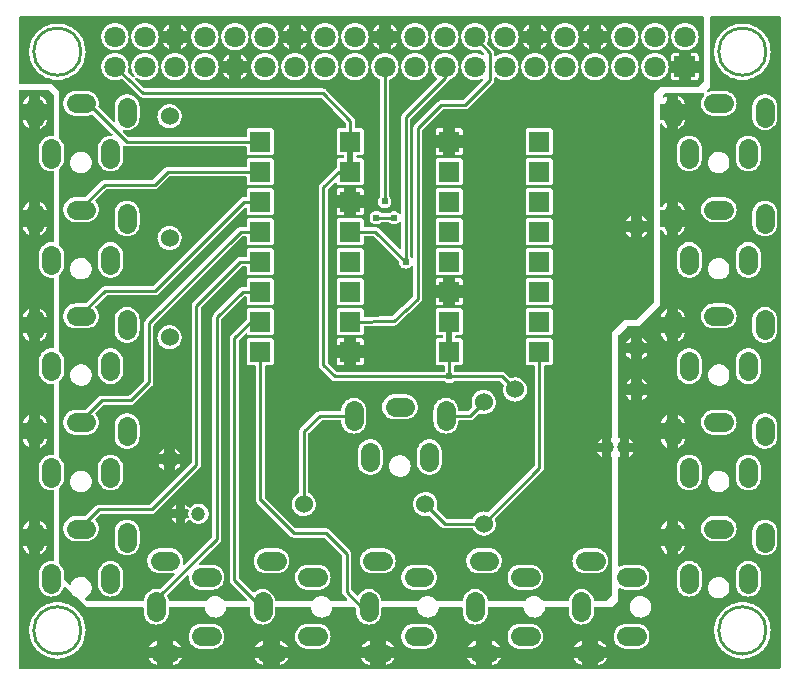
<source format=gtl>
G04 Layer: TopLayer*
G04 EasyEDA v6.4.25, 2022-04-08T13:20:52--5:00*
G04 Gerber Generator version 0.2*
G04 Scale: 100 percent, Rotated: No, Reflected: No *
G04 Dimensions in millimeters *
G04 leading zeros omitted , absolute positions ,4 integer and 5 decimal *
%FSLAX45Y45*%
%MOMM*%

%ADD10C,0.2540*%
%ADD11C,0.5080*%
%ADD12C,0.6096*%
%ADD13R,1.8000X1.8000*%
%ADD14C,1.2000*%
%ADD15C,1.5240*%
%ADD16C,1.8000*%
%ADD17C,1.6000*%

%LPD*%
G36*
X603961Y-4999990D02*
G01*
X600252Y-4999278D01*
X597103Y-4997297D01*
X585470Y-4986680D01*
X583082Y-4983378D01*
X582168Y-4979416D01*
X582879Y-4975402D01*
X585114Y-4971999D01*
X600811Y-4962855D01*
X610819Y-4955082D01*
X619658Y-4945938D01*
X627075Y-4935677D01*
X633018Y-4924501D01*
X637387Y-4912563D01*
X640029Y-4900168D01*
X640892Y-4887518D01*
X640029Y-4874869D01*
X637387Y-4862474D01*
X633018Y-4850536D01*
X627075Y-4839360D01*
X619658Y-4829098D01*
X610819Y-4819954D01*
X600811Y-4812182D01*
X589838Y-4805832D01*
X578104Y-4801108D01*
X565810Y-4798009D01*
X553161Y-4796688D01*
X540512Y-4797145D01*
X528015Y-4799330D01*
X515975Y-4803241D01*
X504545Y-4808829D01*
X494080Y-4815890D01*
X484632Y-4824374D01*
X476504Y-4834077D01*
X469798Y-4844846D01*
X464261Y-4857343D01*
X462076Y-4860493D01*
X458876Y-4862626D01*
X455117Y-4863439D01*
X451358Y-4862779D01*
X448106Y-4860747D01*
X409194Y-4825085D01*
X406755Y-4821682D01*
X405892Y-4817618D01*
X405892Y-4767834D01*
X404977Y-4753660D01*
X402285Y-4740097D01*
X397814Y-4726990D01*
X391718Y-4714544D01*
X383997Y-4703064D01*
X374904Y-4692650D01*
X363474Y-4682744D01*
X360934Y-4679289D01*
X360019Y-4675073D01*
X360019Y-4049928D01*
X360934Y-4045712D01*
X363474Y-4042257D01*
X374904Y-4032351D01*
X383997Y-4021937D01*
X391718Y-4010456D01*
X397814Y-3998010D01*
X402285Y-3984904D01*
X404977Y-3971340D01*
X405892Y-3957167D01*
X405892Y-3867810D01*
X404977Y-3853687D01*
X402285Y-3840073D01*
X397814Y-3826967D01*
X391718Y-3814572D01*
X383997Y-3803040D01*
X374904Y-3792626D01*
X363474Y-3782771D01*
X360934Y-3779316D01*
X360019Y-3775100D01*
X360019Y-3149904D01*
X360934Y-3145688D01*
X363474Y-3142234D01*
X374904Y-3132328D01*
X383997Y-3121964D01*
X391718Y-3110433D01*
X397814Y-3098038D01*
X402285Y-3084880D01*
X404977Y-3071317D01*
X405892Y-3057144D01*
X405892Y-2967837D01*
X404977Y-2953664D01*
X402285Y-2940100D01*
X397814Y-2926994D01*
X391718Y-2914548D01*
X383997Y-2903016D01*
X374904Y-2892653D01*
X363474Y-2882747D01*
X360934Y-2879293D01*
X360019Y-2875076D01*
X360019Y-2249932D01*
X360934Y-2245715D01*
X363474Y-2242261D01*
X374904Y-2232355D01*
X383997Y-2221941D01*
X391718Y-2210460D01*
X397814Y-2198014D01*
X402285Y-2184908D01*
X404977Y-2171344D01*
X405892Y-2157171D01*
X405892Y-2067814D01*
X404977Y-2053691D01*
X402285Y-2040077D01*
X397814Y-2026970D01*
X391718Y-2014575D01*
X383997Y-2003043D01*
X374904Y-1992630D01*
X363474Y-1982774D01*
X360934Y-1979320D01*
X360019Y-1975104D01*
X360019Y-1349908D01*
X360934Y-1345692D01*
X363474Y-1342237D01*
X374904Y-1332331D01*
X383997Y-1321968D01*
X391718Y-1310436D01*
X397814Y-1298041D01*
X402285Y-1284884D01*
X404977Y-1271320D01*
X405892Y-1257147D01*
X405892Y-1167841D01*
X404977Y-1153668D01*
X402285Y-1140104D01*
X397814Y-1126998D01*
X391718Y-1114552D01*
X383997Y-1103020D01*
X374904Y-1092657D01*
X363474Y-1082751D01*
X360934Y-1079296D01*
X360019Y-1075080D01*
X360019Y-681126D01*
X359257Y-679348D01*
X300736Y-625652D01*
X299110Y-624992D01*
X36068Y-624992D01*
X32156Y-624230D01*
X28905Y-621995D01*
X26670Y-618744D01*
X25908Y-614832D01*
X25908Y-60198D01*
X26670Y-56286D01*
X28905Y-52984D01*
X32156Y-50800D01*
X36068Y-50038D01*
X5814872Y-50038D01*
X5818733Y-50800D01*
X5822035Y-52984D01*
X5824220Y-56286D01*
X5825032Y-60198D01*
X5825032Y-595782D01*
X5824220Y-599694D01*
X5822035Y-602996D01*
X5777992Y-647039D01*
X5774690Y-649224D01*
X5770778Y-649986D01*
X5450992Y-649986D01*
X5449316Y-650697D01*
X5400700Y-699312D01*
X5399989Y-700989D01*
X5399989Y-2470810D01*
X5399227Y-2474671D01*
X5396992Y-2477973D01*
X5252974Y-2622042D01*
X5249672Y-2624226D01*
X5245811Y-2624988D01*
X5151018Y-2624988D01*
X5149291Y-2625699D01*
X5050688Y-2724302D01*
X5050028Y-2726029D01*
X5049977Y-3612591D01*
X5049266Y-3616451D01*
X5047132Y-3619703D01*
X5043932Y-3621887D01*
X5040122Y-3622751D01*
X5036312Y-3622141D01*
X5036312Y-3663645D01*
X5039817Y-3663645D01*
X5043728Y-3664407D01*
X5047030Y-3666642D01*
X5049215Y-3669944D01*
X5049977Y-3673805D01*
X5049977Y-3726179D01*
X5049215Y-3730091D01*
X5047030Y-3733393D01*
X5043728Y-3735578D01*
X5039817Y-3736340D01*
X5036312Y-3736340D01*
X5036312Y-3777894D01*
X5040122Y-3777234D01*
X5043932Y-3778097D01*
X5047132Y-3780332D01*
X5049266Y-3783584D01*
X5049977Y-3787394D01*
X5049977Y-4945786D01*
X5049215Y-4949698D01*
X5047030Y-4953000D01*
X5002987Y-4996992D01*
X4999685Y-4999228D01*
X4995773Y-4999990D01*
X4902555Y-4999990D01*
X4899152Y-4999380D01*
X4896104Y-4997704D01*
X4893868Y-4995062D01*
X4892598Y-4991811D01*
X4889754Y-4977587D01*
X4885334Y-4964480D01*
X4879187Y-4952034D01*
X4871516Y-4940554D01*
X4862372Y-4930140D01*
X4851958Y-4920996D01*
X4840427Y-4913325D01*
X4828032Y-4907178D01*
X4814925Y-4902708D01*
X4801311Y-4900015D01*
X4787493Y-4899101D01*
X4773676Y-4900015D01*
X4760112Y-4902708D01*
X4746955Y-4907178D01*
X4734560Y-4913325D01*
X4723028Y-4920996D01*
X4712614Y-4930140D01*
X4703470Y-4940554D01*
X4695799Y-4952034D01*
X4689652Y-4964480D01*
X4685233Y-4977587D01*
X4682388Y-4991811D01*
X4681118Y-4995062D01*
X4678883Y-4997704D01*
X4675835Y-4999380D01*
X4672431Y-4999990D01*
X4468418Y-4999990D01*
X4465269Y-4999482D01*
X4462475Y-4998059D01*
X4460189Y-4995824D01*
X4457141Y-4991608D01*
X4448352Y-4982464D01*
X4438345Y-4974640D01*
X4427372Y-4968341D01*
X4415586Y-4963566D01*
X4403293Y-4960518D01*
X4390694Y-4959197D01*
X4377994Y-4959604D01*
X4365548Y-4961839D01*
X4353458Y-4965750D01*
X4342079Y-4971288D01*
X4331563Y-4978400D01*
X4322165Y-4986883D01*
X4314190Y-4996383D01*
X4310684Y-4999024D01*
X4306417Y-4999990D01*
X4002582Y-4999990D01*
X3999128Y-4999380D01*
X3996131Y-4997704D01*
X3993845Y-4995062D01*
X3992626Y-4991811D01*
X3989781Y-4977587D01*
X3985310Y-4964480D01*
X3979214Y-4952034D01*
X3971493Y-4940554D01*
X3962349Y-4930140D01*
X3951935Y-4920996D01*
X3940454Y-4913325D01*
X3928008Y-4907178D01*
X3914901Y-4902708D01*
X3901338Y-4900015D01*
X3887520Y-4899101D01*
X3873652Y-4900015D01*
X3860088Y-4902708D01*
X3846982Y-4907178D01*
X3834536Y-4913325D01*
X3823055Y-4920996D01*
X3812641Y-4930140D01*
X3803497Y-4940554D01*
X3795776Y-4952034D01*
X3789679Y-4964480D01*
X3785209Y-4977587D01*
X3782415Y-4991811D01*
X3781145Y-4995062D01*
X3778859Y-4997704D01*
X3775862Y-4999380D01*
X3772408Y-4999990D01*
X3568446Y-4999990D01*
X3565296Y-4999482D01*
X3562451Y-4998059D01*
X3560216Y-4995824D01*
X3557168Y-4991608D01*
X3548329Y-4982464D01*
X3538321Y-4974640D01*
X3527348Y-4968341D01*
X3515614Y-4963566D01*
X3503320Y-4960518D01*
X3490671Y-4959197D01*
X3478022Y-4959604D01*
X3465525Y-4961839D01*
X3453485Y-4965750D01*
X3442055Y-4971288D01*
X3431590Y-4978400D01*
X3422142Y-4986883D01*
X3414166Y-4996383D01*
X3410712Y-4999024D01*
X3406394Y-4999990D01*
X3102559Y-4999990D01*
X3099155Y-4999380D01*
X3096107Y-4997704D01*
X3093872Y-4995062D01*
X3092602Y-4991811D01*
X3089757Y-4977587D01*
X3085338Y-4964480D01*
X3079191Y-4952034D01*
X3071520Y-4940554D01*
X3062376Y-4930140D01*
X3051962Y-4920996D01*
X3040430Y-4913325D01*
X3028035Y-4907178D01*
X3014929Y-4902708D01*
X3001314Y-4900015D01*
X2987497Y-4899101D01*
X2973679Y-4900015D01*
X2960116Y-4902708D01*
X2946958Y-4907178D01*
X2934563Y-4913325D01*
X2923032Y-4920996D01*
X2912618Y-4930140D01*
X2903474Y-4940554D01*
X2897022Y-4950206D01*
X2893822Y-4953304D01*
X2889554Y-4954676D01*
X2885135Y-4954117D01*
X2881376Y-4951780D01*
X2841701Y-4912055D01*
X2839466Y-4908753D01*
X2838704Y-4904841D01*
X2838704Y-4600448D01*
X2837891Y-4592421D01*
X2835706Y-4585208D01*
X2832150Y-4578502D01*
X2827020Y-4572304D01*
X2652725Y-4398010D01*
X2646527Y-4392879D01*
X2639822Y-4389323D01*
X2632608Y-4387138D01*
X2624582Y-4386326D01*
X2370175Y-4386326D01*
X2366314Y-4385564D01*
X2363012Y-4383328D01*
X2110689Y-4131259D01*
X2108454Y-4127957D01*
X2107692Y-4124045D01*
X2107692Y-3015081D01*
X2108454Y-3011170D01*
X2110689Y-3007868D01*
X2113940Y-3005683D01*
X2117852Y-3004921D01*
X2158441Y-3004921D01*
X2164740Y-3004210D01*
X2170226Y-3002280D01*
X2175103Y-2999181D01*
X2179218Y-2995117D01*
X2182266Y-2990189D01*
X2184196Y-2984754D01*
X2184908Y-2978454D01*
X2184908Y-2799588D01*
X2184196Y-2793238D01*
X2182266Y-2787802D01*
X2179218Y-2782874D01*
X2175103Y-2778810D01*
X2170226Y-2775712D01*
X2164740Y-2773781D01*
X2158441Y-2773070D01*
X1979574Y-2773070D01*
X1973224Y-2773781D01*
X1967788Y-2775712D01*
X1962912Y-2778810D01*
X1958797Y-2782874D01*
X1955698Y-2787802D01*
X1953818Y-2793238D01*
X1953107Y-2799588D01*
X1953107Y-2978454D01*
X1953818Y-2984754D01*
X1955698Y-2990189D01*
X1958797Y-2995117D01*
X1962912Y-2999181D01*
X1967788Y-3002280D01*
X1973224Y-3004210D01*
X1979574Y-3004921D01*
X2020316Y-3004921D01*
X2024227Y-3005683D01*
X2027478Y-3007868D01*
X2029714Y-3011170D01*
X2030475Y-3015081D01*
X2030475Y-4143552D01*
X2031085Y-4150664D01*
X2033168Y-4157979D01*
X2036572Y-4164736D01*
X2041550Y-4171086D01*
X2047697Y-4177487D01*
X2322372Y-4451908D01*
X2328570Y-4456988D01*
X2335276Y-4460544D01*
X2342489Y-4462729D01*
X2350516Y-4463542D01*
X2604871Y-4463542D01*
X2608783Y-4464304D01*
X2612085Y-4466539D01*
X2758490Y-4612944D01*
X2760726Y-4616246D01*
X2761488Y-4620158D01*
X2761488Y-4924552D01*
X2762300Y-4932578D01*
X2764485Y-4939792D01*
X2768041Y-4946497D01*
X2773172Y-4952695D01*
X2803093Y-4982667D01*
X2805277Y-4985918D01*
X2806039Y-4989830D01*
X2805277Y-4993741D01*
X2803093Y-4996992D01*
X2799791Y-4999228D01*
X2795879Y-4999990D01*
X2668422Y-4999990D01*
X2665272Y-4999482D01*
X2662478Y-4998059D01*
X2660192Y-4995824D01*
X2657144Y-4991608D01*
X2648356Y-4982464D01*
X2638348Y-4974640D01*
X2627376Y-4968341D01*
X2615590Y-4963566D01*
X2603296Y-4960518D01*
X2590698Y-4959197D01*
X2577998Y-4959604D01*
X2565552Y-4961839D01*
X2553462Y-4965750D01*
X2542082Y-4971288D01*
X2531567Y-4978400D01*
X2522169Y-4986883D01*
X2514193Y-4996383D01*
X2510688Y-4999024D01*
X2506421Y-4999990D01*
X2202586Y-4999990D01*
X2199132Y-4999380D01*
X2196134Y-4997704D01*
X2193848Y-4995062D01*
X2192629Y-4991811D01*
X2189784Y-4977587D01*
X2185314Y-4964480D01*
X2179218Y-4952034D01*
X2171496Y-4940554D01*
X2162352Y-4930140D01*
X2151938Y-4920996D01*
X2140458Y-4913325D01*
X2128012Y-4907178D01*
X2114905Y-4902708D01*
X2101342Y-4900015D01*
X2087524Y-4899101D01*
X2073656Y-4900015D01*
X2060092Y-4902708D01*
X2046986Y-4907178D01*
X2034539Y-4913325D01*
X2023059Y-4920996D01*
X2018182Y-4925263D01*
X2014931Y-4927193D01*
X2011172Y-4927752D01*
X2007463Y-4926939D01*
X2004314Y-4924806D01*
X1891487Y-4811979D01*
X1889252Y-4808677D01*
X1888489Y-4804765D01*
X1888489Y-2795168D01*
X1889252Y-2791307D01*
X1891487Y-2788005D01*
X1941931Y-2737612D01*
X1944928Y-2735529D01*
X1948434Y-2734665D01*
X1952040Y-2735072D01*
X1955292Y-2736697D01*
X1957730Y-2739390D01*
X1958797Y-2741117D01*
X1962912Y-2745181D01*
X1967788Y-2748280D01*
X1973224Y-2750210D01*
X1979574Y-2750921D01*
X2158441Y-2750921D01*
X2164740Y-2750210D01*
X2170226Y-2748280D01*
X2175103Y-2745181D01*
X2179218Y-2741117D01*
X2182266Y-2736189D01*
X2184196Y-2730754D01*
X2184908Y-2724454D01*
X2184908Y-2545588D01*
X2184196Y-2539238D01*
X2182266Y-2533802D01*
X2179218Y-2528874D01*
X2175103Y-2524810D01*
X2170226Y-2521712D01*
X2164740Y-2519781D01*
X2158441Y-2519070D01*
X1979574Y-2519070D01*
X1973224Y-2519781D01*
X1967788Y-2521712D01*
X1962912Y-2524810D01*
X1958797Y-2528874D01*
X1955698Y-2533802D01*
X1953818Y-2539238D01*
X1953107Y-2545588D01*
X1953107Y-2613152D01*
X1952294Y-2617063D01*
X1950110Y-2620365D01*
X1822957Y-2747264D01*
X1817827Y-2753512D01*
X1814271Y-2760167D01*
X1812086Y-2767380D01*
X1811274Y-2775407D01*
X1811274Y-4824476D01*
X1812086Y-4832502D01*
X1814271Y-4839716D01*
X1817827Y-4846421D01*
X1822957Y-4852619D01*
X1952955Y-4982667D01*
X1955139Y-4985918D01*
X1955901Y-4989830D01*
X1955139Y-4993741D01*
X1952955Y-4996992D01*
X1949653Y-4999228D01*
X1945741Y-4999990D01*
X1768449Y-4999990D01*
X1765300Y-4999482D01*
X1762455Y-4998059D01*
X1760220Y-4995824D01*
X1757172Y-4991608D01*
X1748332Y-4982464D01*
X1738325Y-4974640D01*
X1727352Y-4968341D01*
X1715617Y-4963566D01*
X1703324Y-4960518D01*
X1690674Y-4959197D01*
X1678025Y-4959604D01*
X1665528Y-4961839D01*
X1653489Y-4965750D01*
X1642059Y-4971288D01*
X1631594Y-4978400D01*
X1622145Y-4986883D01*
X1614170Y-4996383D01*
X1610715Y-4999024D01*
X1606397Y-4999990D01*
X1302562Y-4999990D01*
X1299159Y-4999380D01*
X1296111Y-4997704D01*
X1293876Y-4995062D01*
X1292606Y-4991811D01*
X1289761Y-4977587D01*
X1285341Y-4964480D01*
X1281887Y-4957470D01*
X1280820Y-4953406D01*
X1281531Y-4949291D01*
X1283817Y-4945786D01*
X1444752Y-4784801D01*
X1448155Y-4782566D01*
X1452168Y-4781854D01*
X1456131Y-4782769D01*
X1459433Y-4785156D01*
X1461516Y-4788662D01*
X1462074Y-4792675D01*
X1461617Y-4799990D01*
X1462532Y-4813808D01*
X1465224Y-4827422D01*
X1469694Y-4840528D01*
X1475790Y-4852924D01*
X1483512Y-4864455D01*
X1492605Y-4874869D01*
X1503019Y-4884013D01*
X1514551Y-4891684D01*
X1526997Y-4897831D01*
X1540103Y-4902301D01*
X1553667Y-4904994D01*
X1567840Y-4905908D01*
X1657146Y-4905908D01*
X1671320Y-4904994D01*
X1684883Y-4902301D01*
X1698040Y-4897831D01*
X1710436Y-4891684D01*
X1721967Y-4884013D01*
X1732381Y-4874869D01*
X1741525Y-4864455D01*
X1749196Y-4852924D01*
X1755343Y-4840528D01*
X1759762Y-4827422D01*
X1762455Y-4813808D01*
X1763369Y-4799990D01*
X1762455Y-4786172D01*
X1759762Y-4772609D01*
X1755343Y-4759502D01*
X1749196Y-4747056D01*
X1741525Y-4735525D01*
X1732381Y-4725111D01*
X1721967Y-4716018D01*
X1710436Y-4708296D01*
X1698040Y-4702149D01*
X1684883Y-4697730D01*
X1671320Y-4695037D01*
X1657146Y-4694072D01*
X1567840Y-4694072D01*
X1560169Y-4694580D01*
X1556156Y-4694021D01*
X1552651Y-4691938D01*
X1550263Y-4688636D01*
X1549349Y-4684674D01*
X1550060Y-4680661D01*
X1552346Y-4677257D01*
X1726946Y-4502607D01*
X1732076Y-4496409D01*
X1735632Y-4489704D01*
X1737817Y-4482490D01*
X1738630Y-4474464D01*
X1738630Y-2620162D01*
X1739392Y-2616250D01*
X1741627Y-2612948D01*
X1931974Y-2422601D01*
X1935276Y-2420366D01*
X1939188Y-2419604D01*
X1942947Y-2419604D01*
X1946808Y-2420366D01*
X1950110Y-2422601D01*
X1952294Y-2425852D01*
X1953107Y-2429764D01*
X1953107Y-2470454D01*
X1953818Y-2476754D01*
X1955698Y-2482189D01*
X1958797Y-2487117D01*
X1962912Y-2491181D01*
X1967788Y-2494280D01*
X1973224Y-2496210D01*
X1979574Y-2496921D01*
X2158441Y-2496921D01*
X2164740Y-2496210D01*
X2170226Y-2494280D01*
X2175103Y-2491181D01*
X2179218Y-2487117D01*
X2182266Y-2482189D01*
X2184196Y-2476754D01*
X2184908Y-2470454D01*
X2184908Y-2291588D01*
X2184196Y-2285238D01*
X2182266Y-2279802D01*
X2179218Y-2274874D01*
X2175103Y-2270810D01*
X2170226Y-2267712D01*
X2164740Y-2265781D01*
X2158441Y-2265070D01*
X1979574Y-2265070D01*
X1973224Y-2265781D01*
X1967788Y-2267712D01*
X1962912Y-2270810D01*
X1958797Y-2274874D01*
X1955698Y-2279802D01*
X1953818Y-2285238D01*
X1953107Y-2291588D01*
X1953107Y-2332228D01*
X1952294Y-2336139D01*
X1950110Y-2339390D01*
X1946808Y-2341626D01*
X1942947Y-2342388D01*
X1919478Y-2342388D01*
X1911451Y-2343200D01*
X1904238Y-2345385D01*
X1897532Y-2348941D01*
X1891334Y-2354072D01*
X1673098Y-2572308D01*
X1667967Y-2578506D01*
X1664411Y-2585212D01*
X1662226Y-2592425D01*
X1661414Y-2600452D01*
X1661414Y-4454753D01*
X1660652Y-4458665D01*
X1658416Y-4461967D01*
X1427683Y-4692700D01*
X1424076Y-4695037D01*
X1419860Y-4695647D01*
X1415745Y-4694478D01*
X1412443Y-4691684D01*
X1410614Y-4687824D01*
X1410563Y-4683556D01*
X1412494Y-4673803D01*
X1413357Y-4659985D01*
X1412494Y-4646168D01*
X1409750Y-4632604D01*
X1405331Y-4619498D01*
X1399184Y-4607052D01*
X1391513Y-4595520D01*
X1382369Y-4585106D01*
X1371955Y-4576013D01*
X1360424Y-4568291D01*
X1348028Y-4562195D01*
X1334922Y-4557725D01*
X1321308Y-4555032D01*
X1307185Y-4554118D01*
X1217828Y-4554118D01*
X1203655Y-4555032D01*
X1190091Y-4557725D01*
X1176985Y-4562195D01*
X1164539Y-4568291D01*
X1153058Y-4576013D01*
X1142644Y-4585106D01*
X1133500Y-4595520D01*
X1125778Y-4607052D01*
X1119682Y-4619498D01*
X1115212Y-4632604D01*
X1112520Y-4646168D01*
X1111605Y-4659985D01*
X1112520Y-4673803D01*
X1115212Y-4687417D01*
X1119682Y-4700524D01*
X1125778Y-4712919D01*
X1133500Y-4724450D01*
X1142644Y-4734864D01*
X1153058Y-4744008D01*
X1164539Y-4751679D01*
X1176985Y-4757826D01*
X1190091Y-4762296D01*
X1203655Y-4764989D01*
X1217828Y-4765903D01*
X1307185Y-4765903D01*
X1321308Y-4764989D01*
X1331010Y-4763058D01*
X1335328Y-4763109D01*
X1339189Y-4764938D01*
X1341983Y-4768240D01*
X1343152Y-4772355D01*
X1342542Y-4776571D01*
X1340205Y-4780178D01*
X1221028Y-4899355D01*
X1218387Y-4901285D01*
X1215186Y-4902250D01*
X1211884Y-4902098D01*
X1201318Y-4900015D01*
X1187500Y-4899101D01*
X1173683Y-4900015D01*
X1160068Y-4902708D01*
X1146962Y-4907178D01*
X1134567Y-4913325D01*
X1123035Y-4920996D01*
X1112621Y-4930140D01*
X1103477Y-4940554D01*
X1095806Y-4952034D01*
X1089660Y-4964480D01*
X1085240Y-4977587D01*
X1082395Y-4991811D01*
X1081125Y-4995062D01*
X1078890Y-4997704D01*
X1075842Y-4999380D01*
X1072438Y-4999990D01*
G37*

%LPC*%
G36*
X2999994Y-3933393D02*
G01*
X3013811Y-3932478D01*
X3027426Y-3929786D01*
X3040532Y-3925315D01*
X3052927Y-3919220D01*
X3064459Y-3911498D01*
X3074873Y-3902354D01*
X3084017Y-3891940D01*
X3091688Y-3880459D01*
X3097834Y-3868013D01*
X3102254Y-3854907D01*
X3104997Y-3841343D01*
X3105912Y-3827170D01*
X3105912Y-3737813D01*
X3104997Y-3723690D01*
X3102254Y-3710076D01*
X3097834Y-3696970D01*
X3091688Y-3684574D01*
X3084017Y-3673043D01*
X3074873Y-3662629D01*
X3064459Y-3653485D01*
X3052927Y-3645814D01*
X3040532Y-3639667D01*
X3027426Y-3635248D01*
X3013811Y-3632504D01*
X2999994Y-3631641D01*
X2986176Y-3632504D01*
X2972612Y-3635248D01*
X2959455Y-3639667D01*
X2947060Y-3645814D01*
X2935528Y-3653485D01*
X2925114Y-3662629D01*
X2916021Y-3673043D01*
X2908300Y-3684574D01*
X2902153Y-3696970D01*
X2897733Y-3710076D01*
X2895041Y-3723690D01*
X2894076Y-3737813D01*
X2894076Y-3827170D01*
X2895041Y-3841343D01*
X2897733Y-3854907D01*
X2902153Y-3868013D01*
X2908300Y-3880459D01*
X2916021Y-3891940D01*
X2925114Y-3902354D01*
X2935528Y-3911498D01*
X2947060Y-3919220D01*
X2959455Y-3925315D01*
X2972612Y-3929786D01*
X2986176Y-3932478D01*
G37*
G36*
X1344422Y-3890772D02*
G01*
X1346047Y-3890111D01*
X1357782Y-3883151D01*
X1368450Y-3874719D01*
X1377950Y-3864914D01*
X1386027Y-3853942D01*
X1391767Y-3843426D01*
X1344422Y-3843426D01*
G37*
G36*
X1255522Y-3890772D02*
G01*
X1255522Y-3843426D01*
X1208227Y-3843426D01*
X1213967Y-3853942D01*
X1222044Y-3864914D01*
X1231544Y-3874719D01*
X1242212Y-3883151D01*
X1253947Y-3890111D01*
G37*
G36*
X1904339Y-425653D02*
G01*
X1956663Y-425653D01*
X1954530Y-421182D01*
X1946757Y-408889D01*
X1937461Y-397662D01*
X1926894Y-387705D01*
X1915109Y-379171D01*
X1904339Y-373227D01*
G37*
G36*
X1801672Y-580745D02*
G01*
X1801672Y-528370D01*
X1749348Y-528370D01*
X1751431Y-532841D01*
X1759254Y-545134D01*
X1768500Y-556310D01*
X1779117Y-566267D01*
X1790903Y-574852D01*
G37*
G36*
X1293672Y-326745D02*
G01*
X1293672Y-274370D01*
X1241348Y-274370D01*
X1243431Y-278841D01*
X1251254Y-291134D01*
X1260500Y-302310D01*
X1271117Y-312267D01*
X1282903Y-320852D01*
G37*
G36*
X4963617Y-3777742D02*
G01*
X4963617Y-3736340D01*
X4922215Y-3736340D01*
X4927701Y-3746449D01*
X4935016Y-3756253D01*
X4943703Y-3764889D01*
X4953508Y-3772255D01*
G37*
G36*
X1904339Y-580745D02*
G01*
X1915109Y-574852D01*
X1926894Y-566267D01*
X1937461Y-556310D01*
X1946757Y-545134D01*
X1954530Y-532841D01*
X1956663Y-528370D01*
X1904339Y-528370D01*
G37*
G36*
X1344422Y-3754526D02*
G01*
X1391666Y-3754526D01*
X1389532Y-3749954D01*
X1382166Y-3738422D01*
X1373378Y-3728008D01*
X1363268Y-3718864D01*
X1352042Y-3711143D01*
X1344422Y-3707333D01*
G37*
G36*
X1208328Y-3754526D02*
G01*
X1255522Y-3754526D01*
X1255522Y-3707333D01*
X1247952Y-3711143D01*
X1236726Y-3718864D01*
X1226616Y-3728008D01*
X1217828Y-3738422D01*
X1210462Y-3749954D01*
G37*
G36*
X3071672Y-326745D02*
G01*
X3071672Y-274370D01*
X3019348Y-274370D01*
X3021431Y-278841D01*
X3029254Y-291134D01*
X3038500Y-302310D01*
X3049117Y-312267D01*
X3060903Y-320852D01*
G37*
G36*
X940003Y-3713378D02*
G01*
X953820Y-3712464D01*
X967384Y-3709771D01*
X980541Y-3705301D01*
X992936Y-3699205D01*
X1004468Y-3691483D01*
X1014882Y-3682390D01*
X1024026Y-3671976D01*
X1031697Y-3660444D01*
X1037844Y-3647998D01*
X1042263Y-3634892D01*
X1044956Y-3621328D01*
X1045921Y-3607155D01*
X1045921Y-3517849D01*
X1044956Y-3503676D01*
X1042263Y-3490112D01*
X1037844Y-3476955D01*
X1031697Y-3464560D01*
X1024026Y-3453028D01*
X1014882Y-3442614D01*
X1004468Y-3433470D01*
X992936Y-3425799D01*
X980541Y-3419652D01*
X967384Y-3415233D01*
X953820Y-3412540D01*
X940003Y-3411626D01*
X926185Y-3412540D01*
X912571Y-3415233D01*
X899464Y-3419652D01*
X887069Y-3425799D01*
X875537Y-3433470D01*
X865124Y-3442614D01*
X855980Y-3453028D01*
X848309Y-3464560D01*
X842162Y-3476955D01*
X837742Y-3490112D01*
X834999Y-3503676D01*
X834085Y-3517849D01*
X834085Y-3607155D01*
X834999Y-3621328D01*
X837742Y-3634892D01*
X842162Y-3647998D01*
X848309Y-3660444D01*
X855980Y-3671976D01*
X865124Y-3682390D01*
X875537Y-3691483D01*
X887069Y-3699205D01*
X899464Y-3705301D01*
X912571Y-3709771D01*
X926185Y-3712464D01*
G37*
G36*
X2412339Y-326745D02*
G01*
X2423109Y-320852D01*
X2434894Y-312267D01*
X2445461Y-302310D01*
X2454757Y-291134D01*
X2462530Y-278841D01*
X2464663Y-274370D01*
X2412339Y-274370D01*
G37*
G36*
X3174339Y-171653D02*
G01*
X3226663Y-171653D01*
X3224530Y-167182D01*
X3216757Y-154889D01*
X3207461Y-143662D01*
X3196894Y-133705D01*
X3185109Y-125171D01*
X3174339Y-119227D01*
G37*
G36*
X4952339Y-171653D02*
G01*
X5004663Y-171653D01*
X5002530Y-167182D01*
X4994757Y-154889D01*
X4985461Y-143662D01*
X4974894Y-133705D01*
X4963109Y-125171D01*
X4952339Y-119227D01*
G37*
G36*
X1396339Y-171653D02*
G01*
X1448663Y-171653D01*
X1446530Y-167182D01*
X1438757Y-154889D01*
X1429461Y-143662D01*
X1418894Y-133705D01*
X1407109Y-125171D01*
X1396339Y-119227D01*
G37*
G36*
X2309672Y-326745D02*
G01*
X2309672Y-274370D01*
X2257348Y-274370D01*
X2259431Y-278841D01*
X2267254Y-291134D01*
X2276500Y-302310D01*
X2287117Y-312267D01*
X2298903Y-320852D01*
G37*
G36*
X4922215Y-3663645D02*
G01*
X4963617Y-3663645D01*
X4963617Y-3622243D01*
X4953508Y-3627729D01*
X4943703Y-3635095D01*
X4935016Y-3643782D01*
X4927701Y-3653586D01*
G37*
G36*
X339293Y-588365D02*
G01*
X360730Y-588365D01*
X382016Y-586435D01*
X403098Y-582625D01*
X423722Y-576935D01*
X443788Y-569417D01*
X463092Y-560120D01*
X481431Y-549148D01*
X498754Y-536549D01*
X514908Y-522478D01*
X529691Y-506984D01*
X543052Y-490270D01*
X554837Y-472389D01*
X564997Y-453542D01*
X573379Y-433832D01*
X580034Y-413512D01*
X584758Y-392633D01*
X587654Y-371398D01*
X588619Y-350012D01*
X587654Y-328625D01*
X584758Y-307390D01*
X580034Y-286512D01*
X573379Y-266192D01*
X564997Y-246481D01*
X554837Y-227634D01*
X543052Y-209753D01*
X529691Y-193040D01*
X514908Y-177546D01*
X498754Y-163474D01*
X481431Y-150876D01*
X463092Y-139903D01*
X443788Y-130606D01*
X423722Y-123088D01*
X403098Y-117398D01*
X382016Y-113588D01*
X360730Y-111658D01*
X339293Y-111658D01*
X318008Y-113588D01*
X296926Y-117398D01*
X276301Y-123088D01*
X256235Y-130606D01*
X236931Y-139903D01*
X218592Y-150876D01*
X201269Y-163474D01*
X185115Y-177546D01*
X170332Y-193040D01*
X156972Y-209753D01*
X145186Y-227634D01*
X135026Y-246481D01*
X126644Y-266192D01*
X119989Y-286512D01*
X115265Y-307390D01*
X112369Y-328625D01*
X111404Y-350012D01*
X112369Y-371398D01*
X115265Y-392633D01*
X119989Y-413512D01*
X126644Y-433832D01*
X135026Y-453542D01*
X145186Y-472389D01*
X156972Y-490270D01*
X170332Y-506984D01*
X185115Y-522478D01*
X201269Y-536549D01*
X218592Y-549148D01*
X236931Y-560120D01*
X256235Y-569417D01*
X276301Y-576935D01*
X296926Y-582625D01*
X318008Y-586435D01*
G37*
G36*
X799998Y-4963363D02*
G01*
X813816Y-4962499D01*
X827379Y-4959756D01*
X840536Y-4955336D01*
X852932Y-4949190D01*
X864463Y-4941519D01*
X874877Y-4932375D01*
X884021Y-4921961D01*
X891692Y-4910429D01*
X897839Y-4898034D01*
X902258Y-4884928D01*
X905002Y-4871313D01*
X905916Y-4857191D01*
X905916Y-4767834D01*
X905002Y-4753660D01*
X902258Y-4740097D01*
X897839Y-4726990D01*
X891692Y-4714544D01*
X884021Y-4703064D01*
X874877Y-4692650D01*
X864463Y-4683506D01*
X852932Y-4675784D01*
X840536Y-4669688D01*
X827379Y-4665218D01*
X813816Y-4662525D01*
X799998Y-4661611D01*
X786180Y-4662525D01*
X772617Y-4665218D01*
X759460Y-4669688D01*
X747064Y-4675784D01*
X735533Y-4683506D01*
X725119Y-4692650D01*
X715975Y-4703064D01*
X708304Y-4714544D01*
X702157Y-4726990D01*
X697738Y-4740097D01*
X694994Y-4753660D01*
X694080Y-4767834D01*
X694080Y-4857191D01*
X694994Y-4871313D01*
X697738Y-4884928D01*
X702157Y-4898034D01*
X708304Y-4910429D01*
X715975Y-4921961D01*
X725119Y-4932375D01*
X735533Y-4941519D01*
X747064Y-4949190D01*
X759460Y-4955336D01*
X772617Y-4959756D01*
X786180Y-4962499D01*
G37*
G36*
X829716Y-338683D02*
G01*
X844296Y-338683D01*
X858723Y-336854D01*
X872794Y-333197D01*
X886358Y-327863D01*
X899109Y-320852D01*
X910894Y-312267D01*
X921461Y-302310D01*
X930757Y-291134D01*
X938530Y-278841D01*
X944727Y-265684D01*
X949248Y-251815D01*
X951992Y-237540D01*
X952906Y-223012D01*
X951992Y-208483D01*
X949248Y-194157D01*
X944727Y-180340D01*
X938530Y-167182D01*
X930757Y-154889D01*
X921461Y-143662D01*
X910894Y-133705D01*
X899109Y-125171D01*
X886358Y-118160D01*
X872794Y-112776D01*
X858723Y-109169D01*
X844296Y-107340D01*
X829716Y-107340D01*
X815289Y-109169D01*
X801166Y-112776D01*
X787654Y-118160D01*
X774903Y-125171D01*
X763117Y-133705D01*
X752500Y-143662D01*
X743254Y-154889D01*
X735431Y-167182D01*
X729234Y-180340D01*
X724763Y-194157D01*
X722020Y-208483D01*
X721106Y-223012D01*
X722020Y-237540D01*
X724763Y-251815D01*
X729234Y-265684D01*
X735431Y-278841D01*
X743254Y-291134D01*
X752500Y-302310D01*
X763117Y-312267D01*
X774903Y-320852D01*
X787654Y-327863D01*
X801166Y-333197D01*
X815289Y-336854D01*
G37*
G36*
X505307Y-3593388D02*
G01*
X594664Y-3593388D01*
X608838Y-3592474D01*
X622401Y-3589782D01*
X635508Y-3585311D01*
X647954Y-3579215D01*
X659434Y-3571494D01*
X669848Y-3562350D01*
X678992Y-3551936D01*
X686714Y-3540455D01*
X692810Y-3528009D01*
X697280Y-3514902D01*
X699973Y-3501339D01*
X700887Y-3487521D01*
X699973Y-3473653D01*
X697280Y-3460089D01*
X692810Y-3446983D01*
X686714Y-3434537D01*
X678992Y-3423056D01*
X674725Y-3418179D01*
X672795Y-3414877D01*
X672236Y-3411118D01*
X673049Y-3407410D01*
X675182Y-3404311D01*
X737920Y-3341573D01*
X741222Y-3339337D01*
X745134Y-3338576D01*
X974598Y-3338576D01*
X982624Y-3337763D01*
X989837Y-3335578D01*
X996543Y-3332022D01*
X1002741Y-3326892D01*
X1151890Y-3177743D01*
X1157020Y-3171545D01*
X1160576Y-3164840D01*
X1162761Y-3157626D01*
X1163574Y-3149600D01*
X1163574Y-2670200D01*
X1164336Y-2666288D01*
X1166571Y-2662986D01*
X1914956Y-1914601D01*
X1918258Y-1912366D01*
X1922170Y-1911604D01*
X1942947Y-1911604D01*
X1946808Y-1912366D01*
X1950110Y-1914601D01*
X1952294Y-1917852D01*
X1953107Y-1921764D01*
X1953107Y-1962454D01*
X1953818Y-1968754D01*
X1955698Y-1974189D01*
X1958797Y-1979117D01*
X1962912Y-1983181D01*
X1967788Y-1986280D01*
X1973224Y-1988210D01*
X1979574Y-1988921D01*
X2158441Y-1988921D01*
X2164740Y-1988210D01*
X2170226Y-1986280D01*
X2175103Y-1983181D01*
X2179218Y-1979117D01*
X2182266Y-1974189D01*
X2184196Y-1968754D01*
X2184908Y-1962454D01*
X2184908Y-1783588D01*
X2184196Y-1777238D01*
X2182266Y-1771802D01*
X2179218Y-1766874D01*
X2175103Y-1762810D01*
X2170226Y-1759712D01*
X2164740Y-1757781D01*
X2158441Y-1757070D01*
X1979574Y-1757070D01*
X1973224Y-1757781D01*
X1967788Y-1759712D01*
X1962912Y-1762810D01*
X1958797Y-1766874D01*
X1955698Y-1771802D01*
X1953818Y-1777238D01*
X1953107Y-1783588D01*
X1953107Y-1824228D01*
X1952294Y-1828139D01*
X1950110Y-1831390D01*
X1946808Y-1833625D01*
X1942947Y-1834388D01*
X1902460Y-1834388D01*
X1894433Y-1835200D01*
X1887220Y-1837385D01*
X1880514Y-1840941D01*
X1874316Y-1846072D01*
X1098042Y-2622346D01*
X1092911Y-2628544D01*
X1089355Y-2635250D01*
X1087170Y-2642463D01*
X1086358Y-2650490D01*
X1086358Y-3129889D01*
X1085596Y-3133801D01*
X1083360Y-3137103D01*
X962101Y-3258362D01*
X958799Y-3260598D01*
X954887Y-3261360D01*
X725424Y-3261360D01*
X717397Y-3262172D01*
X710184Y-3264357D01*
X703478Y-3267913D01*
X697280Y-3273044D01*
X591667Y-3378606D01*
X588365Y-3380841D01*
X584504Y-3381603D01*
X505307Y-3381603D01*
X491185Y-3382518D01*
X477570Y-3385210D01*
X464464Y-3389680D01*
X452069Y-3395776D01*
X440537Y-3403498D01*
X430123Y-3412642D01*
X420979Y-3423056D01*
X413308Y-3434537D01*
X407162Y-3446983D01*
X402742Y-3460089D01*
X399999Y-3473653D01*
X399135Y-3487521D01*
X399999Y-3501339D01*
X402742Y-3514902D01*
X407162Y-3528009D01*
X413308Y-3540455D01*
X420979Y-3551936D01*
X430123Y-3562350D01*
X440537Y-3571494D01*
X452069Y-3579215D01*
X464464Y-3585311D01*
X477570Y-3589782D01*
X491185Y-3592474D01*
G37*
G36*
X3640023Y-3583381D02*
G01*
X3653840Y-3582466D01*
X3667404Y-3579774D01*
X3680510Y-3575304D01*
X3692956Y-3569208D01*
X3704437Y-3561486D01*
X3714851Y-3552393D01*
X3723995Y-3541979D01*
X3731717Y-3530447D01*
X3737813Y-3518001D01*
X3742283Y-3504895D01*
X3744976Y-3491331D01*
X3745687Y-3480663D01*
X3746652Y-3476955D01*
X3748887Y-3473907D01*
X3752087Y-3471875D01*
X3755796Y-3471164D01*
X3842004Y-3471164D01*
X3850030Y-3470351D01*
X3857244Y-3468166D01*
X3863949Y-3464610D01*
X3870147Y-3459479D01*
X3915867Y-3413810D01*
X3918762Y-3411778D01*
X3922217Y-3410864D01*
X3925722Y-3411220D01*
X3939692Y-3415029D01*
X3953205Y-3416858D01*
X3966819Y-3416858D01*
X3980332Y-3415029D01*
X3993489Y-3411423D01*
X4006037Y-3406140D01*
X4017772Y-3399180D01*
X4028490Y-3390696D01*
X4037939Y-3380892D01*
X4046067Y-3369919D01*
X4052620Y-3357981D01*
X4057497Y-3345230D01*
X4060647Y-3331972D01*
X4062018Y-3318408D01*
X4061561Y-3304794D01*
X4059326Y-3291332D01*
X4055262Y-3278327D01*
X4049522Y-3265932D01*
X4042206Y-3254451D01*
X4033367Y-3244037D01*
X4023258Y-3234893D01*
X4012031Y-3227171D01*
X3999839Y-3221024D01*
X3986987Y-3216554D01*
X3973626Y-3213811D01*
X3960012Y-3212896D01*
X3946398Y-3213811D01*
X3933037Y-3216554D01*
X3920134Y-3221024D01*
X3907993Y-3227171D01*
X3896715Y-3234893D01*
X3886606Y-3244037D01*
X3877818Y-3254451D01*
X3870502Y-3265932D01*
X3864762Y-3278327D01*
X3860698Y-3291332D01*
X3858412Y-3304794D01*
X3857955Y-3318408D01*
X3859326Y-3331972D01*
X3862476Y-3345230D01*
X3863644Y-3348278D01*
X3864356Y-3352088D01*
X3863543Y-3355898D01*
X3861358Y-3359099D01*
X3829507Y-3390950D01*
X3826205Y-3393186D01*
X3822293Y-3393948D01*
X3755847Y-3393948D01*
X3752087Y-3393236D01*
X3748887Y-3391204D01*
X3746652Y-3388156D01*
X3745687Y-3384448D01*
X3744976Y-3373678D01*
X3742283Y-3360115D01*
X3737813Y-3346958D01*
X3731717Y-3334562D01*
X3723995Y-3323031D01*
X3714851Y-3312617D01*
X3704437Y-3303473D01*
X3692956Y-3295802D01*
X3680510Y-3289655D01*
X3667404Y-3285236D01*
X3653840Y-3282543D01*
X3640023Y-3281629D01*
X3626154Y-3282543D01*
X3612591Y-3285236D01*
X3599484Y-3289655D01*
X3587038Y-3295802D01*
X3575558Y-3303473D01*
X3565144Y-3312617D01*
X3556000Y-3323031D01*
X3548278Y-3334562D01*
X3542182Y-3346958D01*
X3537712Y-3360115D01*
X3535019Y-3373678D01*
X3534105Y-3387851D01*
X3534105Y-3477158D01*
X3535019Y-3491331D01*
X3537712Y-3504895D01*
X3542182Y-3518001D01*
X3548278Y-3530447D01*
X3556000Y-3541979D01*
X3565144Y-3552393D01*
X3575558Y-3561486D01*
X3587038Y-3569208D01*
X3599484Y-3575304D01*
X3612591Y-3579774D01*
X3626154Y-3582466D01*
G37*
G36*
X5401716Y-592683D02*
G01*
X5416296Y-592683D01*
X5430723Y-590854D01*
X5444794Y-587197D01*
X5458358Y-581863D01*
X5471109Y-574852D01*
X5482894Y-566267D01*
X5493461Y-556310D01*
X5502757Y-545134D01*
X5510530Y-532841D01*
X5516727Y-519684D01*
X5521248Y-505815D01*
X5523992Y-491540D01*
X5524906Y-477012D01*
X5523992Y-462483D01*
X5521248Y-448157D01*
X5516727Y-434340D01*
X5510530Y-421182D01*
X5502757Y-408889D01*
X5493461Y-397662D01*
X5482894Y-387705D01*
X5471109Y-379171D01*
X5458358Y-372160D01*
X5444794Y-366776D01*
X5430723Y-363169D01*
X5416296Y-361340D01*
X5401716Y-361340D01*
X5387289Y-363169D01*
X5373166Y-366776D01*
X5359654Y-372160D01*
X5346903Y-379171D01*
X5335117Y-387705D01*
X5324500Y-397662D01*
X5315254Y-408889D01*
X5307431Y-421182D01*
X5301234Y-434340D01*
X5296763Y-448157D01*
X5294020Y-462483D01*
X5293106Y-477012D01*
X5294020Y-491540D01*
X5296763Y-505815D01*
X5301234Y-519684D01*
X5307431Y-532841D01*
X5315254Y-545134D01*
X5324500Y-556310D01*
X5335117Y-566267D01*
X5346903Y-574852D01*
X5359654Y-581863D01*
X5373166Y-587197D01*
X5387289Y-590854D01*
G37*
G36*
X2099716Y-338683D02*
G01*
X2114296Y-338683D01*
X2128723Y-336854D01*
X2142794Y-333197D01*
X2156358Y-327863D01*
X2169109Y-320852D01*
X2180894Y-312267D01*
X2191461Y-302310D01*
X2200757Y-291134D01*
X2208530Y-278841D01*
X2214727Y-265684D01*
X2219248Y-251815D01*
X2221992Y-237540D01*
X2222906Y-223012D01*
X2221992Y-208483D01*
X2219248Y-194157D01*
X2214727Y-180340D01*
X2208530Y-167182D01*
X2200757Y-154889D01*
X2191461Y-143662D01*
X2180894Y-133705D01*
X2169109Y-125171D01*
X2156358Y-118160D01*
X2142794Y-112776D01*
X2128723Y-109169D01*
X2114296Y-107340D01*
X2099716Y-107340D01*
X2085289Y-109169D01*
X2071166Y-112776D01*
X2057654Y-118160D01*
X2044903Y-125171D01*
X2033117Y-133705D01*
X2022500Y-143662D01*
X2013254Y-154889D01*
X2005431Y-167182D01*
X1999234Y-180340D01*
X1994763Y-194157D01*
X1992020Y-208483D01*
X1991106Y-223012D01*
X1992020Y-237540D01*
X1994763Y-251815D01*
X1999234Y-265684D01*
X2005431Y-278841D01*
X2013254Y-291134D01*
X2022500Y-302310D01*
X2033117Y-312267D01*
X2044903Y-320852D01*
X2057654Y-327863D01*
X2071166Y-333197D01*
X2085289Y-336854D01*
G37*
G36*
X5655716Y-338683D02*
G01*
X5670296Y-338683D01*
X5684723Y-336854D01*
X5698794Y-333197D01*
X5712358Y-327863D01*
X5725109Y-320852D01*
X5736894Y-312267D01*
X5747461Y-302310D01*
X5756757Y-291134D01*
X5764530Y-278841D01*
X5770727Y-265684D01*
X5775248Y-251815D01*
X5777992Y-237540D01*
X5778906Y-223012D01*
X5777992Y-208483D01*
X5775248Y-194157D01*
X5770727Y-180340D01*
X5764530Y-167182D01*
X5756757Y-154889D01*
X5747461Y-143662D01*
X5736894Y-133705D01*
X5725109Y-125171D01*
X5712358Y-118160D01*
X5698794Y-112776D01*
X5684723Y-109169D01*
X5670296Y-107340D01*
X5655716Y-107340D01*
X5641289Y-109169D01*
X5627166Y-112776D01*
X5613654Y-118160D01*
X5600903Y-125171D01*
X5589117Y-133705D01*
X5578500Y-143662D01*
X5569254Y-154889D01*
X5561431Y-167182D01*
X5555234Y-180340D01*
X5550763Y-194157D01*
X5548020Y-208483D01*
X5547106Y-223012D01*
X5548020Y-237540D01*
X5550763Y-251815D01*
X5555234Y-265684D01*
X5561431Y-278841D01*
X5569254Y-291134D01*
X5578500Y-302310D01*
X5589117Y-312267D01*
X5600903Y-320852D01*
X5613654Y-327863D01*
X5627166Y-333197D01*
X5641289Y-336854D01*
G37*
G36*
X2467813Y-4905908D02*
G01*
X2557170Y-4905908D01*
X2571343Y-4904994D01*
X2584907Y-4902301D01*
X2598013Y-4897831D01*
X2610459Y-4891684D01*
X2621940Y-4884013D01*
X2632354Y-4874869D01*
X2641498Y-4864455D01*
X2649220Y-4852924D01*
X2655316Y-4840528D01*
X2659786Y-4827422D01*
X2662478Y-4813808D01*
X2663393Y-4799990D01*
X2662478Y-4786172D01*
X2659786Y-4772609D01*
X2655316Y-4759502D01*
X2649220Y-4747056D01*
X2641498Y-4735525D01*
X2632354Y-4725111D01*
X2621940Y-4716018D01*
X2610459Y-4708296D01*
X2598013Y-4702149D01*
X2584907Y-4697730D01*
X2571343Y-4695037D01*
X2557170Y-4694072D01*
X2467813Y-4694072D01*
X2453690Y-4695037D01*
X2440076Y-4697730D01*
X2426970Y-4702149D01*
X2414574Y-4708296D01*
X2403043Y-4716018D01*
X2392629Y-4725111D01*
X2383485Y-4735525D01*
X2375814Y-4747056D01*
X2369667Y-4759502D01*
X2365197Y-4772609D01*
X2362504Y-4786172D01*
X2361590Y-4799990D01*
X2362504Y-4813808D01*
X2365197Y-4827422D01*
X2369667Y-4840528D01*
X2375814Y-4852924D01*
X2383485Y-4864455D01*
X2392629Y-4874869D01*
X2403043Y-4884013D01*
X2414574Y-4891684D01*
X2426970Y-4897831D01*
X2440076Y-4902301D01*
X2453690Y-4904994D01*
G37*
G36*
X3367836Y-4905908D02*
G01*
X3457143Y-4905908D01*
X3471316Y-4904994D01*
X3484930Y-4902301D01*
X3498037Y-4897831D01*
X3510432Y-4891684D01*
X3521964Y-4884013D01*
X3532378Y-4874869D01*
X3541522Y-4864455D01*
X3549192Y-4852924D01*
X3555339Y-4840528D01*
X3559759Y-4827422D01*
X3562502Y-4813808D01*
X3563365Y-4799990D01*
X3562502Y-4786172D01*
X3559759Y-4772609D01*
X3555339Y-4759502D01*
X3549192Y-4747056D01*
X3541522Y-4735525D01*
X3532378Y-4725111D01*
X3521964Y-4716018D01*
X3510432Y-4708296D01*
X3498037Y-4702149D01*
X3484930Y-4697730D01*
X3471316Y-4695037D01*
X3457143Y-4694072D01*
X3367836Y-4694072D01*
X3353663Y-4695037D01*
X3340100Y-4697730D01*
X3326993Y-4702149D01*
X3314547Y-4708296D01*
X3303015Y-4716018D01*
X3292652Y-4725111D01*
X3283508Y-4735525D01*
X3275787Y-4747056D01*
X3269691Y-4759502D01*
X3265220Y-4772609D01*
X3262528Y-4786172D01*
X3261614Y-4799990D01*
X3262528Y-4813808D01*
X3265220Y-4827422D01*
X3269691Y-4840528D01*
X3275787Y-4852924D01*
X3283508Y-4864455D01*
X3292652Y-4874869D01*
X3303015Y-4884013D01*
X3314547Y-4891684D01*
X3326993Y-4897831D01*
X3340100Y-4902301D01*
X3353663Y-4904994D01*
G37*
G36*
X3205327Y-3463391D02*
G01*
X3294684Y-3463391D01*
X3308807Y-3462477D01*
X3322421Y-3459784D01*
X3335528Y-3455314D01*
X3347923Y-3449218D01*
X3359454Y-3441496D01*
X3369868Y-3432352D01*
X3379012Y-3421938D01*
X3386683Y-3410458D01*
X3392830Y-3398012D01*
X3397300Y-3384905D01*
X3399993Y-3371342D01*
X3400907Y-3357524D01*
X3399993Y-3343656D01*
X3397300Y-3330092D01*
X3392830Y-3316986D01*
X3386683Y-3304540D01*
X3379012Y-3293059D01*
X3369868Y-3282645D01*
X3359454Y-3273501D01*
X3347923Y-3265779D01*
X3335528Y-3259683D01*
X3322421Y-3255213D01*
X3308807Y-3252520D01*
X3294684Y-3251606D01*
X3205327Y-3251606D01*
X3191205Y-3252520D01*
X3177590Y-3255213D01*
X3164484Y-3259683D01*
X3152038Y-3265779D01*
X3140557Y-3273501D01*
X3130143Y-3282645D01*
X3120999Y-3293059D01*
X3113278Y-3304540D01*
X3107182Y-3316986D01*
X3102711Y-3330092D01*
X3100019Y-3343656D01*
X3099104Y-3357524D01*
X3100019Y-3371342D01*
X3102711Y-3384905D01*
X3107182Y-3398012D01*
X3113278Y-3410458D01*
X3120999Y-3421938D01*
X3130143Y-3432352D01*
X3140557Y-3441496D01*
X3152038Y-3449218D01*
X3164484Y-3455314D01*
X3177590Y-3459784D01*
X3191205Y-3462477D01*
G37*
G36*
X1591716Y-592683D02*
G01*
X1606296Y-592683D01*
X1620723Y-590854D01*
X1634794Y-587197D01*
X1648358Y-581863D01*
X1661109Y-574852D01*
X1672894Y-566267D01*
X1683461Y-556310D01*
X1692757Y-545134D01*
X1700530Y-532841D01*
X1706727Y-519684D01*
X1711248Y-505815D01*
X1713992Y-491540D01*
X1714906Y-477012D01*
X1713992Y-462483D01*
X1711248Y-448157D01*
X1706727Y-434340D01*
X1700530Y-421182D01*
X1692757Y-408889D01*
X1683461Y-397662D01*
X1672894Y-387705D01*
X1661109Y-379171D01*
X1648358Y-372160D01*
X1634794Y-366776D01*
X1620723Y-363169D01*
X1606296Y-361340D01*
X1591716Y-361340D01*
X1577289Y-363169D01*
X1563166Y-366776D01*
X1549654Y-372160D01*
X1536903Y-379171D01*
X1525117Y-387705D01*
X1514500Y-397662D01*
X1505254Y-408889D01*
X1497431Y-421182D01*
X1491234Y-434340D01*
X1486763Y-448157D01*
X1484020Y-462483D01*
X1483106Y-477012D01*
X1484020Y-491540D01*
X1486763Y-505815D01*
X1491234Y-519684D01*
X1497431Y-532841D01*
X1505254Y-545134D01*
X1514500Y-556310D01*
X1525117Y-566267D01*
X1536903Y-574852D01*
X1549654Y-581863D01*
X1563166Y-587197D01*
X1577289Y-590854D01*
G37*
G36*
X4639716Y-592683D02*
G01*
X4654296Y-592683D01*
X4668723Y-590854D01*
X4682794Y-587197D01*
X4696358Y-581863D01*
X4709109Y-574852D01*
X4720894Y-566267D01*
X4731461Y-556310D01*
X4740757Y-545134D01*
X4748530Y-532841D01*
X4754727Y-519684D01*
X4759248Y-505815D01*
X4761992Y-491540D01*
X4762906Y-477012D01*
X4761992Y-462483D01*
X4759248Y-448157D01*
X4754727Y-434340D01*
X4748530Y-421182D01*
X4740757Y-408889D01*
X4731461Y-397662D01*
X4720894Y-387705D01*
X4709109Y-379171D01*
X4696358Y-372160D01*
X4682794Y-366776D01*
X4668723Y-363169D01*
X4654296Y-361340D01*
X4639716Y-361340D01*
X4625289Y-363169D01*
X4611166Y-366776D01*
X4597654Y-372160D01*
X4584903Y-379171D01*
X4573117Y-387705D01*
X4562500Y-397662D01*
X4553254Y-408889D01*
X4545431Y-421182D01*
X4539234Y-434340D01*
X4534763Y-448157D01*
X4532020Y-462483D01*
X4531106Y-477012D01*
X4532020Y-491540D01*
X4534763Y-505815D01*
X4539234Y-519684D01*
X4545431Y-532841D01*
X4553254Y-545134D01*
X4562500Y-556310D01*
X4573117Y-566267D01*
X4584903Y-574852D01*
X4597654Y-581863D01*
X4611166Y-587197D01*
X4625289Y-590854D01*
G37*
G36*
X4221581Y-3312007D02*
G01*
X4235246Y-3311550D01*
X4248658Y-3309315D01*
X4261713Y-3305251D01*
X4274058Y-3299510D01*
X4285538Y-3292195D01*
X4295952Y-3283407D01*
X4305096Y-3273247D01*
X4312818Y-3262020D01*
X4318965Y-3249879D01*
X4323486Y-3236976D01*
X4326178Y-3223615D01*
X4327093Y-3210001D01*
X4326178Y-3196386D01*
X4323486Y-3183026D01*
X4318965Y-3170123D01*
X4312818Y-3157982D01*
X4305096Y-3146755D01*
X4295952Y-3136595D01*
X4285538Y-3127806D01*
X4274058Y-3120491D01*
X4261713Y-3114751D01*
X4248658Y-3110687D01*
X4235246Y-3108452D01*
X4221581Y-3107994D01*
X4208018Y-3109315D01*
X4194759Y-3112516D01*
X4190847Y-3113989D01*
X4187037Y-3114700D01*
X4183278Y-3113887D01*
X4180078Y-3111754D01*
X4140352Y-3072790D01*
X4134408Y-3067964D01*
X4127703Y-3064357D01*
X4120489Y-3062173D01*
X4112463Y-3061360D01*
X3718560Y-3061360D01*
X3714648Y-3060598D01*
X3711346Y-3058414D01*
X3709162Y-3055162D01*
X3708400Y-3051251D01*
X3708196Y-3015132D01*
X3708958Y-3011220D01*
X3711194Y-3007918D01*
X3714496Y-3005683D01*
X3718356Y-3004921D01*
X3758437Y-3004921D01*
X3764737Y-3004210D01*
X3770223Y-3002280D01*
X3775100Y-2999181D01*
X3779215Y-2995117D01*
X3782263Y-2990189D01*
X3784193Y-2984754D01*
X3784904Y-2978454D01*
X3784904Y-2799588D01*
X3784193Y-2793238D01*
X3782263Y-2787802D01*
X3779215Y-2782874D01*
X3775100Y-2778810D01*
X3770223Y-2775712D01*
X3764737Y-2773781D01*
X3758437Y-2773070D01*
X3730447Y-2773070D01*
X3726586Y-2772308D01*
X3723284Y-2770124D01*
X3721100Y-2766822D01*
X3720287Y-2762910D01*
X3720287Y-2761081D01*
X3721100Y-2757170D01*
X3723284Y-2753868D01*
X3726586Y-2751683D01*
X3730447Y-2750921D01*
X3758437Y-2750921D01*
X3764737Y-2750210D01*
X3770223Y-2748280D01*
X3775100Y-2745181D01*
X3779215Y-2741117D01*
X3782263Y-2736189D01*
X3784193Y-2730754D01*
X3784904Y-2724454D01*
X3784904Y-2545588D01*
X3784193Y-2539238D01*
X3782263Y-2533802D01*
X3779215Y-2528874D01*
X3775100Y-2524810D01*
X3770223Y-2521712D01*
X3764737Y-2519781D01*
X3758437Y-2519070D01*
X3579571Y-2519070D01*
X3573272Y-2519781D01*
X3567785Y-2521712D01*
X3562908Y-2524810D01*
X3558794Y-2528874D01*
X3555695Y-2533802D01*
X3553815Y-2539238D01*
X3553104Y-2545588D01*
X3553104Y-2724454D01*
X3553815Y-2730754D01*
X3555695Y-2736189D01*
X3558794Y-2741117D01*
X3562908Y-2745181D01*
X3567785Y-2748280D01*
X3573272Y-2750210D01*
X3579571Y-2750921D01*
X3607511Y-2750921D01*
X3611422Y-2751683D01*
X3614724Y-2753868D01*
X3616909Y-2757170D01*
X3617671Y-2761081D01*
X3617671Y-2762910D01*
X3616909Y-2766822D01*
X3614724Y-2770124D01*
X3611422Y-2772308D01*
X3607511Y-2773070D01*
X3579571Y-2773070D01*
X3573272Y-2773781D01*
X3567785Y-2775712D01*
X3562908Y-2778810D01*
X3558794Y-2782874D01*
X3555695Y-2787802D01*
X3553815Y-2793238D01*
X3553104Y-2799588D01*
X3553104Y-2978454D01*
X3553815Y-2984754D01*
X3555695Y-2990189D01*
X3558794Y-2995117D01*
X3562908Y-2999181D01*
X3567785Y-3002280D01*
X3573272Y-3004210D01*
X3579571Y-3004921D01*
X3620820Y-3004921D01*
X3624732Y-3005683D01*
X3627983Y-3007868D01*
X3630218Y-3011170D01*
X3630980Y-3015030D01*
X3631184Y-3051200D01*
X3630422Y-3055112D01*
X3628186Y-3058414D01*
X3624884Y-3060598D01*
X3621024Y-3061411D01*
X2720187Y-3061411D01*
X2716326Y-3060598D01*
X2713024Y-3058414D01*
X2641600Y-2986989D01*
X2639364Y-2983687D01*
X2638602Y-2979775D01*
X2638602Y-1520190D01*
X2639364Y-1516329D01*
X2641600Y-1513027D01*
X2698699Y-1455928D01*
X2702102Y-1453692D01*
X2706116Y-1452930D01*
X2710078Y-1453845D01*
X2713380Y-1456232D01*
X2715463Y-1459738D01*
X2717698Y-1466189D01*
X2720797Y-1471117D01*
X2724912Y-1475181D01*
X2729788Y-1478280D01*
X2735224Y-1480210D01*
X2741574Y-1480921D01*
X2920441Y-1480921D01*
X2926740Y-1480210D01*
X2932226Y-1478280D01*
X2937103Y-1475181D01*
X2941218Y-1471117D01*
X2944266Y-1466189D01*
X2946196Y-1460754D01*
X2946908Y-1454454D01*
X2946908Y-1275588D01*
X2946196Y-1269238D01*
X2944266Y-1263802D01*
X2941218Y-1258874D01*
X2937103Y-1254810D01*
X2932226Y-1251712D01*
X2926740Y-1249781D01*
X2920441Y-1249070D01*
X2892450Y-1249070D01*
X2888589Y-1248308D01*
X2885287Y-1246124D01*
X2883103Y-1242822D01*
X2882290Y-1238910D01*
X2882290Y-1237081D01*
X2883103Y-1233170D01*
X2885287Y-1229868D01*
X2888589Y-1227683D01*
X2892450Y-1226921D01*
X2920441Y-1226921D01*
X2926740Y-1226210D01*
X2932226Y-1224280D01*
X2937103Y-1221181D01*
X2941218Y-1217117D01*
X2944266Y-1212189D01*
X2946196Y-1206754D01*
X2946908Y-1200454D01*
X2946908Y-1021587D01*
X2946196Y-1015237D01*
X2944266Y-1009802D01*
X2941218Y-1004874D01*
X2937103Y-1000810D01*
X2932226Y-997712D01*
X2926740Y-995781D01*
X2920441Y-995070D01*
X2879852Y-995070D01*
X2875940Y-994308D01*
X2872689Y-992124D01*
X2870454Y-988821D01*
X2869692Y-984910D01*
X2869692Y-937463D01*
X2868980Y-929995D01*
X2866898Y-922680D01*
X2863392Y-915974D01*
X2858363Y-909675D01*
X2627985Y-673404D01*
X2621838Y-668223D01*
X2615184Y-664565D01*
X2608021Y-662279D01*
X2599486Y-661416D01*
X1094282Y-661416D01*
X1090523Y-660704D01*
X1087323Y-658672D01*
X1009599Y-585825D01*
X1007110Y-582218D01*
X1006348Y-577951D01*
X1007465Y-573735D01*
X1010259Y-570433D01*
X1014171Y-568502D01*
X1018489Y-568452D01*
X1022502Y-570179D01*
X1028903Y-574852D01*
X1041653Y-581863D01*
X1055166Y-587197D01*
X1069289Y-590854D01*
X1083716Y-592683D01*
X1098296Y-592683D01*
X1112723Y-590854D01*
X1126794Y-587197D01*
X1140358Y-581863D01*
X1153109Y-574852D01*
X1164894Y-566267D01*
X1175461Y-556310D01*
X1184757Y-545134D01*
X1192530Y-532841D01*
X1198727Y-519684D01*
X1203248Y-505815D01*
X1205992Y-491540D01*
X1206906Y-477012D01*
X1205992Y-462483D01*
X1203248Y-448157D01*
X1198727Y-434340D01*
X1192530Y-421182D01*
X1184757Y-408889D01*
X1175461Y-397662D01*
X1164894Y-387705D01*
X1153109Y-379171D01*
X1140358Y-372160D01*
X1126794Y-366776D01*
X1112723Y-363169D01*
X1098296Y-361340D01*
X1083716Y-361340D01*
X1069289Y-363169D01*
X1055166Y-366776D01*
X1041653Y-372160D01*
X1028903Y-379171D01*
X1017117Y-387705D01*
X1006500Y-397662D01*
X997254Y-408889D01*
X989431Y-421182D01*
X983234Y-434340D01*
X978763Y-448157D01*
X976020Y-462483D01*
X975106Y-477012D01*
X976020Y-491540D01*
X978763Y-505815D01*
X983234Y-519684D01*
X989431Y-532841D01*
X997254Y-545134D01*
X1002487Y-551484D01*
X1004468Y-555294D01*
X1004671Y-559663D01*
X1003046Y-563676D01*
X999896Y-566674D01*
X995781Y-568045D01*
X991463Y-567588D01*
X987704Y-565353D01*
X948131Y-528269D01*
X945845Y-525170D01*
X944930Y-521462D01*
X945387Y-517702D01*
X949248Y-505815D01*
X951992Y-491540D01*
X952906Y-477012D01*
X951992Y-462483D01*
X949248Y-448157D01*
X944727Y-434340D01*
X938530Y-421182D01*
X930757Y-408889D01*
X921461Y-397662D01*
X910894Y-387705D01*
X899109Y-379171D01*
X886358Y-372160D01*
X872794Y-366776D01*
X858723Y-363169D01*
X844296Y-361340D01*
X829716Y-361340D01*
X815289Y-363169D01*
X801166Y-366776D01*
X787654Y-372160D01*
X774903Y-379171D01*
X763117Y-387705D01*
X752500Y-397662D01*
X743254Y-408889D01*
X735431Y-421182D01*
X729234Y-434340D01*
X724763Y-448157D01*
X722020Y-462483D01*
X721106Y-477012D01*
X722020Y-491540D01*
X724763Y-505815D01*
X729234Y-519684D01*
X735431Y-532841D01*
X743254Y-545134D01*
X752500Y-556310D01*
X763117Y-566267D01*
X774903Y-574852D01*
X787654Y-581863D01*
X801166Y-587197D01*
X815289Y-590854D01*
X829716Y-592683D01*
X844296Y-592683D01*
X858723Y-590854D01*
X872794Y-587197D01*
X884631Y-582523D01*
X888339Y-581812D01*
X892098Y-582523D01*
X895299Y-584555D01*
X1048308Y-727913D01*
X1053490Y-732028D01*
X1060246Y-735634D01*
X1067460Y-737819D01*
X1075486Y-738632D01*
X2579420Y-738632D01*
X2583383Y-739394D01*
X2586685Y-741680D01*
X2789580Y-949756D01*
X2791714Y-953008D01*
X2792476Y-956868D01*
X2792476Y-984910D01*
X2791714Y-988821D01*
X2789478Y-992124D01*
X2786227Y-994308D01*
X2782316Y-995070D01*
X2741574Y-995070D01*
X2735224Y-995781D01*
X2729788Y-997712D01*
X2724912Y-1000810D01*
X2720797Y-1004874D01*
X2717698Y-1009802D01*
X2715818Y-1015237D01*
X2715107Y-1021587D01*
X2715107Y-1200454D01*
X2715818Y-1206754D01*
X2717698Y-1212189D01*
X2720797Y-1217117D01*
X2724912Y-1221181D01*
X2729788Y-1224280D01*
X2735224Y-1226210D01*
X2741574Y-1226921D01*
X2769514Y-1226921D01*
X2773426Y-1227683D01*
X2776728Y-1229868D01*
X2778912Y-1233170D01*
X2779674Y-1237081D01*
X2779674Y-1238910D01*
X2778912Y-1242822D01*
X2776728Y-1246124D01*
X2773426Y-1248308D01*
X2769514Y-1249070D01*
X2741574Y-1249070D01*
X2735224Y-1249781D01*
X2729788Y-1251712D01*
X2724912Y-1254810D01*
X2720797Y-1258874D01*
X2717698Y-1263802D01*
X2715818Y-1269238D01*
X2715107Y-1275588D01*
X2715107Y-1326896D01*
X2714091Y-1331214D01*
X2711399Y-1334770D01*
X2707335Y-1338072D01*
X2573070Y-1472336D01*
X2567940Y-1478584D01*
X2564384Y-1485239D01*
X2562199Y-1492453D01*
X2561386Y-1500479D01*
X2561386Y-2999486D01*
X2562199Y-3007512D01*
X2564384Y-3014776D01*
X2567940Y-3021431D01*
X2573070Y-3027629D01*
X2672334Y-3126943D01*
X2678582Y-3132074D01*
X2685237Y-3135630D01*
X2692501Y-3137814D01*
X2700477Y-3138627D01*
X3625037Y-3138627D01*
X3628898Y-3139389D01*
X3632200Y-3141573D01*
X3633774Y-3143148D01*
X3641801Y-3148787D01*
X3650742Y-3152952D01*
X3660190Y-3155492D01*
X3669995Y-3156356D01*
X3679799Y-3155492D01*
X3689248Y-3152952D01*
X3698189Y-3148787D01*
X3706215Y-3143148D01*
X3707790Y-3141573D01*
X3711092Y-3139389D01*
X3715004Y-3138576D01*
X4093006Y-3138576D01*
X4096867Y-3139338D01*
X4100169Y-3141522D01*
X4125823Y-3166719D01*
X4127906Y-3169666D01*
X4128820Y-3173120D01*
X4128515Y-3176676D01*
X4124960Y-3189681D01*
X4123131Y-3203194D01*
X4123131Y-3216808D01*
X4124960Y-3230321D01*
X4128566Y-3243478D01*
X4133900Y-3256026D01*
X4140860Y-3267760D01*
X4149293Y-3278479D01*
X4159097Y-3287979D01*
X4170070Y-3296056D01*
X4182008Y-3302609D01*
X4194759Y-3307486D01*
X4208018Y-3310686D01*
G37*
G36*
X4267809Y-4905908D02*
G01*
X4357166Y-4905908D01*
X4371340Y-4904994D01*
X4384903Y-4902301D01*
X4398010Y-4897831D01*
X4410456Y-4891684D01*
X4421936Y-4884013D01*
X4432350Y-4874869D01*
X4441494Y-4864455D01*
X4449216Y-4852924D01*
X4455312Y-4840528D01*
X4459782Y-4827422D01*
X4462475Y-4813808D01*
X4463389Y-4799990D01*
X4462475Y-4786172D01*
X4459782Y-4772609D01*
X4455312Y-4759502D01*
X4449216Y-4747056D01*
X4441494Y-4735525D01*
X4432350Y-4725111D01*
X4421936Y-4716018D01*
X4410456Y-4708296D01*
X4398010Y-4702149D01*
X4384903Y-4697730D01*
X4371340Y-4695037D01*
X4357166Y-4694072D01*
X4267809Y-4694072D01*
X4253687Y-4695037D01*
X4240072Y-4697730D01*
X4226966Y-4702149D01*
X4214571Y-4708296D01*
X4203039Y-4716018D01*
X4192625Y-4725111D01*
X4183481Y-4735525D01*
X4175810Y-4747056D01*
X4169664Y-4759502D01*
X4165244Y-4772609D01*
X4162501Y-4786172D01*
X4161637Y-4799990D01*
X4162501Y-4813808D01*
X4165244Y-4827422D01*
X4169664Y-4840528D01*
X4175810Y-4852924D01*
X4183481Y-4864455D01*
X4192625Y-4874869D01*
X4203039Y-4884013D01*
X4214571Y-4891684D01*
X4226966Y-4897831D01*
X4240072Y-4902301D01*
X4253687Y-4904994D01*
G37*
G36*
X3369716Y-338683D02*
G01*
X3384296Y-338683D01*
X3398723Y-336854D01*
X3412794Y-333197D01*
X3426358Y-327863D01*
X3439109Y-320852D01*
X3450894Y-312267D01*
X3461461Y-302310D01*
X3470757Y-291134D01*
X3478529Y-278841D01*
X3484727Y-265684D01*
X3489248Y-251815D01*
X3491992Y-237540D01*
X3492906Y-223012D01*
X3491992Y-208483D01*
X3489248Y-194157D01*
X3484727Y-180340D01*
X3478529Y-167182D01*
X3470757Y-154889D01*
X3461461Y-143662D01*
X3450894Y-133705D01*
X3439109Y-125171D01*
X3426358Y-118160D01*
X3412794Y-112776D01*
X3398723Y-109169D01*
X3384296Y-107340D01*
X3369716Y-107340D01*
X3355289Y-109169D01*
X3341166Y-112776D01*
X3327654Y-118160D01*
X3314903Y-125171D01*
X3303117Y-133705D01*
X3292500Y-143662D01*
X3283254Y-154889D01*
X3275431Y-167182D01*
X3269234Y-180340D01*
X3264763Y-194157D01*
X3262020Y-208483D01*
X3261106Y-223012D01*
X3262020Y-237540D01*
X3264763Y-251815D01*
X3269234Y-265684D01*
X3275431Y-278841D01*
X3283254Y-291134D01*
X3292500Y-302310D01*
X3303117Y-312267D01*
X3314903Y-320852D01*
X3327654Y-327863D01*
X3341166Y-333197D01*
X3355289Y-336854D01*
G37*
G36*
X5147716Y-338683D02*
G01*
X5162296Y-338683D01*
X5176723Y-336854D01*
X5190794Y-333197D01*
X5204358Y-327863D01*
X5217109Y-320852D01*
X5228894Y-312267D01*
X5239461Y-302310D01*
X5248757Y-291134D01*
X5256530Y-278841D01*
X5262727Y-265684D01*
X5267248Y-251815D01*
X5269992Y-237540D01*
X5270906Y-223012D01*
X5269992Y-208483D01*
X5267248Y-194157D01*
X5262727Y-180340D01*
X5256530Y-167182D01*
X5248757Y-154889D01*
X5239461Y-143662D01*
X5228894Y-133705D01*
X5217109Y-125171D01*
X5204358Y-118160D01*
X5190794Y-112776D01*
X5176723Y-109169D01*
X5162296Y-107340D01*
X5147716Y-107340D01*
X5133289Y-109169D01*
X5119166Y-112776D01*
X5105654Y-118160D01*
X5092903Y-125171D01*
X5081117Y-133705D01*
X5070500Y-143662D01*
X5061254Y-154889D01*
X5053431Y-167182D01*
X5047234Y-180340D01*
X5042763Y-194157D01*
X5040020Y-208483D01*
X5039106Y-223012D01*
X5040020Y-237540D01*
X5042763Y-251815D01*
X5047234Y-265684D01*
X5053431Y-278841D01*
X5061254Y-291134D01*
X5070500Y-302310D01*
X5081117Y-312267D01*
X5092903Y-320852D01*
X5105654Y-327863D01*
X5119166Y-333197D01*
X5133289Y-336854D01*
G37*
G36*
X553161Y-3178352D02*
G01*
X565810Y-3177032D01*
X578104Y-3173984D01*
X589838Y-3169208D01*
X600811Y-3162858D01*
X610819Y-3155086D01*
X619658Y-3145942D01*
X627075Y-3135680D01*
X633018Y-3124504D01*
X637387Y-3112566D01*
X640029Y-3100171D01*
X640892Y-3087522D01*
X640029Y-3074873D01*
X637387Y-3062478D01*
X633018Y-3050540D01*
X627075Y-3039364D01*
X619658Y-3029102D01*
X610819Y-3019958D01*
X600811Y-3012186D01*
X589838Y-3005836D01*
X578104Y-3001111D01*
X565810Y-2998012D01*
X553161Y-2996692D01*
X540512Y-2997149D01*
X528015Y-2999333D01*
X515975Y-3003245D01*
X504545Y-3008833D01*
X494080Y-3015894D01*
X484632Y-3024378D01*
X476504Y-3034080D01*
X469747Y-3044850D01*
X464616Y-3056432D01*
X461111Y-3068624D01*
X459333Y-3081172D01*
X459333Y-3093872D01*
X461111Y-3106420D01*
X464616Y-3118612D01*
X469747Y-3130194D01*
X476504Y-3140964D01*
X484632Y-3150666D01*
X494080Y-3159150D01*
X504545Y-3166211D01*
X515975Y-3171799D01*
X528015Y-3175711D01*
X540512Y-3177895D01*
G37*
G36*
X4639716Y-338683D02*
G01*
X4654296Y-338683D01*
X4668723Y-336854D01*
X4682794Y-333197D01*
X4696358Y-327863D01*
X4709109Y-320852D01*
X4720894Y-312267D01*
X4731461Y-302310D01*
X4740757Y-291134D01*
X4748530Y-278841D01*
X4754727Y-265684D01*
X4759248Y-251815D01*
X4761992Y-237540D01*
X4762906Y-223012D01*
X4761992Y-208483D01*
X4759248Y-194157D01*
X4754727Y-180340D01*
X4748530Y-167182D01*
X4740757Y-154889D01*
X4731461Y-143662D01*
X4720894Y-133705D01*
X4709109Y-125171D01*
X4696358Y-118160D01*
X4682794Y-112776D01*
X4668723Y-109169D01*
X4654296Y-107340D01*
X4639716Y-107340D01*
X4625289Y-109169D01*
X4611166Y-112776D01*
X4597654Y-118160D01*
X4584903Y-125171D01*
X4573117Y-133705D01*
X4562500Y-143662D01*
X4553254Y-154889D01*
X4545431Y-167182D01*
X4539234Y-180340D01*
X4534763Y-194157D01*
X4532020Y-208483D01*
X4531106Y-223012D01*
X4532020Y-237540D01*
X4534763Y-251815D01*
X4539234Y-265684D01*
X4545431Y-278841D01*
X4553254Y-291134D01*
X4562500Y-302310D01*
X4573117Y-312267D01*
X4584903Y-320852D01*
X4597654Y-327863D01*
X4611166Y-333197D01*
X4625289Y-336854D01*
G37*
G36*
X4817821Y-4765903D02*
G01*
X4907178Y-4765903D01*
X4921300Y-4764989D01*
X4934915Y-4762296D01*
X4948021Y-4757826D01*
X4960416Y-4751679D01*
X4971948Y-4744008D01*
X4982362Y-4734864D01*
X4991506Y-4724450D01*
X4999177Y-4712919D01*
X5005324Y-4700524D01*
X5009794Y-4687417D01*
X5012486Y-4673803D01*
X5013401Y-4659985D01*
X5012486Y-4646168D01*
X5009794Y-4632604D01*
X5005324Y-4619498D01*
X4999177Y-4607052D01*
X4991506Y-4595520D01*
X4982362Y-4585106D01*
X4971948Y-4576013D01*
X4960416Y-4568291D01*
X4948021Y-4562195D01*
X4934915Y-4557725D01*
X4921300Y-4555032D01*
X4907178Y-4554118D01*
X4817821Y-4554118D01*
X4803698Y-4555032D01*
X4790084Y-4557725D01*
X4776978Y-4562195D01*
X4764532Y-4568291D01*
X4753051Y-4576013D01*
X4742637Y-4585106D01*
X4733493Y-4595520D01*
X4725822Y-4607052D01*
X4719675Y-4619498D01*
X4715205Y-4632604D01*
X4712512Y-4646168D01*
X4711598Y-4659985D01*
X4712512Y-4673803D01*
X4715205Y-4687417D01*
X4719675Y-4700524D01*
X4725822Y-4712919D01*
X4733493Y-4724450D01*
X4742637Y-4734864D01*
X4753051Y-4744008D01*
X4764532Y-4751679D01*
X4776978Y-4757826D01*
X4790084Y-4762296D01*
X4803698Y-4764989D01*
G37*
G36*
X2117852Y-4765903D02*
G01*
X2207158Y-4765903D01*
X2221331Y-4764989D01*
X2234895Y-4762296D01*
X2248001Y-4757826D01*
X2260447Y-4751679D01*
X2271979Y-4744008D01*
X2282393Y-4734864D01*
X2291486Y-4724450D01*
X2299208Y-4712919D01*
X2305304Y-4700524D01*
X2309774Y-4687417D01*
X2312466Y-4673803D01*
X2313381Y-4659985D01*
X2312466Y-4646168D01*
X2309774Y-4632604D01*
X2305304Y-4619498D01*
X2299208Y-4607052D01*
X2291486Y-4595520D01*
X2282393Y-4585106D01*
X2271979Y-4576013D01*
X2260447Y-4568291D01*
X2248001Y-4562195D01*
X2234895Y-4557725D01*
X2221331Y-4555032D01*
X2207158Y-4554118D01*
X2117852Y-4554118D01*
X2103678Y-4555032D01*
X2090115Y-4557725D01*
X2076957Y-4562195D01*
X2064562Y-4568291D01*
X2053031Y-4576013D01*
X2042617Y-4585106D01*
X2033473Y-4595520D01*
X2025802Y-4607052D01*
X2019655Y-4619498D01*
X2015236Y-4632604D01*
X2012492Y-4646168D01*
X2011629Y-4659985D01*
X2012492Y-4673803D01*
X2015236Y-4687417D01*
X2019655Y-4700524D01*
X2025802Y-4712919D01*
X2033473Y-4724450D01*
X2042617Y-4734864D01*
X2053031Y-4744008D01*
X2064562Y-4751679D01*
X2076957Y-4757826D01*
X2090115Y-4762296D01*
X2103678Y-4764989D01*
G37*
G36*
X3917848Y-4765903D02*
G01*
X4007154Y-4765903D01*
X4021328Y-4764989D01*
X4034891Y-4762296D01*
X4047998Y-4757826D01*
X4060444Y-4751679D01*
X4071975Y-4744008D01*
X4082389Y-4734864D01*
X4091482Y-4724450D01*
X4099204Y-4712919D01*
X4105300Y-4700524D01*
X4109770Y-4687417D01*
X4112463Y-4673803D01*
X4113377Y-4659985D01*
X4112463Y-4646168D01*
X4109770Y-4632604D01*
X4105300Y-4619498D01*
X4099204Y-4607052D01*
X4091482Y-4595520D01*
X4082389Y-4585106D01*
X4071975Y-4576013D01*
X4060444Y-4568291D01*
X4047998Y-4562195D01*
X4034891Y-4557725D01*
X4021328Y-4555032D01*
X4007154Y-4554118D01*
X3917848Y-4554118D01*
X3903675Y-4555032D01*
X3890111Y-4557725D01*
X3876954Y-4562195D01*
X3864559Y-4568291D01*
X3853027Y-4576013D01*
X3842613Y-4585106D01*
X3833469Y-4595520D01*
X3825798Y-4607052D01*
X3819651Y-4619498D01*
X3815232Y-4632604D01*
X3812540Y-4646168D01*
X3811625Y-4659985D01*
X3812540Y-4673803D01*
X3815232Y-4687417D01*
X3819651Y-4700524D01*
X3825798Y-4712919D01*
X3833469Y-4724450D01*
X3842613Y-4734864D01*
X3853027Y-4744008D01*
X3864559Y-4751679D01*
X3876954Y-4757826D01*
X3890111Y-4762296D01*
X3903675Y-4764989D01*
G37*
G36*
X1337716Y-592683D02*
G01*
X1352296Y-592683D01*
X1366723Y-590854D01*
X1380794Y-587197D01*
X1394358Y-581863D01*
X1407109Y-574852D01*
X1418894Y-566267D01*
X1429461Y-556310D01*
X1438757Y-545134D01*
X1446530Y-532841D01*
X1452727Y-519684D01*
X1457248Y-505815D01*
X1459992Y-491540D01*
X1460906Y-477012D01*
X1459992Y-462483D01*
X1457248Y-448157D01*
X1452727Y-434340D01*
X1446530Y-421182D01*
X1438757Y-408889D01*
X1429461Y-397662D01*
X1418894Y-387705D01*
X1407109Y-379171D01*
X1394358Y-372160D01*
X1380794Y-366776D01*
X1366723Y-363169D01*
X1352296Y-361340D01*
X1337716Y-361340D01*
X1323289Y-363169D01*
X1309166Y-366776D01*
X1295654Y-372160D01*
X1282903Y-379171D01*
X1271117Y-387705D01*
X1260500Y-397662D01*
X1251254Y-408889D01*
X1243431Y-421182D01*
X1237234Y-434340D01*
X1232763Y-448157D01*
X1230020Y-462483D01*
X1229106Y-477012D01*
X1230020Y-491540D01*
X1232763Y-505815D01*
X1237234Y-519684D01*
X1243431Y-532841D01*
X1251254Y-545134D01*
X1260500Y-556310D01*
X1271117Y-566267D01*
X1282903Y-574852D01*
X1295654Y-581863D01*
X1309166Y-587197D01*
X1323289Y-590854D01*
G37*
G36*
X799998Y-3163366D02*
G01*
X813816Y-3162503D01*
X827379Y-3159760D01*
X840536Y-3155340D01*
X852932Y-3149193D01*
X864463Y-3141522D01*
X874877Y-3132378D01*
X884021Y-3121964D01*
X891692Y-3110433D01*
X897839Y-3098038D01*
X902258Y-3084880D01*
X905002Y-3071317D01*
X905916Y-3057144D01*
X905916Y-2967837D01*
X905002Y-2953664D01*
X902258Y-2940100D01*
X897839Y-2926994D01*
X891692Y-2914548D01*
X884021Y-2903016D01*
X874877Y-2892602D01*
X864463Y-2883509D01*
X852932Y-2875788D01*
X840536Y-2869692D01*
X827379Y-2865221D01*
X813816Y-2862529D01*
X799998Y-2861614D01*
X786180Y-2862529D01*
X772617Y-2865221D01*
X759460Y-2869692D01*
X747064Y-2875788D01*
X735533Y-2883509D01*
X725119Y-2892602D01*
X715975Y-2903016D01*
X708304Y-2914548D01*
X702157Y-2926994D01*
X697738Y-2940100D01*
X694994Y-2953664D01*
X694080Y-2967837D01*
X694080Y-3057144D01*
X694994Y-3071317D01*
X697738Y-3084880D01*
X702157Y-3098038D01*
X708304Y-3110433D01*
X715975Y-3121964D01*
X725119Y-3132378D01*
X735533Y-3141522D01*
X747064Y-3149193D01*
X759460Y-3155340D01*
X772617Y-3159760D01*
X786180Y-3162503D01*
G37*
G36*
X4893716Y-592683D02*
G01*
X4908296Y-592683D01*
X4922723Y-590854D01*
X4936794Y-587197D01*
X4950358Y-581863D01*
X4963109Y-574852D01*
X4974894Y-566267D01*
X4985461Y-556310D01*
X4994757Y-545134D01*
X5002530Y-532841D01*
X5008727Y-519684D01*
X5013248Y-505815D01*
X5015992Y-491540D01*
X5016906Y-477012D01*
X5015992Y-462483D01*
X5013248Y-448157D01*
X5008727Y-434340D01*
X5002530Y-421182D01*
X4994757Y-408889D01*
X4985461Y-397662D01*
X4974894Y-387705D01*
X4963109Y-379171D01*
X4950358Y-372160D01*
X4936794Y-366776D01*
X4922723Y-363169D01*
X4908296Y-361340D01*
X4893716Y-361340D01*
X4879289Y-363169D01*
X4865166Y-366776D01*
X4851654Y-372160D01*
X4838903Y-379171D01*
X4827117Y-387705D01*
X4816500Y-397662D01*
X4807254Y-408889D01*
X4799431Y-421182D01*
X4793234Y-434340D01*
X4788763Y-448157D01*
X4786020Y-462483D01*
X4785106Y-477012D01*
X4786020Y-491540D01*
X4788763Y-505815D01*
X4793234Y-519684D01*
X4799431Y-532841D01*
X4807254Y-545134D01*
X4816500Y-556310D01*
X4827117Y-566267D01*
X4838903Y-574852D01*
X4851654Y-581863D01*
X4865166Y-587197D01*
X4879289Y-590854D01*
G37*
G36*
X2861716Y-592683D02*
G01*
X2876296Y-592683D01*
X2890723Y-590854D01*
X2904794Y-587197D01*
X2918358Y-581863D01*
X2931109Y-574852D01*
X2942894Y-566267D01*
X2953461Y-556310D01*
X2962757Y-545134D01*
X2970530Y-532841D01*
X2976727Y-519684D01*
X2981248Y-505815D01*
X2983992Y-491540D01*
X2984906Y-477012D01*
X2983992Y-462483D01*
X2981248Y-448157D01*
X2976727Y-434340D01*
X2970530Y-421182D01*
X2962757Y-408889D01*
X2953461Y-397662D01*
X2942894Y-387705D01*
X2931109Y-379171D01*
X2918358Y-372160D01*
X2904794Y-366776D01*
X2890723Y-363169D01*
X2876296Y-361340D01*
X2861716Y-361340D01*
X2847289Y-363169D01*
X2833166Y-366776D01*
X2819654Y-372160D01*
X2806903Y-379171D01*
X2795117Y-387705D01*
X2784500Y-397662D01*
X2775254Y-408889D01*
X2767431Y-421182D01*
X2761234Y-434340D01*
X2756763Y-448157D01*
X2754020Y-462483D01*
X2753106Y-477012D01*
X2754020Y-491540D01*
X2756763Y-505815D01*
X2761234Y-519684D01*
X2767431Y-532841D01*
X2775254Y-545134D01*
X2784500Y-556310D01*
X2795117Y-566267D01*
X2806903Y-574852D01*
X2819654Y-581863D01*
X2833166Y-587197D01*
X2847289Y-590854D01*
G37*
G36*
X2353716Y-592683D02*
G01*
X2368296Y-592683D01*
X2382723Y-590854D01*
X2396794Y-587197D01*
X2410358Y-581863D01*
X2423109Y-574852D01*
X2434894Y-566267D01*
X2445461Y-556310D01*
X2454757Y-545134D01*
X2462530Y-532841D01*
X2468727Y-519684D01*
X2473248Y-505815D01*
X2475992Y-491540D01*
X2476906Y-477012D01*
X2475992Y-462483D01*
X2473248Y-448157D01*
X2468727Y-434340D01*
X2462530Y-421182D01*
X2454757Y-408889D01*
X2445461Y-397662D01*
X2434894Y-387705D01*
X2423109Y-379171D01*
X2410358Y-372160D01*
X2396794Y-366776D01*
X2382723Y-363169D01*
X2368296Y-361340D01*
X2353716Y-361340D01*
X2339289Y-363169D01*
X2325166Y-366776D01*
X2311654Y-372160D01*
X2298903Y-379171D01*
X2287117Y-387705D01*
X2276500Y-397662D01*
X2267254Y-408889D01*
X2259431Y-421182D01*
X2253234Y-434340D01*
X2248763Y-448157D01*
X2246020Y-462483D01*
X2245106Y-477012D01*
X2246020Y-491540D01*
X2248763Y-505815D01*
X2253234Y-519684D01*
X2259431Y-532841D01*
X2267254Y-545134D01*
X2276500Y-556310D01*
X2287117Y-566267D01*
X2298903Y-574852D01*
X2311654Y-581863D01*
X2325166Y-587197D01*
X2339289Y-590854D01*
G37*
G36*
X2882341Y-3004921D02*
G01*
X2920441Y-3004921D01*
X2926740Y-3004210D01*
X2932226Y-3002280D01*
X2937103Y-2999181D01*
X2941218Y-2995117D01*
X2944266Y-2990189D01*
X2946196Y-2984754D01*
X2946908Y-2978454D01*
X2946908Y-2940354D01*
X2882341Y-2940354D01*
G37*
G36*
X2741574Y-3004921D02*
G01*
X2779674Y-3004921D01*
X2779674Y-2940354D01*
X2715107Y-2940354D01*
X2715107Y-2978454D01*
X2715818Y-2984754D01*
X2717698Y-2990189D01*
X2720797Y-2995117D01*
X2724912Y-2999181D01*
X2729788Y-3002280D01*
X2735224Y-3004210D01*
G37*
G36*
X3017824Y-4765903D02*
G01*
X3107182Y-4765903D01*
X3121304Y-4764989D01*
X3134918Y-4762296D01*
X3148025Y-4757826D01*
X3160420Y-4751679D01*
X3171952Y-4744008D01*
X3182366Y-4734864D01*
X3191510Y-4724450D01*
X3199180Y-4712919D01*
X3205327Y-4700524D01*
X3209798Y-4687417D01*
X3212490Y-4673803D01*
X3213404Y-4659985D01*
X3212490Y-4646168D01*
X3209798Y-4632604D01*
X3205327Y-4619498D01*
X3199180Y-4607052D01*
X3191510Y-4595520D01*
X3182366Y-4585106D01*
X3171952Y-4576013D01*
X3160420Y-4568291D01*
X3148025Y-4562195D01*
X3134918Y-4557725D01*
X3121304Y-4555032D01*
X3107182Y-4554118D01*
X3017824Y-4554118D01*
X3003702Y-4555032D01*
X2990088Y-4557725D01*
X2976981Y-4562195D01*
X2964535Y-4568291D01*
X2953054Y-4576013D01*
X2942640Y-4585106D01*
X2933496Y-4595520D01*
X2925775Y-4607052D01*
X2919679Y-4619498D01*
X2915208Y-4632604D01*
X2912516Y-4646168D01*
X2911602Y-4659985D01*
X2912516Y-4673803D01*
X2915208Y-4687417D01*
X2919679Y-4700524D01*
X2925775Y-4712919D01*
X2933496Y-4724450D01*
X2942640Y-4734864D01*
X2953054Y-4744008D01*
X2964535Y-4751679D01*
X2976981Y-4757826D01*
X2990088Y-4762296D01*
X3003702Y-4764989D01*
G37*
G36*
X1591716Y-338683D02*
G01*
X1606296Y-338683D01*
X1620723Y-336854D01*
X1634794Y-333197D01*
X1648358Y-327863D01*
X1661109Y-320852D01*
X1672894Y-312267D01*
X1683461Y-302310D01*
X1692757Y-291134D01*
X1700530Y-278841D01*
X1706727Y-265684D01*
X1711248Y-251815D01*
X1713992Y-237540D01*
X1714906Y-223012D01*
X1713992Y-208483D01*
X1711248Y-194157D01*
X1706727Y-180340D01*
X1700530Y-167182D01*
X1692757Y-154889D01*
X1683461Y-143662D01*
X1672894Y-133705D01*
X1661109Y-125171D01*
X1648358Y-118160D01*
X1634794Y-112776D01*
X1620723Y-109169D01*
X1606296Y-107340D01*
X1591716Y-107340D01*
X1577289Y-109169D01*
X1563166Y-112776D01*
X1549654Y-118160D01*
X1536903Y-125171D01*
X1525117Y-133705D01*
X1514500Y-143662D01*
X1505254Y-154889D01*
X1497431Y-167182D01*
X1491234Y-180340D01*
X1486763Y-194157D01*
X1484020Y-208483D01*
X1483106Y-223012D01*
X1484020Y-237540D01*
X1486763Y-251815D01*
X1491234Y-265684D01*
X1497431Y-278841D01*
X1505254Y-291134D01*
X1514500Y-302310D01*
X1525117Y-312267D01*
X1536903Y-320852D01*
X1549654Y-327863D01*
X1563166Y-333197D01*
X1577289Y-336854D01*
G37*
G36*
X1293164Y-2870860D02*
G01*
X1306830Y-2870860D01*
X1320342Y-2869031D01*
X1333500Y-2865424D01*
X1346047Y-2860090D01*
X1357782Y-2853182D01*
X1368450Y-2844698D01*
X1377950Y-2834894D01*
X1386027Y-2823921D01*
X1392580Y-2811983D01*
X1397508Y-2799232D01*
X1400657Y-2785973D01*
X1402029Y-2772410D01*
X1401572Y-2758795D01*
X1399286Y-2745333D01*
X1395272Y-2732328D01*
X1389532Y-2719933D01*
X1382166Y-2708452D01*
X1373378Y-2698038D01*
X1363268Y-2688894D01*
X1352042Y-2681173D01*
X1339850Y-2675026D01*
X1326946Y-2670556D01*
X1313586Y-2667812D01*
X1299972Y-2666898D01*
X1286408Y-2667812D01*
X1273048Y-2670556D01*
X1260144Y-2675026D01*
X1247952Y-2681173D01*
X1236726Y-2688894D01*
X1226616Y-2698038D01*
X1217828Y-2708452D01*
X1210462Y-2719933D01*
X1204722Y-2732328D01*
X1200708Y-2745333D01*
X1198422Y-2758795D01*
X1197965Y-2772410D01*
X1199337Y-2785973D01*
X1202486Y-2799232D01*
X1207414Y-2811983D01*
X1213967Y-2823921D01*
X1222044Y-2834894D01*
X1231544Y-2844698D01*
X1242212Y-2853182D01*
X1253947Y-2860090D01*
X1266494Y-2865424D01*
X1279652Y-2869031D01*
G37*
G36*
X2607716Y-592683D02*
G01*
X2622296Y-592683D01*
X2636723Y-590854D01*
X2650794Y-587197D01*
X2664358Y-581863D01*
X2677109Y-574852D01*
X2688894Y-566267D01*
X2699461Y-556310D01*
X2708757Y-545134D01*
X2716530Y-532841D01*
X2722727Y-519684D01*
X2727248Y-505815D01*
X2729992Y-491540D01*
X2730906Y-477012D01*
X2729992Y-462483D01*
X2727248Y-448157D01*
X2722727Y-434340D01*
X2716530Y-421182D01*
X2708757Y-408889D01*
X2699461Y-397662D01*
X2688894Y-387705D01*
X2677109Y-379171D01*
X2664358Y-372160D01*
X2650794Y-366776D01*
X2636723Y-363169D01*
X2622296Y-361340D01*
X2607716Y-361340D01*
X2593289Y-363169D01*
X2579166Y-366776D01*
X2565654Y-372160D01*
X2552903Y-379171D01*
X2541117Y-387705D01*
X2530500Y-397662D01*
X2521254Y-408889D01*
X2513431Y-421182D01*
X2507234Y-434340D01*
X2502763Y-448157D01*
X2500020Y-462483D01*
X2499106Y-477012D01*
X2500020Y-491540D01*
X2502763Y-505815D01*
X2507234Y-519684D01*
X2513431Y-532841D01*
X2521254Y-545134D01*
X2530500Y-556310D01*
X2541117Y-566267D01*
X2552903Y-574852D01*
X2565654Y-581863D01*
X2579166Y-587197D01*
X2593289Y-590854D01*
G37*
G36*
X2882341Y-2837637D02*
G01*
X2946908Y-2837637D01*
X2946908Y-2799588D01*
X2946196Y-2793238D01*
X2944266Y-2787802D01*
X2941218Y-2782874D01*
X2937103Y-2778810D01*
X2932226Y-2775712D01*
X2926740Y-2773781D01*
X2920441Y-2773070D01*
X2882341Y-2773070D01*
G37*
G36*
X2715107Y-2837637D02*
G01*
X2779674Y-2837637D01*
X2779674Y-2773070D01*
X2741574Y-2773070D01*
X2735224Y-2773781D01*
X2729788Y-2775712D01*
X2724912Y-2778810D01*
X2720797Y-2782874D01*
X2717698Y-2787802D01*
X2715818Y-2793238D01*
X2715107Y-2799588D01*
G37*
G36*
X4131716Y-338683D02*
G01*
X4146296Y-338683D01*
X4160723Y-336854D01*
X4174794Y-333197D01*
X4188358Y-327863D01*
X4201109Y-320852D01*
X4212894Y-312267D01*
X4223461Y-302310D01*
X4232757Y-291134D01*
X4240530Y-278841D01*
X4246727Y-265684D01*
X4251248Y-251815D01*
X4253992Y-237540D01*
X4254906Y-223012D01*
X4253992Y-208483D01*
X4251248Y-194157D01*
X4246727Y-180340D01*
X4240530Y-167182D01*
X4232757Y-154889D01*
X4223461Y-143662D01*
X4212894Y-133705D01*
X4201109Y-125171D01*
X4188358Y-118160D01*
X4174794Y-112776D01*
X4160723Y-109169D01*
X4146296Y-107340D01*
X4131716Y-107340D01*
X4117289Y-109169D01*
X4103166Y-112776D01*
X4089654Y-118160D01*
X4076903Y-125171D01*
X4065117Y-133705D01*
X4054500Y-143662D01*
X4045254Y-154889D01*
X4037431Y-167182D01*
X4031234Y-180340D01*
X4026763Y-194157D01*
X4024020Y-208483D01*
X4023106Y-223012D01*
X4024020Y-237540D01*
X4026763Y-251815D01*
X4031234Y-265684D01*
X4037431Y-278841D01*
X4045254Y-291134D01*
X4054500Y-302310D01*
X4065117Y-312267D01*
X4076903Y-320852D01*
X4089654Y-327863D01*
X4103166Y-333197D01*
X4117289Y-336854D01*
G37*
G36*
X2607716Y-338683D02*
G01*
X2622296Y-338683D01*
X2636723Y-336854D01*
X2650794Y-333197D01*
X2664358Y-327863D01*
X2677109Y-320852D01*
X2688894Y-312267D01*
X2699461Y-302310D01*
X2708757Y-291134D01*
X2716530Y-278841D01*
X2722727Y-265684D01*
X2727248Y-251815D01*
X2729992Y-237540D01*
X2730906Y-223012D01*
X2729992Y-208483D01*
X2727248Y-194157D01*
X2722727Y-180340D01*
X2716530Y-167182D01*
X2708757Y-154889D01*
X2699461Y-143662D01*
X2688894Y-133705D01*
X2677109Y-125171D01*
X2664358Y-118160D01*
X2650794Y-112776D01*
X2636723Y-109169D01*
X2622296Y-107340D01*
X2607716Y-107340D01*
X2593289Y-109169D01*
X2579166Y-112776D01*
X2565654Y-118160D01*
X2552903Y-125171D01*
X2541117Y-133705D01*
X2530500Y-143662D01*
X2521254Y-154889D01*
X2513431Y-167182D01*
X2507234Y-180340D01*
X2502763Y-194157D01*
X2500020Y-208483D01*
X2499106Y-223012D01*
X2500020Y-237540D01*
X2502763Y-251815D01*
X2507234Y-265684D01*
X2513431Y-278841D01*
X2521254Y-291134D01*
X2530500Y-302310D01*
X2541117Y-312267D01*
X2552903Y-320852D01*
X2565654Y-327863D01*
X2579166Y-333197D01*
X2593289Y-336854D01*
G37*
G36*
X3623716Y-338683D02*
G01*
X3638296Y-338683D01*
X3652723Y-336854D01*
X3666794Y-333197D01*
X3680358Y-327863D01*
X3693109Y-320852D01*
X3704894Y-312267D01*
X3715461Y-302310D01*
X3724757Y-291134D01*
X3732529Y-278841D01*
X3738727Y-265684D01*
X3743248Y-251815D01*
X3745992Y-237540D01*
X3746906Y-223012D01*
X3745992Y-208483D01*
X3743248Y-194157D01*
X3738727Y-180340D01*
X3732529Y-167182D01*
X3724757Y-154889D01*
X3715461Y-143662D01*
X3704894Y-133705D01*
X3693109Y-125171D01*
X3680358Y-118160D01*
X3666794Y-112776D01*
X3652723Y-109169D01*
X3638296Y-107340D01*
X3623716Y-107340D01*
X3609289Y-109169D01*
X3595166Y-112776D01*
X3581654Y-118160D01*
X3568903Y-125171D01*
X3557117Y-133705D01*
X3546500Y-143662D01*
X3537254Y-154889D01*
X3529431Y-167182D01*
X3523234Y-180340D01*
X3518763Y-194157D01*
X3516020Y-208483D01*
X3515106Y-223012D01*
X3516020Y-237540D01*
X3518763Y-251815D01*
X3523234Y-265684D01*
X3529431Y-278841D01*
X3537254Y-291134D01*
X3546500Y-302310D01*
X3557117Y-312267D01*
X3568903Y-320852D01*
X3581654Y-327863D01*
X3595166Y-333197D01*
X3609289Y-336854D01*
G37*
G36*
X940003Y-2813405D02*
G01*
X953820Y-2812491D01*
X967384Y-2809798D01*
X980541Y-2805328D01*
X992936Y-2799181D01*
X1004468Y-2791510D01*
X1014882Y-2782366D01*
X1024026Y-2771952D01*
X1031697Y-2760421D01*
X1037844Y-2748026D01*
X1042263Y-2734919D01*
X1044956Y-2721305D01*
X1045921Y-2707182D01*
X1045921Y-2617825D01*
X1044956Y-2603652D01*
X1042263Y-2590088D01*
X1037844Y-2576982D01*
X1031697Y-2564536D01*
X1024026Y-2553055D01*
X1014882Y-2542641D01*
X1004468Y-2533497D01*
X992936Y-2525776D01*
X980541Y-2519680D01*
X967384Y-2515209D01*
X953820Y-2512517D01*
X940003Y-2511602D01*
X926185Y-2512517D01*
X912571Y-2515209D01*
X899464Y-2519680D01*
X887069Y-2525776D01*
X875537Y-2533497D01*
X865124Y-2542641D01*
X855980Y-2553055D01*
X848309Y-2564536D01*
X842162Y-2576982D01*
X837742Y-2590088D01*
X834999Y-2603652D01*
X834085Y-2617825D01*
X834085Y-2707182D01*
X834999Y-2721305D01*
X837742Y-2734919D01*
X842162Y-2748026D01*
X848309Y-2760421D01*
X855980Y-2771952D01*
X865124Y-2782366D01*
X875537Y-2791510D01*
X887069Y-2799181D01*
X899464Y-2805328D01*
X912571Y-2809798D01*
X926185Y-2812491D01*
G37*
G36*
X1083716Y-338683D02*
G01*
X1098296Y-338683D01*
X1112723Y-336854D01*
X1126794Y-333197D01*
X1140358Y-327863D01*
X1153109Y-320852D01*
X1164894Y-312267D01*
X1175461Y-302310D01*
X1184757Y-291134D01*
X1192530Y-278841D01*
X1198727Y-265684D01*
X1203248Y-251815D01*
X1205992Y-237540D01*
X1206906Y-223012D01*
X1205992Y-208483D01*
X1203248Y-194157D01*
X1198727Y-180340D01*
X1192530Y-167182D01*
X1184757Y-154889D01*
X1175461Y-143662D01*
X1164894Y-133705D01*
X1153109Y-125171D01*
X1140358Y-118160D01*
X1126794Y-112776D01*
X1112723Y-109169D01*
X1098296Y-107340D01*
X1083716Y-107340D01*
X1069289Y-109169D01*
X1055166Y-112776D01*
X1041653Y-118160D01*
X1028903Y-125171D01*
X1017117Y-133705D01*
X1006500Y-143662D01*
X997254Y-154889D01*
X989431Y-167182D01*
X983234Y-180340D01*
X978763Y-194157D01*
X976020Y-208483D01*
X975106Y-223012D01*
X976020Y-237540D01*
X978763Y-251815D01*
X983234Y-265684D01*
X989431Y-278841D01*
X997254Y-291134D01*
X1006500Y-302310D01*
X1017117Y-312267D01*
X1028903Y-320852D01*
X1041653Y-327863D01*
X1055166Y-333197D01*
X1069289Y-336854D01*
G37*
G36*
X1241348Y-171653D02*
G01*
X1293672Y-171653D01*
X1293672Y-119227D01*
X1282903Y-125171D01*
X1271117Y-133705D01*
X1260500Y-143662D01*
X1251254Y-154889D01*
X1243431Y-167182D01*
G37*
G36*
X940003Y-4613402D02*
G01*
X953820Y-4612487D01*
X967384Y-4609795D01*
X980541Y-4605324D01*
X992936Y-4599178D01*
X1004468Y-4591507D01*
X1014882Y-4582363D01*
X1024026Y-4571949D01*
X1031697Y-4560417D01*
X1037844Y-4548022D01*
X1042263Y-4534916D01*
X1044956Y-4521301D01*
X1045921Y-4507179D01*
X1045921Y-4417822D01*
X1044956Y-4403699D01*
X1042263Y-4390085D01*
X1037844Y-4376978D01*
X1031697Y-4364532D01*
X1024026Y-4353052D01*
X1014882Y-4342638D01*
X1004468Y-4333494D01*
X992936Y-4325823D01*
X980541Y-4319676D01*
X967384Y-4315206D01*
X953820Y-4312513D01*
X940003Y-4311599D01*
X926185Y-4312513D01*
X912571Y-4315206D01*
X899464Y-4319676D01*
X887069Y-4325823D01*
X875537Y-4333494D01*
X865124Y-4342638D01*
X855980Y-4353052D01*
X848309Y-4364532D01*
X842162Y-4376978D01*
X837742Y-4390085D01*
X834999Y-4403699D01*
X834085Y-4417822D01*
X834085Y-4507179D01*
X834999Y-4521301D01*
X837742Y-4534916D01*
X842162Y-4548022D01*
X848309Y-4560417D01*
X855980Y-4571949D01*
X865124Y-4582363D01*
X875537Y-4591507D01*
X887069Y-4599178D01*
X899464Y-4605324D01*
X912571Y-4609795D01*
X926185Y-4612487D01*
G37*
G36*
X4797348Y-171653D02*
G01*
X4849672Y-171653D01*
X4849672Y-119227D01*
X4838903Y-125171D01*
X4827117Y-133705D01*
X4816500Y-143662D01*
X4807254Y-154889D01*
X4799431Y-167182D01*
G37*
G36*
X4341571Y-2750921D02*
G01*
X4520438Y-2750921D01*
X4526737Y-2750210D01*
X4532223Y-2748280D01*
X4537100Y-2745181D01*
X4541215Y-2741117D01*
X4544263Y-2736189D01*
X4546193Y-2730754D01*
X4546904Y-2724454D01*
X4546904Y-2545588D01*
X4546193Y-2539238D01*
X4544263Y-2533802D01*
X4541215Y-2528874D01*
X4537100Y-2524810D01*
X4532223Y-2521712D01*
X4526737Y-2519781D01*
X4520438Y-2519070D01*
X4341571Y-2519070D01*
X4335272Y-2519781D01*
X4329785Y-2521712D01*
X4324908Y-2524810D01*
X4320794Y-2528874D01*
X4317695Y-2533802D01*
X4315815Y-2539238D01*
X4315104Y-2545588D01*
X4315104Y-2724454D01*
X4315815Y-2730754D01*
X4317695Y-2736189D01*
X4320794Y-2741117D01*
X4324908Y-2745181D01*
X4329785Y-2748280D01*
X4335272Y-2750210D01*
G37*
G36*
X3019348Y-171653D02*
G01*
X3071672Y-171653D01*
X3071672Y-119227D01*
X3060903Y-125171D01*
X3049117Y-133705D01*
X3038500Y-143662D01*
X3029254Y-154889D01*
X3021431Y-167182D01*
G37*
G36*
X2099716Y-592683D02*
G01*
X2114296Y-592683D01*
X2128723Y-590854D01*
X2142794Y-587197D01*
X2156358Y-581863D01*
X2169109Y-574852D01*
X2180894Y-566267D01*
X2191461Y-556310D01*
X2200757Y-545134D01*
X2208530Y-532841D01*
X2214727Y-519684D01*
X2219248Y-505815D01*
X2221992Y-491540D01*
X2222906Y-477012D01*
X2221992Y-462483D01*
X2219248Y-448157D01*
X2214727Y-434340D01*
X2208530Y-421182D01*
X2200757Y-408889D01*
X2191461Y-397662D01*
X2180894Y-387705D01*
X2169109Y-379171D01*
X2156358Y-372160D01*
X2142794Y-366776D01*
X2128723Y-363169D01*
X2114296Y-361340D01*
X2099716Y-361340D01*
X2085289Y-363169D01*
X2071166Y-366776D01*
X2057654Y-372160D01*
X2044903Y-379171D01*
X2033117Y-387705D01*
X2022500Y-397662D01*
X2013254Y-408889D01*
X2005431Y-421182D01*
X1999234Y-434340D01*
X1994763Y-448157D01*
X1992020Y-462483D01*
X1991106Y-477012D01*
X1992020Y-491540D01*
X1994763Y-505815D01*
X1999234Y-519684D01*
X2005431Y-532841D01*
X2013254Y-545134D01*
X2022500Y-556310D01*
X2033117Y-566267D01*
X2044903Y-574852D01*
X2057654Y-581863D01*
X2071166Y-587197D01*
X2085289Y-590854D01*
G37*
G36*
X4289348Y-171653D02*
G01*
X4341672Y-171653D01*
X4341672Y-119227D01*
X4330903Y-125171D01*
X4319117Y-133705D01*
X4308500Y-143662D01*
X4299254Y-154889D01*
X4291431Y-167182D01*
G37*
G36*
X505307Y-2693416D02*
G01*
X594664Y-2693416D01*
X608838Y-2692501D01*
X622401Y-2689758D01*
X635508Y-2685338D01*
X647954Y-2679192D01*
X659434Y-2671521D01*
X669848Y-2662377D01*
X678992Y-2651963D01*
X686714Y-2640431D01*
X692810Y-2628036D01*
X697280Y-2614879D01*
X699973Y-2601315D01*
X700887Y-2587498D01*
X699973Y-2573680D01*
X697280Y-2560116D01*
X692810Y-2546959D01*
X686714Y-2534564D01*
X678992Y-2523032D01*
X674776Y-2518206D01*
X672846Y-2514955D01*
X672236Y-2511196D01*
X673100Y-2507488D01*
X675233Y-2504338D01*
X763066Y-2416505D01*
X766368Y-2414270D01*
X770280Y-2413508D01*
X1174496Y-2413508D01*
X1182522Y-2412695D01*
X1189736Y-2410510D01*
X1196441Y-2406954D01*
X1202639Y-2401824D01*
X1935734Y-1668780D01*
X1939036Y-1666544D01*
X1942947Y-1665782D01*
X1946808Y-1666544D01*
X1950110Y-1668780D01*
X1952294Y-1672031D01*
X1953107Y-1675942D01*
X1953107Y-1708454D01*
X1953818Y-1714754D01*
X1955698Y-1720189D01*
X1958797Y-1725117D01*
X1962912Y-1729181D01*
X1967788Y-1732280D01*
X1973224Y-1734210D01*
X1979574Y-1734921D01*
X2158441Y-1734921D01*
X2164740Y-1734210D01*
X2170226Y-1732280D01*
X2175103Y-1729181D01*
X2179218Y-1725117D01*
X2182266Y-1720189D01*
X2184196Y-1714754D01*
X2184908Y-1708454D01*
X2184908Y-1529588D01*
X2184196Y-1523238D01*
X2182266Y-1517802D01*
X2179218Y-1512874D01*
X2175103Y-1508810D01*
X2170226Y-1505712D01*
X2164740Y-1503781D01*
X2158441Y-1503070D01*
X1979574Y-1503070D01*
X1973224Y-1503781D01*
X1967788Y-1505712D01*
X1962912Y-1508810D01*
X1958797Y-1512874D01*
X1955698Y-1517802D01*
X1953818Y-1523238D01*
X1953107Y-1529588D01*
X1953107Y-1570228D01*
X1952294Y-1574139D01*
X1950110Y-1577390D01*
X1946808Y-1579626D01*
X1942947Y-1580388D01*
X1931416Y-1580388D01*
X1923389Y-1581200D01*
X1916175Y-1583385D01*
X1909470Y-1586941D01*
X1903272Y-1592072D01*
X1161999Y-2333294D01*
X1158697Y-2335530D01*
X1154785Y-2336292D01*
X750570Y-2336292D01*
X742543Y-2337104D01*
X735330Y-2339289D01*
X728624Y-2342845D01*
X722426Y-2347976D01*
X591769Y-2478633D01*
X588467Y-2480818D01*
X584555Y-2481580D01*
X505307Y-2481580D01*
X491185Y-2482494D01*
X477570Y-2485237D01*
X464464Y-2489657D01*
X452069Y-2495804D01*
X440537Y-2503474D01*
X430123Y-2512618D01*
X420979Y-2523032D01*
X413308Y-2534564D01*
X407162Y-2546959D01*
X402742Y-2560116D01*
X399999Y-2573680D01*
X399135Y-2587498D01*
X399999Y-2601315D01*
X402742Y-2614879D01*
X407162Y-2628036D01*
X413308Y-2640431D01*
X420979Y-2651963D01*
X430123Y-2662377D01*
X440537Y-2671521D01*
X452069Y-2679192D01*
X464464Y-2685338D01*
X477570Y-2689758D01*
X491185Y-2692501D01*
G37*
G36*
X5147716Y-592683D02*
G01*
X5162296Y-592683D01*
X5176723Y-590854D01*
X5190794Y-587197D01*
X5204358Y-581863D01*
X5217109Y-574852D01*
X5228894Y-566267D01*
X5239461Y-556310D01*
X5248757Y-545134D01*
X5256530Y-532841D01*
X5262727Y-519684D01*
X5267248Y-505815D01*
X5269992Y-491540D01*
X5270906Y-477012D01*
X5269992Y-462483D01*
X5267248Y-448157D01*
X5262727Y-434340D01*
X5256530Y-421182D01*
X5248757Y-408889D01*
X5239461Y-397662D01*
X5228894Y-387705D01*
X5217109Y-379171D01*
X5204358Y-372160D01*
X5190794Y-366776D01*
X5176723Y-363169D01*
X5162296Y-361340D01*
X5147716Y-361340D01*
X5133289Y-363169D01*
X5119166Y-366776D01*
X5105654Y-372160D01*
X5092903Y-379171D01*
X5081117Y-387705D01*
X5070500Y-397662D01*
X5061254Y-408889D01*
X5053431Y-421182D01*
X5047234Y-434340D01*
X5042763Y-448157D01*
X5040020Y-462483D01*
X5039106Y-477012D01*
X5040020Y-491540D01*
X5042763Y-505815D01*
X5047234Y-519684D01*
X5053431Y-532841D01*
X5061254Y-545134D01*
X5070500Y-556310D01*
X5081117Y-566267D01*
X5092903Y-574852D01*
X5105654Y-581863D01*
X5119166Y-587197D01*
X5133289Y-590854D01*
G37*
G36*
X2412339Y-171653D02*
G01*
X2464663Y-171653D01*
X2462530Y-167182D01*
X2454757Y-154889D01*
X2445461Y-143662D01*
X2434894Y-133705D01*
X2423109Y-125171D01*
X2412339Y-119227D01*
G37*
G36*
X2257348Y-171653D02*
G01*
X2309672Y-171653D01*
X2309672Y-119227D01*
X2298903Y-125171D01*
X2287117Y-133705D01*
X2276500Y-143662D01*
X2267254Y-154889D01*
X2259431Y-167182D01*
G37*
G36*
X505307Y-4493412D02*
G01*
X594664Y-4493412D01*
X608838Y-4492498D01*
X622401Y-4489754D01*
X635508Y-4485335D01*
X647954Y-4479188D01*
X659434Y-4471517D01*
X669848Y-4462373D01*
X678992Y-4451959D01*
X686714Y-4440428D01*
X692810Y-4428032D01*
X697280Y-4414926D01*
X699973Y-4401312D01*
X700887Y-4387494D01*
X699973Y-4373676D01*
X697280Y-4360113D01*
X692810Y-4346956D01*
X686714Y-4334560D01*
X678992Y-4323029D01*
X674776Y-4318203D01*
X672846Y-4314952D01*
X672287Y-4311192D01*
X673100Y-4307484D01*
X675233Y-4304334D01*
X713028Y-4266590D01*
X716330Y-4264406D01*
X720191Y-4263644D01*
X1149604Y-4263644D01*
X1157630Y-4262831D01*
X1164844Y-4260646D01*
X1171549Y-4257090D01*
X1177747Y-4251960D01*
X1551940Y-3877665D01*
X1557070Y-3871417D01*
X1560626Y-3864762D01*
X1562811Y-3857498D01*
X1563624Y-3849522D01*
X1563624Y-2520188D01*
X1564386Y-2516327D01*
X1566570Y-2513025D01*
X1910892Y-2168601D01*
X1914194Y-2166366D01*
X1918106Y-2165604D01*
X1942947Y-2165604D01*
X1946808Y-2166366D01*
X1950110Y-2168601D01*
X1952294Y-2171852D01*
X1953107Y-2175764D01*
X1953107Y-2216454D01*
X1953818Y-2222754D01*
X1955698Y-2228189D01*
X1958797Y-2233117D01*
X1962912Y-2237181D01*
X1967788Y-2240280D01*
X1973224Y-2242210D01*
X1979574Y-2242921D01*
X2158441Y-2242921D01*
X2164740Y-2242210D01*
X2170226Y-2240280D01*
X2175103Y-2237181D01*
X2179218Y-2233117D01*
X2182266Y-2228189D01*
X2184196Y-2222754D01*
X2184908Y-2216454D01*
X2184908Y-2037588D01*
X2184196Y-2031238D01*
X2182266Y-2025802D01*
X2179218Y-2020874D01*
X2175103Y-2016810D01*
X2170226Y-2013712D01*
X2164740Y-2011781D01*
X2158441Y-2011070D01*
X1979574Y-2011070D01*
X1973224Y-2011781D01*
X1967788Y-2013712D01*
X1962912Y-2016810D01*
X1958797Y-2020874D01*
X1955698Y-2025802D01*
X1953818Y-2031238D01*
X1953107Y-2037588D01*
X1953107Y-2078228D01*
X1952294Y-2082139D01*
X1950110Y-2085390D01*
X1946808Y-2087625D01*
X1942947Y-2088388D01*
X1898396Y-2088388D01*
X1890369Y-2089200D01*
X1883156Y-2091385D01*
X1876450Y-2094941D01*
X1870252Y-2100072D01*
X1498041Y-2472334D01*
X1492961Y-2478582D01*
X1489354Y-2485237D01*
X1487170Y-2492502D01*
X1486408Y-2500477D01*
X1486408Y-3829812D01*
X1485595Y-3833672D01*
X1483410Y-3836974D01*
X1137107Y-4183430D01*
X1133805Y-4185665D01*
X1129893Y-4186428D01*
X700532Y-4186428D01*
X692556Y-4187190D01*
X685292Y-4189425D01*
X678637Y-4192981D01*
X672388Y-4198061D01*
X591718Y-4278630D01*
X588416Y-4280814D01*
X584504Y-4281576D01*
X505307Y-4281576D01*
X491185Y-4282541D01*
X477570Y-4285234D01*
X464464Y-4289653D01*
X452069Y-4295800D01*
X440537Y-4303471D01*
X430123Y-4312615D01*
X420979Y-4323029D01*
X413308Y-4334560D01*
X407162Y-4346956D01*
X402742Y-4360113D01*
X399999Y-4373676D01*
X399135Y-4387494D01*
X399999Y-4401312D01*
X402742Y-4414926D01*
X407162Y-4428032D01*
X413308Y-4440428D01*
X420979Y-4451959D01*
X430123Y-4462373D01*
X440537Y-4471517D01*
X452069Y-4479188D01*
X464464Y-4485335D01*
X477570Y-4489754D01*
X491185Y-4492498D01*
G37*
G36*
X3953205Y-4446879D02*
G01*
X3966819Y-4446879D01*
X3980332Y-4445050D01*
X3993489Y-4441444D01*
X4006037Y-4436110D01*
X4017772Y-4429150D01*
X4028490Y-4420717D01*
X4037939Y-4410913D01*
X4046067Y-4399940D01*
X4052620Y-4387951D01*
X4057497Y-4375251D01*
X4060647Y-4361992D01*
X4062018Y-4348429D01*
X4061561Y-4334764D01*
X4059326Y-4321352D01*
X4056126Y-4311142D01*
X4055719Y-4307535D01*
X4056583Y-4303979D01*
X4058665Y-4300931D01*
X4457954Y-3901694D01*
X4463084Y-3895445D01*
X4466640Y-3888790D01*
X4468825Y-3881526D01*
X4469587Y-3873500D01*
X4469587Y-3015081D01*
X4470400Y-3011170D01*
X4472584Y-3007868D01*
X4475886Y-3005683D01*
X4479747Y-3004921D01*
X4520438Y-3004921D01*
X4526737Y-3004210D01*
X4532223Y-3002280D01*
X4537100Y-2999181D01*
X4541215Y-2995117D01*
X4544263Y-2990189D01*
X4546193Y-2984754D01*
X4546904Y-2978454D01*
X4546904Y-2799588D01*
X4546193Y-2793238D01*
X4544263Y-2787802D01*
X4541215Y-2782874D01*
X4537100Y-2778810D01*
X4532223Y-2775712D01*
X4526737Y-2773781D01*
X4520438Y-2773070D01*
X4341571Y-2773070D01*
X4335272Y-2773781D01*
X4329785Y-2775712D01*
X4324908Y-2778810D01*
X4320794Y-2782874D01*
X4317695Y-2787802D01*
X4315815Y-2793238D01*
X4315104Y-2799588D01*
X4315104Y-2978454D01*
X4315815Y-2984754D01*
X4317695Y-2990189D01*
X4320794Y-2995117D01*
X4324908Y-2999181D01*
X4329785Y-3002280D01*
X4335272Y-3004210D01*
X4341571Y-3004921D01*
X4382211Y-3004921D01*
X4386122Y-3005683D01*
X4389424Y-3007868D01*
X4391609Y-3011170D01*
X4392371Y-3015081D01*
X4392371Y-3853840D01*
X4391609Y-3857701D01*
X4389424Y-3861003D01*
X4004005Y-4246422D01*
X4000906Y-4248505D01*
X3997248Y-4249369D01*
X3993489Y-4248810D01*
X3986987Y-4246524D01*
X3973626Y-4243832D01*
X3960012Y-4242917D01*
X3946398Y-4243832D01*
X3933037Y-4246524D01*
X3920134Y-4250994D01*
X3907993Y-4257192D01*
X3896715Y-4264863D01*
X3886606Y-4274058D01*
X3877818Y-4284472D01*
X3870502Y-4295952D01*
X3868369Y-4300524D01*
X3866134Y-4303623D01*
X3862882Y-4305706D01*
X3859123Y-4306417D01*
X3650234Y-4306417D01*
X3646322Y-4305655D01*
X3643020Y-4303420D01*
X3563620Y-4224020D01*
X3561486Y-4220870D01*
X3560622Y-4217212D01*
X3561181Y-4213504D01*
X3563467Y-4206951D01*
X3566160Y-4193590D01*
X3567074Y-4180027D01*
X3566160Y-4166412D01*
X3563467Y-4153052D01*
X3558997Y-4140149D01*
X3552850Y-4127957D01*
X3545128Y-4116730D01*
X3535984Y-4106621D01*
X3525570Y-4097832D01*
X3514039Y-4090466D01*
X3501694Y-4084726D01*
X3488690Y-4080713D01*
X3475228Y-4078427D01*
X3461613Y-4077970D01*
X3447999Y-4079341D01*
X3434740Y-4082491D01*
X3422040Y-4087418D01*
X3410051Y-4093972D01*
X3399078Y-4102049D01*
X3389274Y-4111548D01*
X3380841Y-4122216D01*
X3373882Y-4133951D01*
X3368548Y-4146499D01*
X3364941Y-4159656D01*
X3363163Y-4173169D01*
X3363163Y-4186834D01*
X3364941Y-4200347D01*
X3368548Y-4213504D01*
X3373882Y-4226052D01*
X3380841Y-4237786D01*
X3389274Y-4248454D01*
X3399078Y-4257954D01*
X3410051Y-4266031D01*
X3422040Y-4272584D01*
X3434740Y-4277512D01*
X3447999Y-4280662D01*
X3461613Y-4282033D01*
X3475228Y-4281576D01*
X3488690Y-4279290D01*
X3498850Y-4276140D01*
X3502507Y-4275683D01*
X3506063Y-4276598D01*
X3509060Y-4278680D01*
X3602380Y-4371949D01*
X3608578Y-4377080D01*
X3615283Y-4380636D01*
X3622497Y-4382820D01*
X3630523Y-4383633D01*
X3859022Y-4383633D01*
X3862527Y-4384243D01*
X3865626Y-4386072D01*
X3867912Y-4388916D01*
X3873957Y-4399940D01*
X3882034Y-4410913D01*
X3891534Y-4420717D01*
X3902252Y-4429150D01*
X3913936Y-4436110D01*
X3926535Y-4441444D01*
X3939692Y-4445050D01*
G37*
G36*
X3579571Y-2496921D02*
G01*
X3617671Y-2496921D01*
X3617671Y-2432354D01*
X3553104Y-2432354D01*
X3553104Y-2470454D01*
X3553815Y-2476754D01*
X3555695Y-2482189D01*
X3558794Y-2487117D01*
X3562908Y-2491181D01*
X3567785Y-2494280D01*
X3573272Y-2496210D01*
G37*
G36*
X3720337Y-2496921D02*
G01*
X3758437Y-2496921D01*
X3764737Y-2496210D01*
X3770223Y-2494280D01*
X3775100Y-2491181D01*
X3779215Y-2487117D01*
X3782263Y-2482189D01*
X3784193Y-2476754D01*
X3784904Y-2470454D01*
X3784904Y-2432354D01*
X3720337Y-2432354D01*
G37*
G36*
X4341571Y-2496921D02*
G01*
X4520438Y-2496921D01*
X4526737Y-2496210D01*
X4532223Y-2494280D01*
X4537100Y-2491181D01*
X4541215Y-2487117D01*
X4544263Y-2482189D01*
X4546193Y-2476754D01*
X4546904Y-2470454D01*
X4546904Y-2291588D01*
X4546193Y-2285238D01*
X4544263Y-2279802D01*
X4541215Y-2274874D01*
X4537100Y-2270810D01*
X4532223Y-2267712D01*
X4526737Y-2265781D01*
X4520438Y-2265070D01*
X4341571Y-2265070D01*
X4335272Y-2265781D01*
X4329785Y-2267712D01*
X4324908Y-2270810D01*
X4320794Y-2274874D01*
X4317695Y-2279802D01*
X4315815Y-2285238D01*
X4315104Y-2291588D01*
X4315104Y-2470454D01*
X4315815Y-2476754D01*
X4317695Y-2482189D01*
X4320794Y-2487117D01*
X4324908Y-2491181D01*
X4329785Y-2494280D01*
X4335272Y-2496210D01*
G37*
G36*
X2741574Y-2496921D02*
G01*
X2920441Y-2496921D01*
X2926740Y-2496210D01*
X2932226Y-2494280D01*
X2937103Y-2491181D01*
X2941218Y-2487117D01*
X2944266Y-2482189D01*
X2946196Y-2476754D01*
X2946908Y-2470454D01*
X2946908Y-2291588D01*
X2946196Y-2285238D01*
X2944266Y-2279802D01*
X2941218Y-2274874D01*
X2937103Y-2270810D01*
X2932226Y-2267712D01*
X2926740Y-2265781D01*
X2920441Y-2265070D01*
X2741574Y-2265070D01*
X2735224Y-2265781D01*
X2729788Y-2267712D01*
X2724912Y-2270810D01*
X2720797Y-2274874D01*
X2717698Y-2279802D01*
X2715818Y-2285238D01*
X2715107Y-2291588D01*
X2715107Y-2470454D01*
X2715818Y-2476754D01*
X2717698Y-2482189D01*
X2720797Y-2487117D01*
X2724912Y-2491181D01*
X2729788Y-2494280D01*
X2735224Y-2496210D01*
G37*
G36*
X4385716Y-592683D02*
G01*
X4400296Y-592683D01*
X4414723Y-590854D01*
X4428794Y-587197D01*
X4442358Y-581863D01*
X4455109Y-574852D01*
X4466894Y-566267D01*
X4477461Y-556310D01*
X4486757Y-545134D01*
X4494530Y-532841D01*
X4500727Y-519684D01*
X4505248Y-505815D01*
X4507992Y-491540D01*
X4508906Y-477012D01*
X4507992Y-462483D01*
X4505248Y-448157D01*
X4500727Y-434340D01*
X4494530Y-421182D01*
X4486757Y-408889D01*
X4477461Y-397662D01*
X4466894Y-387705D01*
X4455109Y-379171D01*
X4442358Y-372160D01*
X4428794Y-366776D01*
X4414723Y-363169D01*
X4400296Y-361340D01*
X4385716Y-361340D01*
X4371289Y-363169D01*
X4357166Y-366776D01*
X4343654Y-372160D01*
X4330903Y-379171D01*
X4319117Y-387705D01*
X4308500Y-397662D01*
X4299254Y-408889D01*
X4291431Y-421182D01*
X4285234Y-434340D01*
X4280763Y-448157D01*
X4278020Y-462483D01*
X4277106Y-477012D01*
X4278020Y-491540D01*
X4280763Y-505815D01*
X4285234Y-519684D01*
X4291431Y-532841D01*
X4299254Y-545134D01*
X4308500Y-556310D01*
X4319117Y-566267D01*
X4330903Y-574852D01*
X4343654Y-581863D01*
X4357166Y-587197D01*
X4371289Y-590854D01*
G37*
G36*
X3553104Y-2329637D02*
G01*
X3617671Y-2329637D01*
X3617671Y-2265070D01*
X3579571Y-2265070D01*
X3573272Y-2265781D01*
X3567785Y-2267712D01*
X3562908Y-2270810D01*
X3558794Y-2274874D01*
X3555695Y-2279802D01*
X3553815Y-2285238D01*
X3553104Y-2291588D01*
G37*
G36*
X3720337Y-2329637D02*
G01*
X3784904Y-2329637D01*
X3784904Y-2291588D01*
X3784193Y-2285238D01*
X3782263Y-2279802D01*
X3779215Y-2274874D01*
X3775100Y-2270810D01*
X3770223Y-2267712D01*
X3764737Y-2265781D01*
X3758437Y-2265070D01*
X3720337Y-2265070D01*
G37*
G36*
X4444339Y-171653D02*
G01*
X4496663Y-171653D01*
X4494530Y-167182D01*
X4486757Y-154889D01*
X4477461Y-143662D01*
X4466894Y-133705D01*
X4455109Y-125171D01*
X4444339Y-119227D01*
G37*
G36*
X553161Y-2278329D02*
G01*
X565810Y-2277008D01*
X578104Y-2273960D01*
X589838Y-2269236D01*
X600811Y-2262886D01*
X610819Y-2255062D01*
X619658Y-2245918D01*
X627075Y-2235708D01*
X633018Y-2224481D01*
X637387Y-2212594D01*
X640029Y-2200148D01*
X640892Y-2187549D01*
X640029Y-2174900D01*
X637387Y-2162454D01*
X633018Y-2150567D01*
X627075Y-2139340D01*
X619658Y-2129129D01*
X610819Y-2119985D01*
X600811Y-2112162D01*
X589838Y-2105863D01*
X578104Y-2101088D01*
X565810Y-2098040D01*
X553161Y-2096719D01*
X540512Y-2097125D01*
X528015Y-2099360D01*
X515975Y-2103272D01*
X504545Y-2108809D01*
X494080Y-2115921D01*
X484632Y-2124405D01*
X476504Y-2134108D01*
X469747Y-2144877D01*
X464616Y-2156460D01*
X461111Y-2168652D01*
X459333Y-2181199D01*
X459333Y-2193848D01*
X461111Y-2206396D01*
X464616Y-2218588D01*
X469747Y-2230170D01*
X476504Y-2240940D01*
X484632Y-2250643D01*
X494080Y-2259126D01*
X504545Y-2266238D01*
X515975Y-2271776D01*
X528015Y-2275687D01*
X540512Y-2277922D01*
G37*
G36*
X4341672Y-326745D02*
G01*
X4341672Y-274370D01*
X4289348Y-274370D01*
X4291431Y-278841D01*
X4299254Y-291134D01*
X4308500Y-302310D01*
X4319117Y-312267D01*
X4330903Y-320852D01*
G37*
G36*
X4849672Y-326745D02*
G01*
X4849672Y-274370D01*
X4797348Y-274370D01*
X4799431Y-278841D01*
X4807254Y-291134D01*
X4816500Y-302310D01*
X4827117Y-312267D01*
X4838903Y-320852D01*
G37*
G36*
X3369716Y-592683D02*
G01*
X3384296Y-592683D01*
X3398723Y-590854D01*
X3412794Y-587197D01*
X3426358Y-581863D01*
X3439109Y-574852D01*
X3450894Y-566267D01*
X3461461Y-556310D01*
X3470757Y-545134D01*
X3478529Y-532841D01*
X3484727Y-519684D01*
X3489248Y-505815D01*
X3491992Y-491540D01*
X3492906Y-477012D01*
X3491992Y-462483D01*
X3489248Y-448157D01*
X3484727Y-434340D01*
X3478529Y-421182D01*
X3470757Y-408889D01*
X3461461Y-397662D01*
X3450894Y-387705D01*
X3439109Y-379171D01*
X3426358Y-372160D01*
X3412794Y-366776D01*
X3398723Y-363169D01*
X3384296Y-361340D01*
X3369716Y-361340D01*
X3355289Y-363169D01*
X3341166Y-366776D01*
X3327654Y-372160D01*
X3314903Y-379171D01*
X3303117Y-387705D01*
X3292500Y-397662D01*
X3283254Y-408889D01*
X3275431Y-421182D01*
X3269234Y-434340D01*
X3264763Y-448157D01*
X3262020Y-462483D01*
X3261106Y-477012D01*
X3262020Y-491540D01*
X3264763Y-505815D01*
X3269234Y-519684D01*
X3275431Y-532841D01*
X3283254Y-545134D01*
X3292500Y-556310D01*
X3303117Y-566267D01*
X3314903Y-574852D01*
X3327654Y-581863D01*
X3341166Y-587197D01*
X3355289Y-590854D01*
G37*
G36*
X799998Y-2263394D02*
G01*
X813816Y-2262479D01*
X827379Y-2259787D01*
X840536Y-2255316D01*
X852932Y-2249220D01*
X864463Y-2241499D01*
X874877Y-2232355D01*
X884021Y-2221941D01*
X891692Y-2210460D01*
X897839Y-2198014D01*
X902258Y-2184908D01*
X905002Y-2171344D01*
X905916Y-2157171D01*
X905916Y-2067814D01*
X905002Y-2053691D01*
X902258Y-2040077D01*
X897839Y-2026970D01*
X891692Y-2014575D01*
X884021Y-2003043D01*
X874877Y-1992630D01*
X864463Y-1983486D01*
X852932Y-1975815D01*
X840536Y-1969668D01*
X827379Y-1965198D01*
X813816Y-1962505D01*
X799998Y-1961591D01*
X786180Y-1962505D01*
X772617Y-1965198D01*
X759460Y-1969668D01*
X747064Y-1975815D01*
X735533Y-1983486D01*
X725119Y-1992630D01*
X715975Y-2003043D01*
X708304Y-2014575D01*
X702157Y-2026970D01*
X697738Y-2040077D01*
X694994Y-2053691D01*
X694080Y-2067814D01*
X694080Y-2157171D01*
X694994Y-2171344D01*
X697738Y-2184908D01*
X702157Y-2198014D01*
X708304Y-2210460D01*
X715975Y-2221941D01*
X725119Y-2232355D01*
X735533Y-2241499D01*
X747064Y-2249220D01*
X759460Y-2255316D01*
X772617Y-2259787D01*
X786180Y-2262479D01*
G37*
G36*
X3579571Y-2242921D02*
G01*
X3758437Y-2242921D01*
X3764737Y-2242210D01*
X3770223Y-2240280D01*
X3775100Y-2237181D01*
X3779215Y-2233117D01*
X3782263Y-2228189D01*
X3784193Y-2222754D01*
X3784904Y-2216454D01*
X3784904Y-2037588D01*
X3784193Y-2031238D01*
X3782263Y-2025802D01*
X3779215Y-2020874D01*
X3775100Y-2016810D01*
X3770223Y-2013712D01*
X3764737Y-2011781D01*
X3758437Y-2011070D01*
X3579571Y-2011070D01*
X3573272Y-2011781D01*
X3567785Y-2013712D01*
X3562908Y-2016810D01*
X3558794Y-2020874D01*
X3555695Y-2025802D01*
X3553815Y-2031238D01*
X3553104Y-2037588D01*
X3553104Y-2216454D01*
X3553815Y-2222754D01*
X3555695Y-2228189D01*
X3558794Y-2233117D01*
X3562908Y-2237181D01*
X3567785Y-2240280D01*
X3573272Y-2242210D01*
G37*
G36*
X4341571Y-2242921D02*
G01*
X4520438Y-2242921D01*
X4526737Y-2242210D01*
X4532223Y-2240280D01*
X4537100Y-2237181D01*
X4541215Y-2233117D01*
X4544263Y-2228189D01*
X4546193Y-2222754D01*
X4546904Y-2216454D01*
X4546904Y-2037588D01*
X4546193Y-2031238D01*
X4544263Y-2025802D01*
X4541215Y-2020874D01*
X4537100Y-2016810D01*
X4532223Y-2013712D01*
X4526737Y-2011781D01*
X4520438Y-2011070D01*
X4341571Y-2011070D01*
X4335272Y-2011781D01*
X4329785Y-2013712D01*
X4324908Y-2016810D01*
X4320794Y-2020874D01*
X4317695Y-2025802D01*
X4315815Y-2031238D01*
X4315104Y-2037588D01*
X4315104Y-2216454D01*
X4315815Y-2222754D01*
X4317695Y-2228189D01*
X4320794Y-2233117D01*
X4324908Y-2237181D01*
X4329785Y-2240280D01*
X4335272Y-2242210D01*
G37*
G36*
X2741574Y-2242921D02*
G01*
X2920441Y-2242921D01*
X2926740Y-2242210D01*
X2932226Y-2240280D01*
X2937103Y-2237181D01*
X2941218Y-2233117D01*
X2944266Y-2228189D01*
X2946196Y-2222754D01*
X2946908Y-2216454D01*
X2946908Y-2037588D01*
X2946196Y-2031238D01*
X2944266Y-2025802D01*
X2941218Y-2020874D01*
X2937103Y-2016810D01*
X2932226Y-2013712D01*
X2926740Y-2011781D01*
X2920441Y-2011070D01*
X2741574Y-2011070D01*
X2735224Y-2011781D01*
X2729788Y-2013712D01*
X2724912Y-2016810D01*
X2720797Y-2020874D01*
X2717698Y-2025802D01*
X2715818Y-2031238D01*
X2715107Y-2037588D01*
X2715107Y-2216454D01*
X2715818Y-2222754D01*
X2717698Y-2228189D01*
X2720797Y-2233117D01*
X2724912Y-2237181D01*
X2729788Y-2240280D01*
X2735224Y-2242210D01*
G37*
G36*
X5714339Y-592886D02*
G01*
X5752439Y-592886D01*
X5758738Y-592175D01*
X5764225Y-590296D01*
X5769102Y-587197D01*
X5773216Y-583133D01*
X5776264Y-578205D01*
X5778195Y-572770D01*
X5778906Y-566420D01*
X5778906Y-528370D01*
X5714339Y-528370D01*
G37*
G36*
X5573572Y-592886D02*
G01*
X5611672Y-592886D01*
X5611672Y-528370D01*
X5547106Y-528370D01*
X5547106Y-566420D01*
X5547817Y-572770D01*
X5549696Y-578205D01*
X5552795Y-583133D01*
X5556910Y-587197D01*
X5561787Y-590296D01*
X5567273Y-592175D01*
G37*
G36*
X4444339Y-326745D02*
G01*
X4455109Y-320852D01*
X4466894Y-312267D01*
X4477461Y-302310D01*
X4486757Y-291134D01*
X4494530Y-278841D01*
X4496663Y-274370D01*
X4444339Y-274370D01*
G37*
G36*
X1293164Y-2028850D02*
G01*
X1306830Y-2028850D01*
X1320342Y-2027021D01*
X1333500Y-2023414D01*
X1346047Y-2018131D01*
X1357782Y-2011172D01*
X1368450Y-2002688D01*
X1377950Y-1992884D01*
X1386027Y-1981911D01*
X1392580Y-1969973D01*
X1397508Y-1957222D01*
X1400657Y-1943963D01*
X1402029Y-1930400D01*
X1401572Y-1916785D01*
X1399286Y-1903323D01*
X1395272Y-1890318D01*
X1389532Y-1877923D01*
X1382166Y-1866442D01*
X1373378Y-1856028D01*
X1363268Y-1846884D01*
X1352042Y-1839163D01*
X1339850Y-1833016D01*
X1326946Y-1828546D01*
X1313586Y-1825802D01*
X1299972Y-1824888D01*
X1286408Y-1825802D01*
X1273048Y-1828546D01*
X1260144Y-1833016D01*
X1247952Y-1839163D01*
X1236726Y-1846884D01*
X1226616Y-1856028D01*
X1217828Y-1866442D01*
X1210462Y-1877923D01*
X1204722Y-1890318D01*
X1200708Y-1903323D01*
X1198422Y-1916785D01*
X1197965Y-1930400D01*
X1199337Y-1943963D01*
X1202486Y-1957222D01*
X1207414Y-1969973D01*
X1213967Y-1981911D01*
X1222044Y-1992884D01*
X1231544Y-2002688D01*
X1242212Y-2011172D01*
X1253947Y-2018131D01*
X1266494Y-2023414D01*
X1279652Y-2027021D01*
G37*
G36*
X1545031Y-4347870D02*
G01*
X1557274Y-4347006D01*
X1569262Y-4344416D01*
X1580743Y-4340098D01*
X1591462Y-4334256D01*
X1601317Y-4326890D01*
X1609953Y-4318254D01*
X1617319Y-4308398D01*
X1623161Y-4297680D01*
X1627479Y-4286199D01*
X1630070Y-4274210D01*
X1630933Y-4261967D01*
X1630070Y-4249775D01*
X1627479Y-4237786D01*
X1623161Y-4226306D01*
X1617319Y-4215536D01*
X1609953Y-4205732D01*
X1601317Y-4197096D01*
X1591462Y-4189729D01*
X1580743Y-4183887D01*
X1569262Y-4179570D01*
X1557274Y-4176979D01*
X1545031Y-4176115D01*
X1532839Y-4176979D01*
X1520850Y-4179570D01*
X1509369Y-4183887D01*
X1498600Y-4189729D01*
X1488795Y-4197096D01*
X1480159Y-4205732D01*
X1478127Y-4208424D01*
X1475384Y-4210964D01*
X1471879Y-4212336D01*
X1468120Y-4212336D01*
X1464614Y-4210964D01*
X1461871Y-4208424D01*
X1459839Y-4205732D01*
X1451203Y-4197096D01*
X1441348Y-4189729D01*
X1431290Y-4184243D01*
X1431290Y-4225645D01*
X1452676Y-4225645D01*
X1457096Y-4226610D01*
X1460601Y-4229404D01*
X1462582Y-4233468D01*
X1462633Y-4237939D01*
X1460042Y-4249775D01*
X1459179Y-4261967D01*
X1460042Y-4274210D01*
X1462633Y-4285996D01*
X1462582Y-4290517D01*
X1460601Y-4294530D01*
X1457096Y-4297324D01*
X1452676Y-4298340D01*
X1431290Y-4298340D01*
X1431290Y-4339742D01*
X1441348Y-4334256D01*
X1451203Y-4326890D01*
X1459839Y-4318254D01*
X1461871Y-4315510D01*
X1464614Y-4313021D01*
X1468120Y-4311650D01*
X1471879Y-4311650D01*
X1475384Y-4313021D01*
X1478127Y-4315510D01*
X1480159Y-4318254D01*
X1488795Y-4326890D01*
X1498600Y-4334256D01*
X1509369Y-4340098D01*
X1520850Y-4344416D01*
X1532839Y-4347006D01*
G37*
G36*
X4341571Y-1988921D02*
G01*
X4520438Y-1988921D01*
X4526737Y-1988210D01*
X4532223Y-1986280D01*
X4537100Y-1983181D01*
X4541215Y-1979117D01*
X4544263Y-1974189D01*
X4546193Y-1968754D01*
X4546904Y-1962454D01*
X4546904Y-1783588D01*
X4546193Y-1777238D01*
X4544263Y-1771802D01*
X4541215Y-1766874D01*
X4537100Y-1762810D01*
X4532223Y-1759712D01*
X4526737Y-1757781D01*
X4520438Y-1757070D01*
X4341571Y-1757070D01*
X4335272Y-1757781D01*
X4329785Y-1759712D01*
X4324908Y-1762810D01*
X4320794Y-1766874D01*
X4317695Y-1771802D01*
X4315815Y-1777238D01*
X4315104Y-1783588D01*
X4315104Y-1962454D01*
X4315815Y-1968754D01*
X4317695Y-1974189D01*
X4320794Y-1979117D01*
X4324908Y-1983181D01*
X4329785Y-1986280D01*
X4335272Y-1988210D01*
G37*
G36*
X3579571Y-1988921D02*
G01*
X3758437Y-1988921D01*
X3764737Y-1988210D01*
X3770223Y-1986280D01*
X3775100Y-1983181D01*
X3779215Y-1979117D01*
X3782263Y-1974189D01*
X3784193Y-1968754D01*
X3784904Y-1962454D01*
X3784904Y-1783588D01*
X3784193Y-1777238D01*
X3782263Y-1771802D01*
X3779215Y-1766874D01*
X3775100Y-1762810D01*
X3770223Y-1759712D01*
X3764737Y-1757781D01*
X3758437Y-1757070D01*
X3579571Y-1757070D01*
X3573272Y-1757781D01*
X3567785Y-1759712D01*
X3562908Y-1762810D01*
X3558794Y-1766874D01*
X3555695Y-1771802D01*
X3553815Y-1777238D01*
X3553104Y-1783588D01*
X3553104Y-1962454D01*
X3553815Y-1968754D01*
X3555695Y-1974189D01*
X3558794Y-1979117D01*
X3562908Y-1983181D01*
X3567785Y-1986280D01*
X3573272Y-1988210D01*
G37*
G36*
X1358595Y-4339742D02*
G01*
X1358595Y-4298340D01*
X1317193Y-4298340D01*
X1322679Y-4308398D01*
X1330045Y-4318254D01*
X1338681Y-4326890D01*
X1348486Y-4334256D01*
G37*
G36*
X1293164Y-998829D02*
G01*
X1306830Y-998829D01*
X1320342Y-997051D01*
X1333500Y-993444D01*
X1346047Y-988110D01*
X1357782Y-981151D01*
X1368450Y-972718D01*
X1377950Y-962914D01*
X1386027Y-951941D01*
X1392580Y-939952D01*
X1397508Y-927252D01*
X1400657Y-913993D01*
X1402029Y-900430D01*
X1401572Y-886764D01*
X1399286Y-873353D01*
X1395272Y-860298D01*
X1389532Y-847953D01*
X1382166Y-836421D01*
X1373378Y-826008D01*
X1363268Y-816864D01*
X1352042Y-809142D01*
X1339850Y-802995D01*
X1326946Y-798525D01*
X1313586Y-795832D01*
X1299972Y-794918D01*
X1286408Y-795832D01*
X1273048Y-798525D01*
X1260144Y-802995D01*
X1247952Y-809142D01*
X1236726Y-816864D01*
X1226616Y-826008D01*
X1217828Y-836421D01*
X1210462Y-847953D01*
X1204722Y-860298D01*
X1200708Y-873353D01*
X1198422Y-886764D01*
X1197965Y-900430D01*
X1199337Y-913993D01*
X1202486Y-927252D01*
X1207414Y-939952D01*
X1213967Y-951941D01*
X1222044Y-962914D01*
X1231544Y-972718D01*
X1242212Y-981151D01*
X1253947Y-988110D01*
X1266494Y-993444D01*
X1279652Y-997051D01*
G37*
G36*
X5401716Y-338683D02*
G01*
X5416296Y-338683D01*
X5430723Y-336854D01*
X5444794Y-333197D01*
X5458358Y-327863D01*
X5471109Y-320852D01*
X5482894Y-312267D01*
X5493461Y-302310D01*
X5502757Y-291134D01*
X5510530Y-278841D01*
X5516727Y-265684D01*
X5521248Y-251815D01*
X5523992Y-237540D01*
X5524906Y-223012D01*
X5523992Y-208483D01*
X5521248Y-194157D01*
X5516727Y-180340D01*
X5510530Y-167182D01*
X5502757Y-154889D01*
X5493461Y-143662D01*
X5482894Y-133705D01*
X5471109Y-125171D01*
X5458358Y-118160D01*
X5444794Y-112776D01*
X5430723Y-109169D01*
X5416296Y-107340D01*
X5401716Y-107340D01*
X5387289Y-109169D01*
X5373166Y-112776D01*
X5359654Y-118160D01*
X5346903Y-125171D01*
X5335117Y-133705D01*
X5324500Y-143662D01*
X5315254Y-154889D01*
X5307431Y-167182D01*
X5301234Y-180340D01*
X5296763Y-194157D01*
X5294020Y-208483D01*
X5293106Y-223012D01*
X5294020Y-237540D01*
X5296763Y-251815D01*
X5301234Y-265684D01*
X5307431Y-278841D01*
X5315254Y-291134D01*
X5324500Y-302310D01*
X5335117Y-312267D01*
X5346903Y-320852D01*
X5359654Y-327863D01*
X5373166Y-333197D01*
X5387289Y-336854D01*
G37*
G36*
X5209540Y-1922780D02*
G01*
X5209540Y-1875434D01*
X5162194Y-1875434D01*
X5167934Y-1885950D01*
X5176012Y-1896922D01*
X5185511Y-1906727D01*
X5196230Y-1915160D01*
X5207965Y-1922119D01*
G37*
G36*
X5298440Y-1922780D02*
G01*
X5300014Y-1922119D01*
X5311749Y-1915160D01*
X5322468Y-1906727D01*
X5331968Y-1896922D01*
X5340045Y-1885950D01*
X5345785Y-1875434D01*
X5298440Y-1875434D01*
G37*
G36*
X1845716Y-338683D02*
G01*
X1860296Y-338683D01*
X1874723Y-336854D01*
X1888794Y-333197D01*
X1902358Y-327863D01*
X1915109Y-320852D01*
X1926894Y-312267D01*
X1937461Y-302310D01*
X1946757Y-291134D01*
X1954530Y-278841D01*
X1960727Y-265684D01*
X1965248Y-251815D01*
X1967992Y-237540D01*
X1968906Y-223012D01*
X1967992Y-208483D01*
X1965248Y-194157D01*
X1960727Y-180340D01*
X1954530Y-167182D01*
X1946757Y-154889D01*
X1937461Y-143662D01*
X1926894Y-133705D01*
X1915109Y-125171D01*
X1902358Y-118160D01*
X1888794Y-112776D01*
X1874723Y-109169D01*
X1860296Y-107340D01*
X1845716Y-107340D01*
X1831289Y-109169D01*
X1817166Y-112776D01*
X1803654Y-118160D01*
X1790903Y-125171D01*
X1779117Y-133705D01*
X1768500Y-143662D01*
X1759254Y-154889D01*
X1751431Y-167182D01*
X1745234Y-180340D01*
X1740763Y-194157D01*
X1738020Y-208483D01*
X1737106Y-223012D01*
X1738020Y-237540D01*
X1740763Y-251815D01*
X1745234Y-265684D01*
X1751431Y-278841D01*
X1759254Y-291134D01*
X1768500Y-302310D01*
X1779117Y-312267D01*
X1790903Y-320852D01*
X1803654Y-327863D01*
X1817166Y-333197D01*
X1831289Y-336854D01*
G37*
G36*
X940003Y-1913382D02*
G01*
X953820Y-1912467D01*
X967384Y-1909775D01*
X980541Y-1905304D01*
X992936Y-1899208D01*
X1004468Y-1891487D01*
X1014882Y-1882393D01*
X1024026Y-1871980D01*
X1031697Y-1860448D01*
X1037844Y-1848002D01*
X1042263Y-1834896D01*
X1044956Y-1821332D01*
X1045921Y-1807159D01*
X1045921Y-1717852D01*
X1044956Y-1703679D01*
X1042263Y-1690116D01*
X1037844Y-1676958D01*
X1031697Y-1664563D01*
X1024026Y-1653032D01*
X1014882Y-1642618D01*
X1004468Y-1633474D01*
X992936Y-1625803D01*
X980541Y-1619656D01*
X967384Y-1615236D01*
X953820Y-1612493D01*
X940003Y-1611630D01*
X926185Y-1612493D01*
X912571Y-1615236D01*
X899464Y-1619656D01*
X887069Y-1625803D01*
X875537Y-1633474D01*
X865124Y-1642618D01*
X855980Y-1653032D01*
X848309Y-1664563D01*
X842162Y-1676958D01*
X837742Y-1690116D01*
X834999Y-1703679D01*
X834085Y-1717852D01*
X834085Y-1807159D01*
X834999Y-1821332D01*
X837742Y-1834896D01*
X842162Y-1848002D01*
X848309Y-1860448D01*
X855980Y-1871980D01*
X865124Y-1882393D01*
X875537Y-1891487D01*
X887069Y-1899208D01*
X899464Y-1905304D01*
X912571Y-1909775D01*
X926185Y-1912467D01*
G37*
G36*
X2431592Y-4282033D02*
G01*
X2445207Y-4281576D01*
X2458669Y-4279290D01*
X2471674Y-4275277D01*
X2484069Y-4269536D01*
X2495550Y-4262170D01*
X2505964Y-4253382D01*
X2515108Y-4243273D01*
X2522829Y-4232046D01*
X2528976Y-4219854D01*
X2533446Y-4206951D01*
X2536190Y-4193590D01*
X2537104Y-4180027D01*
X2536190Y-4166412D01*
X2533446Y-4153052D01*
X2528976Y-4140149D01*
X2522829Y-4127957D01*
X2515108Y-4116730D01*
X2505964Y-4106621D01*
X2495550Y-4097832D01*
X2484069Y-4090466D01*
X2479598Y-4088384D01*
X2476500Y-4086148D01*
X2474417Y-4082948D01*
X2473706Y-4079189D01*
X2473706Y-3585616D01*
X2474518Y-3581654D01*
X2476804Y-3578301D01*
X2585110Y-3474008D01*
X2588361Y-3471926D01*
X2592171Y-3471164D01*
X2744165Y-3471164D01*
X2747924Y-3471875D01*
X2751124Y-3473907D01*
X2753360Y-3476955D01*
X2754325Y-3480663D01*
X2755036Y-3491331D01*
X2757728Y-3504895D01*
X2762199Y-3518001D01*
X2768295Y-3530447D01*
X2776016Y-3541979D01*
X2785110Y-3552393D01*
X2795524Y-3561486D01*
X2807055Y-3569208D01*
X2819501Y-3575304D01*
X2832608Y-3579774D01*
X2846171Y-3582466D01*
X2859989Y-3583381D01*
X2873806Y-3582466D01*
X2887421Y-3579774D01*
X2900527Y-3575304D01*
X2912922Y-3569208D01*
X2924454Y-3561486D01*
X2934868Y-3552393D01*
X2944012Y-3541979D01*
X2951683Y-3530447D01*
X2957830Y-3518001D01*
X2962300Y-3504895D01*
X2964992Y-3491331D01*
X2965907Y-3477158D01*
X2965907Y-3387851D01*
X2964992Y-3373678D01*
X2962300Y-3360115D01*
X2957830Y-3346958D01*
X2951683Y-3334562D01*
X2944012Y-3323031D01*
X2934868Y-3312617D01*
X2924454Y-3303473D01*
X2912922Y-3295802D01*
X2900527Y-3289655D01*
X2887421Y-3285236D01*
X2873806Y-3282543D01*
X2859989Y-3281629D01*
X2846171Y-3282543D01*
X2832608Y-3285236D01*
X2819501Y-3289655D01*
X2807055Y-3295802D01*
X2795524Y-3303473D01*
X2785110Y-3312617D01*
X2776016Y-3323031D01*
X2768295Y-3334562D01*
X2762199Y-3346958D01*
X2757728Y-3360115D01*
X2755036Y-3373678D01*
X2754325Y-3384448D01*
X2753360Y-3388156D01*
X2751124Y-3391204D01*
X2747924Y-3393236D01*
X2744165Y-3393948D01*
X2572969Y-3393948D01*
X2565755Y-3394608D01*
X2558440Y-3396640D01*
X2551684Y-3400094D01*
X2545384Y-3405073D01*
X2408682Y-3536746D01*
X2403449Y-3542842D01*
X2399741Y-3549446D01*
X2397455Y-3556609D01*
X2396490Y-3565448D01*
X2396490Y-4078935D01*
X2395829Y-4082491D01*
X2394000Y-4085590D01*
X2391206Y-4087825D01*
X2380081Y-4093972D01*
X2369108Y-4102049D01*
X2359304Y-4111548D01*
X2350820Y-4122216D01*
X2343912Y-4133951D01*
X2338578Y-4146499D01*
X2334971Y-4159656D01*
X2333142Y-4173169D01*
X2333142Y-4186834D01*
X2334971Y-4200347D01*
X2338578Y-4213504D01*
X2343912Y-4226052D01*
X2350820Y-4237786D01*
X2359304Y-4248454D01*
X2369108Y-4257954D01*
X2380081Y-4266031D01*
X2392019Y-4272584D01*
X2404770Y-4277512D01*
X2418029Y-4280662D01*
G37*
G36*
X2861716Y-338683D02*
G01*
X2876296Y-338683D01*
X2890723Y-336854D01*
X2904794Y-333197D01*
X2918358Y-327863D01*
X2931109Y-320852D01*
X2942894Y-312267D01*
X2953461Y-302310D01*
X2962757Y-291134D01*
X2970530Y-278841D01*
X2976727Y-265684D01*
X2981248Y-251815D01*
X2983992Y-237540D01*
X2984906Y-223012D01*
X2983992Y-208483D01*
X2981248Y-194157D01*
X2976727Y-180340D01*
X2970530Y-167182D01*
X2962757Y-154889D01*
X2953461Y-143662D01*
X2942894Y-133705D01*
X2931109Y-125171D01*
X2918358Y-118160D01*
X2904794Y-112776D01*
X2890723Y-109169D01*
X2876296Y-107340D01*
X2861716Y-107340D01*
X2847289Y-109169D01*
X2833166Y-112776D01*
X2819654Y-118160D01*
X2806903Y-125171D01*
X2795117Y-133705D01*
X2784500Y-143662D01*
X2775254Y-154889D01*
X2767431Y-167182D01*
X2761234Y-180340D01*
X2756763Y-194157D01*
X2754020Y-208483D01*
X2753106Y-223012D01*
X2754020Y-237540D01*
X2756763Y-251815D01*
X2761234Y-265684D01*
X2767431Y-278841D01*
X2775254Y-291134D01*
X2784500Y-302310D01*
X2795117Y-312267D01*
X2806903Y-320852D01*
X2819654Y-327863D01*
X2833166Y-333197D01*
X2847289Y-336854D01*
G37*
G36*
X5547106Y-425653D02*
G01*
X5611672Y-425653D01*
X5611672Y-361086D01*
X5573572Y-361086D01*
X5567273Y-361797D01*
X5561787Y-363728D01*
X5556910Y-366776D01*
X5552795Y-370890D01*
X5549696Y-375767D01*
X5547817Y-381254D01*
X5547106Y-387553D01*
G37*
G36*
X1317193Y-4225645D02*
G01*
X1358595Y-4225645D01*
X1358595Y-4184243D01*
X1348486Y-4189729D01*
X1338681Y-4197096D01*
X1330045Y-4205732D01*
X1322679Y-4215536D01*
G37*
G36*
X5714339Y-425653D02*
G01*
X5778906Y-425653D01*
X5778906Y-387553D01*
X5778195Y-381254D01*
X5776264Y-375767D01*
X5773216Y-370890D01*
X5769102Y-366776D01*
X5764225Y-363728D01*
X5758738Y-361797D01*
X5752439Y-361086D01*
X5714339Y-361086D01*
G37*
G36*
X3174339Y-326745D02*
G01*
X3185109Y-320852D01*
X3196894Y-312267D01*
X3207461Y-302310D01*
X3216757Y-291134D01*
X3224530Y-278841D01*
X3226663Y-274370D01*
X3174339Y-274370D01*
G37*
G36*
X553161Y-4078325D02*
G01*
X565810Y-4077004D01*
X578104Y-4073956D01*
X589838Y-4069232D01*
X600811Y-4062882D01*
X610819Y-4055059D01*
X619658Y-4045915D01*
X627075Y-4035704D01*
X633018Y-4024477D01*
X637387Y-4012590D01*
X640029Y-4000144D01*
X640892Y-3987495D01*
X640029Y-3974896D01*
X637387Y-3962450D01*
X633018Y-3950563D01*
X627075Y-3939336D01*
X619658Y-3929126D01*
X610819Y-3919982D01*
X600811Y-3912158D01*
X589838Y-3905859D01*
X578104Y-3901084D01*
X565810Y-3898036D01*
X553161Y-3896715D01*
X540512Y-3897122D01*
X528015Y-3899357D01*
X515975Y-3903268D01*
X504545Y-3908806D01*
X494080Y-3915918D01*
X484632Y-3924401D01*
X476504Y-3934104D01*
X469747Y-3944874D01*
X464616Y-3956456D01*
X461111Y-3968648D01*
X459333Y-3981196D01*
X459333Y-3993845D01*
X461111Y-4006392D01*
X464616Y-4018584D01*
X469747Y-4030167D01*
X476504Y-4040936D01*
X484632Y-4050639D01*
X494080Y-4059123D01*
X504545Y-4066235D01*
X515975Y-4071772D01*
X528015Y-4075684D01*
X540512Y-4077919D01*
G37*
G36*
X505307Y-1793392D02*
G01*
X594664Y-1793392D01*
X608838Y-1792478D01*
X622401Y-1789785D01*
X635508Y-1785315D01*
X647954Y-1779219D01*
X659434Y-1771497D01*
X669848Y-1762353D01*
X678992Y-1751939D01*
X686714Y-1740458D01*
X692810Y-1728012D01*
X697280Y-1714906D01*
X699973Y-1701342D01*
X700887Y-1687525D01*
X699973Y-1673656D01*
X697280Y-1660093D01*
X692810Y-1646986D01*
X686714Y-1634540D01*
X678992Y-1623060D01*
X674776Y-1618234D01*
X672846Y-1614982D01*
X672287Y-1611223D01*
X673100Y-1607515D01*
X675233Y-1604365D01*
X763016Y-1516583D01*
X766318Y-1514398D01*
X770178Y-1513586D01*
X1174496Y-1513586D01*
X1182522Y-1512824D01*
X1189736Y-1510639D01*
X1196441Y-1507083D01*
X1202639Y-1501952D01*
X1298041Y-1406601D01*
X1301292Y-1404366D01*
X1305204Y-1403604D01*
X1942947Y-1403604D01*
X1946808Y-1404366D01*
X1950110Y-1406601D01*
X1952294Y-1409852D01*
X1953107Y-1413764D01*
X1953107Y-1454454D01*
X1953818Y-1460754D01*
X1955698Y-1466189D01*
X1958797Y-1471117D01*
X1962912Y-1475181D01*
X1967788Y-1478280D01*
X1973224Y-1480210D01*
X1979574Y-1480921D01*
X2158441Y-1480921D01*
X2164740Y-1480210D01*
X2170226Y-1478280D01*
X2175103Y-1475181D01*
X2179218Y-1471117D01*
X2182266Y-1466189D01*
X2184196Y-1460754D01*
X2184908Y-1454454D01*
X2184908Y-1275588D01*
X2184196Y-1269238D01*
X2182266Y-1263802D01*
X2179218Y-1258874D01*
X2175103Y-1254810D01*
X2170226Y-1251712D01*
X2164740Y-1249781D01*
X2158441Y-1249070D01*
X1979574Y-1249070D01*
X1973224Y-1249781D01*
X1967788Y-1251712D01*
X1962912Y-1254810D01*
X1958797Y-1258874D01*
X1955698Y-1263802D01*
X1953818Y-1269238D01*
X1953107Y-1275588D01*
X1953107Y-1316228D01*
X1952294Y-1320139D01*
X1950110Y-1323390D01*
X1946808Y-1325626D01*
X1942947Y-1326388D01*
X1285494Y-1326388D01*
X1277467Y-1327200D01*
X1270254Y-1329385D01*
X1263599Y-1332941D01*
X1257350Y-1338072D01*
X1161999Y-1433423D01*
X1158697Y-1435608D01*
X1154785Y-1436370D01*
X750519Y-1436370D01*
X742492Y-1437182D01*
X735228Y-1439367D01*
X728573Y-1442923D01*
X722325Y-1448054D01*
X591769Y-1578610D01*
X588467Y-1580794D01*
X584606Y-1581607D01*
X505307Y-1581607D01*
X491185Y-1582521D01*
X477570Y-1585214D01*
X464464Y-1589684D01*
X452069Y-1595780D01*
X440537Y-1603502D01*
X430123Y-1612646D01*
X420979Y-1623060D01*
X413308Y-1634540D01*
X407162Y-1646986D01*
X402742Y-1660093D01*
X399999Y-1673656D01*
X399135Y-1687525D01*
X399999Y-1701342D01*
X402742Y-1714906D01*
X407162Y-1728012D01*
X413308Y-1740458D01*
X420979Y-1751939D01*
X430123Y-1762353D01*
X440537Y-1771497D01*
X452069Y-1779219D01*
X464464Y-1785315D01*
X477570Y-1789785D01*
X491185Y-1792478D01*
G37*
G36*
X5162346Y-1786534D02*
G01*
X5209540Y-1786534D01*
X5209540Y-1739341D01*
X5201970Y-1743151D01*
X5190744Y-1750872D01*
X5180584Y-1760016D01*
X5171795Y-1770430D01*
X5164480Y-1781911D01*
G37*
G36*
X5298440Y-1786534D02*
G01*
X5345633Y-1786534D01*
X5343499Y-1781911D01*
X5336184Y-1770430D01*
X5327396Y-1760016D01*
X5317236Y-1750872D01*
X5306009Y-1743151D01*
X5298440Y-1739341D01*
G37*
G36*
X2882341Y-1734921D02*
G01*
X2920441Y-1734921D01*
X2926740Y-1734210D01*
X2932226Y-1732280D01*
X2937103Y-1729181D01*
X2941218Y-1725117D01*
X2944266Y-1720189D01*
X2946196Y-1714754D01*
X2946908Y-1708454D01*
X2946908Y-1670354D01*
X2882341Y-1670354D01*
G37*
G36*
X2741574Y-1734921D02*
G01*
X2779674Y-1734921D01*
X2779674Y-1670354D01*
X2715107Y-1670354D01*
X2715107Y-1708454D01*
X2715818Y-1714754D01*
X2717698Y-1720189D01*
X2720797Y-1725117D01*
X2724912Y-1729181D01*
X2729788Y-1732280D01*
X2735224Y-1734210D01*
G37*
G36*
X4341571Y-1734921D02*
G01*
X4520438Y-1734921D01*
X4526737Y-1734210D01*
X4532223Y-1732280D01*
X4537100Y-1729181D01*
X4541215Y-1725117D01*
X4544263Y-1720189D01*
X4546193Y-1714754D01*
X4546904Y-1708454D01*
X4546904Y-1529588D01*
X4546193Y-1523238D01*
X4544263Y-1517802D01*
X4541215Y-1512874D01*
X4537100Y-1508810D01*
X4532223Y-1505712D01*
X4526737Y-1503781D01*
X4520438Y-1503070D01*
X4341571Y-1503070D01*
X4335272Y-1503781D01*
X4329785Y-1505712D01*
X4324908Y-1508810D01*
X4320794Y-1512874D01*
X4317695Y-1517802D01*
X4315815Y-1523238D01*
X4315104Y-1529588D01*
X4315104Y-1708454D01*
X4315815Y-1714754D01*
X4317695Y-1720189D01*
X4320794Y-1725117D01*
X4324908Y-1729181D01*
X4329785Y-1732280D01*
X4335272Y-1734210D01*
G37*
G36*
X3579571Y-1734921D02*
G01*
X3758437Y-1734921D01*
X3764737Y-1734210D01*
X3770223Y-1732280D01*
X3775100Y-1729181D01*
X3779215Y-1725117D01*
X3782263Y-1720189D01*
X3784193Y-1714754D01*
X3784904Y-1708454D01*
X3784904Y-1529588D01*
X3784193Y-1523238D01*
X3782263Y-1517802D01*
X3779215Y-1512874D01*
X3775100Y-1508810D01*
X3770223Y-1505712D01*
X3764737Y-1503781D01*
X3758437Y-1503070D01*
X3579571Y-1503070D01*
X3573272Y-1503781D01*
X3567785Y-1505712D01*
X3562908Y-1508810D01*
X3558794Y-1512874D01*
X3555695Y-1517802D01*
X3553815Y-1523238D01*
X3553104Y-1529588D01*
X3553104Y-1708454D01*
X3553815Y-1714754D01*
X3555695Y-1720189D01*
X3558794Y-1725117D01*
X3562908Y-1729181D01*
X3567785Y-1732280D01*
X3573272Y-1734210D01*
G37*
G36*
X3720337Y-1059637D02*
G01*
X3784904Y-1059637D01*
X3784904Y-1021587D01*
X3784193Y-1015237D01*
X3782263Y-1009802D01*
X3779215Y-1004874D01*
X3775100Y-1000810D01*
X3770223Y-997712D01*
X3764737Y-995781D01*
X3758437Y-995070D01*
X3720337Y-995070D01*
G37*
G36*
X3553104Y-1059637D02*
G01*
X3617671Y-1059637D01*
X3617671Y-995070D01*
X3579571Y-995070D01*
X3573272Y-995781D01*
X3567785Y-997712D01*
X3562908Y-1000810D01*
X3558794Y-1004874D01*
X3555695Y-1009802D01*
X3553815Y-1015237D01*
X3553104Y-1021587D01*
G37*
G36*
X4341571Y-1226921D02*
G01*
X4520438Y-1226921D01*
X4526737Y-1226210D01*
X4532223Y-1224280D01*
X4537100Y-1221181D01*
X4541215Y-1217117D01*
X4544263Y-1212189D01*
X4546193Y-1206754D01*
X4546904Y-1200454D01*
X4546904Y-1021587D01*
X4546193Y-1015237D01*
X4544263Y-1009802D01*
X4541215Y-1004874D01*
X4537100Y-1000810D01*
X4532223Y-997712D01*
X4526737Y-995781D01*
X4520438Y-995070D01*
X4341571Y-995070D01*
X4335272Y-995781D01*
X4329785Y-997712D01*
X4324908Y-1000810D01*
X4320794Y-1004874D01*
X4317695Y-1009802D01*
X4315815Y-1015237D01*
X4315104Y-1021587D01*
X4315104Y-1200454D01*
X4315815Y-1206754D01*
X4317695Y-1212189D01*
X4320794Y-1217117D01*
X4324908Y-1221181D01*
X4329785Y-1224280D01*
X4335272Y-1226210D01*
G37*
G36*
X4952339Y-326745D02*
G01*
X4963109Y-320852D01*
X4974894Y-312267D01*
X4985461Y-302310D01*
X4994757Y-291134D01*
X5002530Y-278841D01*
X5004663Y-274370D01*
X4952339Y-274370D01*
G37*
G36*
X1396339Y-326745D02*
G01*
X1407109Y-320852D01*
X1418894Y-312267D01*
X1429461Y-302310D01*
X1438757Y-291134D01*
X1446530Y-278841D01*
X1448663Y-274370D01*
X1396339Y-274370D01*
G37*
G36*
X1749348Y-425653D02*
G01*
X1801672Y-425653D01*
X1801672Y-373227D01*
X1790903Y-379171D01*
X1779117Y-387705D01*
X1768500Y-397662D01*
X1759254Y-408889D01*
X1751431Y-421182D01*
G37*
G36*
X3121964Y-1674368D02*
G01*
X3131769Y-1673504D01*
X3141268Y-1670964D01*
X3150158Y-1666798D01*
X3158236Y-1661160D01*
X3165144Y-1654251D01*
X3170783Y-1646174D01*
X3174949Y-1637283D01*
X3177489Y-1627784D01*
X3178352Y-1618030D01*
X3177489Y-1608226D01*
X3174949Y-1598726D01*
X3170783Y-1589836D01*
X3165144Y-1581759D01*
X3163519Y-1580184D01*
X3161334Y-1576882D01*
X3160572Y-1572971D01*
X3161436Y-593090D01*
X3162249Y-589127D01*
X3164484Y-585825D01*
X3167837Y-583641D01*
X3172358Y-581863D01*
X3185109Y-574852D01*
X3196894Y-566267D01*
X3207461Y-556310D01*
X3216757Y-545134D01*
X3224530Y-532841D01*
X3230727Y-519684D01*
X3235248Y-505815D01*
X3237992Y-491540D01*
X3238906Y-477012D01*
X3237992Y-462483D01*
X3235248Y-448157D01*
X3230727Y-434340D01*
X3224530Y-421182D01*
X3216757Y-408889D01*
X3207461Y-397662D01*
X3196894Y-387705D01*
X3185109Y-379171D01*
X3172358Y-372160D01*
X3158794Y-366776D01*
X3144723Y-363169D01*
X3130296Y-361340D01*
X3115716Y-361340D01*
X3101289Y-363169D01*
X3087166Y-366776D01*
X3073654Y-372160D01*
X3060903Y-379171D01*
X3049117Y-387705D01*
X3038500Y-397662D01*
X3029254Y-408889D01*
X3021431Y-421182D01*
X3015234Y-434340D01*
X3010763Y-448157D01*
X3008020Y-462483D01*
X3007106Y-477012D01*
X3008020Y-491540D01*
X3010763Y-505815D01*
X3015234Y-519684D01*
X3021431Y-532841D01*
X3029254Y-545134D01*
X3038500Y-556310D01*
X3049117Y-566267D01*
X3060903Y-574852D01*
X3073654Y-581863D01*
X3077819Y-583488D01*
X3081172Y-585673D01*
X3083407Y-589026D01*
X3084220Y-592937D01*
X3083356Y-1573072D01*
X3082594Y-1576933D01*
X3080359Y-1580235D01*
X3078835Y-1581759D01*
X3073196Y-1589836D01*
X3069031Y-1598726D01*
X3066491Y-1608226D01*
X3065627Y-1618030D01*
X3066491Y-1627784D01*
X3069031Y-1637283D01*
X3073196Y-1646174D01*
X3078835Y-1654251D01*
X3085744Y-1661160D01*
X3093821Y-1666798D01*
X3102711Y-1670964D01*
X3112211Y-1673504D01*
G37*
G36*
X3720337Y-1226921D02*
G01*
X3758437Y-1226921D01*
X3764737Y-1226210D01*
X3770223Y-1224280D01*
X3775100Y-1221181D01*
X3779215Y-1217117D01*
X3782263Y-1212189D01*
X3784193Y-1206754D01*
X3784904Y-1200454D01*
X3784904Y-1162354D01*
X3720337Y-1162354D01*
G37*
G36*
X2882341Y-1567637D02*
G01*
X2946908Y-1567637D01*
X2946908Y-1529588D01*
X2946196Y-1523238D01*
X2944266Y-1517802D01*
X2941218Y-1512874D01*
X2937103Y-1508810D01*
X2932226Y-1505712D01*
X2926740Y-1503781D01*
X2920441Y-1503070D01*
X2882341Y-1503070D01*
G37*
G36*
X2715107Y-1567637D02*
G01*
X2779674Y-1567637D01*
X2779674Y-1503070D01*
X2741574Y-1503070D01*
X2735224Y-1503781D01*
X2729788Y-1505712D01*
X2724912Y-1508810D01*
X2720797Y-1512874D01*
X2717698Y-1517802D01*
X2715818Y-1523238D01*
X2715107Y-1529588D01*
G37*
G36*
X4341571Y-1480921D02*
G01*
X4520438Y-1480921D01*
X4526737Y-1480210D01*
X4532223Y-1478280D01*
X4537100Y-1475181D01*
X4541215Y-1471117D01*
X4544263Y-1466189D01*
X4546193Y-1460754D01*
X4546904Y-1454454D01*
X4546904Y-1275588D01*
X4546193Y-1269238D01*
X4544263Y-1263802D01*
X4541215Y-1258874D01*
X4537100Y-1254810D01*
X4532223Y-1251712D01*
X4526737Y-1249781D01*
X4520438Y-1249070D01*
X4341571Y-1249070D01*
X4335272Y-1249781D01*
X4329785Y-1251712D01*
X4324908Y-1254810D01*
X4320794Y-1258874D01*
X4317695Y-1263802D01*
X4315815Y-1269238D01*
X4315104Y-1275588D01*
X4315104Y-1454454D01*
X4315815Y-1460754D01*
X4317695Y-1466189D01*
X4320794Y-1471117D01*
X4324908Y-1475181D01*
X4329785Y-1478280D01*
X4335272Y-1480210D01*
G37*
G36*
X3579571Y-1480921D02*
G01*
X3758437Y-1480921D01*
X3764737Y-1480210D01*
X3770223Y-1478280D01*
X3775100Y-1475181D01*
X3779215Y-1471117D01*
X3782263Y-1466189D01*
X3784193Y-1460754D01*
X3784904Y-1454454D01*
X3784904Y-1275588D01*
X3784193Y-1269238D01*
X3782263Y-1263802D01*
X3779215Y-1258874D01*
X3775100Y-1254810D01*
X3770223Y-1251712D01*
X3764737Y-1249781D01*
X3758437Y-1249070D01*
X3579571Y-1249070D01*
X3573272Y-1249781D01*
X3567785Y-1251712D01*
X3562908Y-1254810D01*
X3558794Y-1258874D01*
X3555695Y-1263802D01*
X3553815Y-1269238D01*
X3553104Y-1275588D01*
X3553104Y-1454454D01*
X3553815Y-1460754D01*
X3555695Y-1466189D01*
X3558794Y-1471117D01*
X3562908Y-1475181D01*
X3567785Y-1478280D01*
X3573272Y-1480210D01*
G37*
G36*
X3579571Y-1226921D02*
G01*
X3617671Y-1226921D01*
X3617671Y-1162354D01*
X3553104Y-1162354D01*
X3553104Y-1200454D01*
X3553815Y-1206754D01*
X3555695Y-1212189D01*
X3558794Y-1217117D01*
X3562908Y-1221181D01*
X3567785Y-1224280D01*
X3573272Y-1226210D01*
G37*
G36*
X799998Y-1363370D02*
G01*
X813816Y-1362456D01*
X827379Y-1359763D01*
X840536Y-1355344D01*
X852932Y-1349197D01*
X864463Y-1341526D01*
X874877Y-1332382D01*
X884021Y-1321968D01*
X891692Y-1310436D01*
X897839Y-1298041D01*
X902258Y-1284884D01*
X905002Y-1271320D01*
X905916Y-1257147D01*
X905916Y-1167841D01*
X905103Y-1155598D01*
X905713Y-1151382D01*
X908050Y-1147775D01*
X911656Y-1145438D01*
X915924Y-1144778D01*
X921207Y-1146606D01*
X928471Y-1148791D01*
X936447Y-1149604D01*
X1942947Y-1149604D01*
X1946808Y-1150366D01*
X1950110Y-1152601D01*
X1952294Y-1155852D01*
X1953107Y-1159764D01*
X1953107Y-1200454D01*
X1953818Y-1206754D01*
X1955698Y-1212189D01*
X1958797Y-1217117D01*
X1962912Y-1221181D01*
X1967788Y-1224280D01*
X1973224Y-1226210D01*
X1979574Y-1226921D01*
X2158441Y-1226921D01*
X2164740Y-1226210D01*
X2170226Y-1224280D01*
X2175103Y-1221181D01*
X2179218Y-1217117D01*
X2182266Y-1212189D01*
X2184196Y-1206754D01*
X2184908Y-1200454D01*
X2184908Y-1021587D01*
X2184196Y-1015237D01*
X2182266Y-1009802D01*
X2179218Y-1004874D01*
X2175103Y-1000810D01*
X2170226Y-997712D01*
X2164740Y-995781D01*
X2158441Y-995070D01*
X1979574Y-995070D01*
X1973224Y-995781D01*
X1967788Y-997712D01*
X1962912Y-1000810D01*
X1958797Y-1004874D01*
X1955698Y-1009802D01*
X1953818Y-1015237D01*
X1953107Y-1021587D01*
X1953107Y-1062228D01*
X1952294Y-1066139D01*
X1950110Y-1069390D01*
X1946808Y-1071626D01*
X1942947Y-1072388D01*
X956208Y-1072388D01*
X952296Y-1071626D01*
X948994Y-1069390D01*
X907338Y-1027684D01*
X905002Y-1024077D01*
X904392Y-1019860D01*
X905560Y-1015746D01*
X908354Y-1012444D01*
X912215Y-1010615D01*
X916482Y-1010564D01*
X926185Y-1012494D01*
X940003Y-1013358D01*
X953820Y-1012494D01*
X967384Y-1009751D01*
X980541Y-1005332D01*
X992936Y-999185D01*
X1004468Y-991514D01*
X1014882Y-982370D01*
X1024026Y-971956D01*
X1031697Y-960424D01*
X1037844Y-948029D01*
X1042263Y-934923D01*
X1044956Y-921308D01*
X1045921Y-907186D01*
X1045921Y-817829D01*
X1044956Y-803656D01*
X1042263Y-790092D01*
X1037844Y-776986D01*
X1031697Y-764540D01*
X1024026Y-753059D01*
X1014882Y-742645D01*
X1004468Y-733501D01*
X992936Y-725779D01*
X980541Y-719683D01*
X967384Y-715213D01*
X953820Y-712520D01*
X940003Y-711606D01*
X926185Y-712520D01*
X912571Y-715213D01*
X899464Y-719683D01*
X887069Y-725779D01*
X875537Y-733501D01*
X865124Y-742645D01*
X855980Y-753059D01*
X848309Y-764540D01*
X842162Y-776986D01*
X837742Y-790092D01*
X834999Y-803656D01*
X834085Y-817829D01*
X834085Y-907186D01*
X834999Y-921308D01*
X836930Y-930910D01*
X836879Y-935177D01*
X834999Y-939088D01*
X831748Y-941832D01*
X827633Y-943000D01*
X823366Y-942390D01*
X819759Y-940053D01*
X700684Y-820877D01*
X698754Y-818184D01*
X697788Y-815035D01*
X697890Y-811733D01*
X699973Y-801319D01*
X700887Y-787501D01*
X699973Y-773684D01*
X697280Y-760069D01*
X692810Y-746963D01*
X686714Y-734568D01*
X678992Y-723036D01*
X669848Y-712622D01*
X659434Y-703478D01*
X647954Y-695807D01*
X635508Y-689660D01*
X622401Y-685241D01*
X608838Y-682498D01*
X594664Y-681583D01*
X505307Y-681583D01*
X491185Y-682498D01*
X477570Y-685241D01*
X464464Y-689660D01*
X452069Y-695807D01*
X440537Y-703478D01*
X430123Y-712622D01*
X420979Y-723036D01*
X413308Y-734568D01*
X407162Y-746963D01*
X402742Y-760069D01*
X399999Y-773684D01*
X399135Y-787501D01*
X399999Y-801319D01*
X402742Y-814882D01*
X407162Y-828040D01*
X413308Y-840435D01*
X420979Y-851966D01*
X430123Y-862380D01*
X440537Y-871524D01*
X452069Y-879195D01*
X464464Y-885342D01*
X477570Y-889762D01*
X491185Y-892454D01*
X505307Y-893419D01*
X594664Y-893419D01*
X608838Y-892454D01*
X622401Y-889762D01*
X635508Y-885342D01*
X642670Y-881786D01*
X646684Y-880770D01*
X650849Y-881430D01*
X654354Y-883716D01*
X815238Y-1044803D01*
X817473Y-1048156D01*
X818235Y-1052169D01*
X817321Y-1056132D01*
X814933Y-1059434D01*
X811428Y-1061567D01*
X807415Y-1062075D01*
X799998Y-1061618D01*
X786180Y-1062532D01*
X772617Y-1065225D01*
X759460Y-1069695D01*
X747064Y-1075791D01*
X735533Y-1083513D01*
X725119Y-1092606D01*
X715975Y-1103020D01*
X708304Y-1114552D01*
X702157Y-1126998D01*
X697738Y-1140104D01*
X694994Y-1153668D01*
X694080Y-1167841D01*
X694080Y-1257147D01*
X694994Y-1271320D01*
X697738Y-1284884D01*
X702157Y-1298041D01*
X708304Y-1310436D01*
X715975Y-1321968D01*
X725119Y-1332382D01*
X735533Y-1341526D01*
X747064Y-1349197D01*
X759460Y-1355344D01*
X772617Y-1359763D01*
X786180Y-1362456D01*
G37*
G36*
X799998Y-4063390D02*
G01*
X813816Y-4062476D01*
X827379Y-4059783D01*
X840536Y-4055313D01*
X852932Y-4049217D01*
X864463Y-4041495D01*
X874877Y-4032351D01*
X884021Y-4021937D01*
X891692Y-4010456D01*
X897839Y-3998010D01*
X902258Y-3984904D01*
X905002Y-3971340D01*
X905916Y-3957167D01*
X905916Y-3867810D01*
X905002Y-3853687D01*
X902258Y-3840073D01*
X897839Y-3826967D01*
X891692Y-3814572D01*
X884021Y-3803040D01*
X874877Y-3792626D01*
X864463Y-3783482D01*
X852932Y-3775811D01*
X840536Y-3769664D01*
X827379Y-3765245D01*
X813816Y-3762501D01*
X799998Y-3761638D01*
X786180Y-3762501D01*
X772617Y-3765245D01*
X759460Y-3769664D01*
X747064Y-3775811D01*
X735533Y-3783482D01*
X725119Y-3792626D01*
X715975Y-3803040D01*
X708304Y-3814572D01*
X702157Y-3826967D01*
X697738Y-3840073D01*
X694994Y-3853687D01*
X694080Y-3867810D01*
X694080Y-3957167D01*
X694994Y-3971340D01*
X697738Y-3984904D01*
X702157Y-3998010D01*
X708304Y-4010456D01*
X715975Y-4021937D01*
X725119Y-4032351D01*
X735533Y-4041495D01*
X747064Y-4049217D01*
X759460Y-4055313D01*
X772617Y-4059783D01*
X786180Y-4062476D01*
G37*
G36*
X553161Y-1378356D02*
G01*
X565810Y-1377035D01*
X578104Y-1373987D01*
X589838Y-1369212D01*
X600811Y-1362862D01*
X610819Y-1355090D01*
X619658Y-1345946D01*
X627075Y-1335684D01*
X633018Y-1324508D01*
X637387Y-1312570D01*
X640029Y-1300175D01*
X640892Y-1287526D01*
X640029Y-1274876D01*
X637387Y-1262481D01*
X633018Y-1250543D01*
X627075Y-1239367D01*
X619658Y-1229106D01*
X610819Y-1219962D01*
X600811Y-1212189D01*
X589838Y-1205839D01*
X578104Y-1201115D01*
X565810Y-1198016D01*
X553161Y-1196695D01*
X540512Y-1197152D01*
X528015Y-1199337D01*
X515975Y-1203248D01*
X504545Y-1208836D01*
X494080Y-1215898D01*
X484632Y-1224381D01*
X476504Y-1234084D01*
X469747Y-1244854D01*
X464616Y-1256436D01*
X461111Y-1268628D01*
X459333Y-1281176D01*
X459333Y-1293876D01*
X461111Y-1306423D01*
X464616Y-1318615D01*
X469747Y-1330198D01*
X476504Y-1340967D01*
X484632Y-1350670D01*
X494080Y-1359154D01*
X504545Y-1366215D01*
X515975Y-1371803D01*
X528015Y-1375714D01*
X540512Y-1377899D01*
G37*
G36*
X3253181Y-3948328D02*
G01*
X3265779Y-3947007D01*
X3278073Y-3943959D01*
X3289858Y-3939235D01*
X3300831Y-3932885D01*
X3310839Y-3925062D01*
X3319627Y-3915918D01*
X3327095Y-3905707D01*
X3333038Y-3894480D01*
X3337356Y-3882593D01*
X3339998Y-3870147D01*
X3340912Y-3857548D01*
X3339998Y-3844899D01*
X3337356Y-3832453D01*
X3333038Y-3820566D01*
X3327095Y-3809339D01*
X3319627Y-3799128D01*
X3310839Y-3789984D01*
X3300831Y-3782161D01*
X3289858Y-3775811D01*
X3278073Y-3771087D01*
X3265779Y-3768039D01*
X3253181Y-3766718D01*
X3240481Y-3767124D01*
X3228035Y-3769360D01*
X3215944Y-3773271D01*
X3204565Y-3778808D01*
X3194050Y-3785920D01*
X3184652Y-3794404D01*
X3176473Y-3804107D01*
X3169767Y-3814876D01*
X3164586Y-3826459D01*
X3161131Y-3838651D01*
X3159353Y-3851198D01*
X3159353Y-3863848D01*
X3161131Y-3876395D01*
X3164586Y-3888587D01*
X3169767Y-3900170D01*
X3176473Y-3910939D01*
X3184652Y-3920642D01*
X3194050Y-3929126D01*
X3204565Y-3936237D01*
X3215944Y-3941775D01*
X3228035Y-3945686D01*
X3240481Y-3947922D01*
G37*
G36*
X3500018Y-3933393D02*
G01*
X3513836Y-3932478D01*
X3527399Y-3929786D01*
X3540506Y-3925315D01*
X3552951Y-3919220D01*
X3564483Y-3911498D01*
X3574897Y-3902354D01*
X3583990Y-3891940D01*
X3591712Y-3880459D01*
X3597808Y-3868013D01*
X3602278Y-3854907D01*
X3604971Y-3841343D01*
X3605885Y-3827170D01*
X3605885Y-3737813D01*
X3604971Y-3723690D01*
X3602278Y-3710076D01*
X3597808Y-3696970D01*
X3591712Y-3684574D01*
X3583990Y-3673043D01*
X3574897Y-3662629D01*
X3564483Y-3653485D01*
X3552951Y-3645814D01*
X3540506Y-3639667D01*
X3527399Y-3635248D01*
X3513836Y-3632504D01*
X3500018Y-3631641D01*
X3486200Y-3632504D01*
X3472586Y-3635248D01*
X3459479Y-3639667D01*
X3447034Y-3645814D01*
X3435553Y-3653485D01*
X3425139Y-3662629D01*
X3415995Y-3673043D01*
X3408324Y-3684574D01*
X3402177Y-3696970D01*
X3397707Y-3710076D01*
X3395014Y-3723690D01*
X3394100Y-3737813D01*
X3394100Y-3827170D01*
X3395014Y-3841343D01*
X3397707Y-3854907D01*
X3402177Y-3868013D01*
X3408324Y-3880459D01*
X3415995Y-3891940D01*
X3425139Y-3902354D01*
X3435553Y-3911498D01*
X3447034Y-3919220D01*
X3459479Y-3925315D01*
X3472586Y-3929786D01*
X3486200Y-3932478D01*
G37*
G36*
X2741574Y-2750921D02*
G01*
X2920441Y-2750921D01*
X2926740Y-2750210D01*
X2932226Y-2748280D01*
X2937103Y-2745181D01*
X2941218Y-2741117D01*
X2944266Y-2736189D01*
X2946196Y-2730754D01*
X2946908Y-2724454D01*
X2946908Y-2682036D01*
X2947670Y-2678176D01*
X2949854Y-2674874D01*
X2953105Y-2672689D01*
X2956915Y-2671876D01*
X3199942Y-2668524D01*
X3207918Y-2667609D01*
X3215132Y-2665323D01*
X3221837Y-2661615D01*
X3226765Y-2657652D01*
X3426256Y-2468270D01*
X3431540Y-2462174D01*
X3435248Y-2455621D01*
X3437636Y-2448509D01*
X3438651Y-2439365D01*
X3438651Y-1020216D01*
X3439414Y-1016304D01*
X3441649Y-1013002D01*
X3612997Y-841603D01*
X3616299Y-839368D01*
X3620211Y-838606D01*
X3799484Y-838606D01*
X3807510Y-837844D01*
X3814775Y-835609D01*
X3821429Y-832053D01*
X3827627Y-826973D01*
X4038955Y-615645D01*
X4044035Y-609396D01*
X4047591Y-602742D01*
X4049826Y-595528D01*
X4050588Y-587502D01*
X4050588Y-575665D01*
X4051554Y-571347D01*
X4054297Y-567842D01*
X4058208Y-565810D01*
X4062679Y-565708D01*
X4066743Y-567436D01*
X4076903Y-574852D01*
X4089654Y-581863D01*
X4103166Y-587197D01*
X4117289Y-590854D01*
X4131716Y-592683D01*
X4146296Y-592683D01*
X4160723Y-590854D01*
X4174794Y-587197D01*
X4188358Y-581863D01*
X4201109Y-574852D01*
X4212894Y-566267D01*
X4223461Y-556310D01*
X4232757Y-545134D01*
X4240530Y-532841D01*
X4246727Y-519684D01*
X4251248Y-505815D01*
X4253992Y-491540D01*
X4254906Y-477012D01*
X4253992Y-462483D01*
X4251248Y-448157D01*
X4246727Y-434340D01*
X4240530Y-421182D01*
X4232757Y-408889D01*
X4223461Y-397662D01*
X4212894Y-387705D01*
X4201109Y-379171D01*
X4188358Y-372160D01*
X4174794Y-366776D01*
X4160723Y-363169D01*
X4146296Y-361340D01*
X4131716Y-361340D01*
X4117289Y-363169D01*
X4103166Y-366776D01*
X4089654Y-372160D01*
X4076903Y-379171D01*
X4066743Y-386537D01*
X4062679Y-388315D01*
X4058208Y-388162D01*
X4054297Y-386130D01*
X4051554Y-382625D01*
X4050588Y-378307D01*
X4050588Y-362508D01*
X4049826Y-354482D01*
X4047591Y-347218D01*
X4043984Y-340461D01*
X4040225Y-335686D01*
X3991711Y-282600D01*
X3989679Y-279196D01*
X3989070Y-275285D01*
X3990035Y-271424D01*
X3992727Y-265684D01*
X3997248Y-251815D01*
X3999992Y-237540D01*
X4000906Y-223012D01*
X3999992Y-208483D01*
X3997248Y-194157D01*
X3992727Y-180340D01*
X3986529Y-167182D01*
X3978757Y-154889D01*
X3969461Y-143662D01*
X3958894Y-133705D01*
X3947109Y-125171D01*
X3934358Y-118160D01*
X3920794Y-112776D01*
X3906723Y-109169D01*
X3892296Y-107340D01*
X3877716Y-107340D01*
X3863289Y-109169D01*
X3849166Y-112776D01*
X3835654Y-118160D01*
X3822903Y-125171D01*
X3811117Y-133705D01*
X3800500Y-143662D01*
X3791254Y-154889D01*
X3783431Y-167182D01*
X3777234Y-180340D01*
X3772763Y-194157D01*
X3770020Y-208483D01*
X3769106Y-223012D01*
X3770020Y-237540D01*
X3772763Y-251815D01*
X3777234Y-265684D01*
X3783431Y-278841D01*
X3791254Y-291134D01*
X3800500Y-302310D01*
X3811117Y-312267D01*
X3822903Y-320852D01*
X3835654Y-327863D01*
X3849166Y-333197D01*
X3863289Y-336854D01*
X3877716Y-338683D01*
X3892296Y-338683D01*
X3906723Y-336854D01*
X3920794Y-333197D01*
X3923537Y-332130D01*
X3927500Y-331419D01*
X3931462Y-332333D01*
X3934764Y-334721D01*
X3963568Y-366268D01*
X3965752Y-369925D01*
X3966210Y-374142D01*
X3964889Y-378155D01*
X3962095Y-381304D01*
X3958234Y-383082D01*
X3953967Y-383082D01*
X3950106Y-381355D01*
X3947109Y-379171D01*
X3934358Y-372160D01*
X3920794Y-366776D01*
X3906723Y-363169D01*
X3892296Y-361340D01*
X3877716Y-361340D01*
X3863289Y-363169D01*
X3849166Y-366776D01*
X3835654Y-372160D01*
X3822903Y-379171D01*
X3811117Y-387705D01*
X3800500Y-397662D01*
X3791254Y-408889D01*
X3783431Y-421182D01*
X3777234Y-434340D01*
X3772763Y-448157D01*
X3770020Y-462483D01*
X3769106Y-477012D01*
X3770020Y-491540D01*
X3772763Y-505815D01*
X3777234Y-519684D01*
X3783431Y-532841D01*
X3791254Y-545134D01*
X3800500Y-556310D01*
X3811117Y-566267D01*
X3822903Y-574852D01*
X3835654Y-581863D01*
X3849166Y-587197D01*
X3863289Y-590854D01*
X3877716Y-592683D01*
X3892296Y-592683D01*
X3906723Y-590854D01*
X3920794Y-587197D01*
X3934358Y-581863D01*
X3936644Y-580593D01*
X3940556Y-579374D01*
X3944670Y-579831D01*
X3948226Y-581863D01*
X3950715Y-585165D01*
X3951681Y-589178D01*
X3950970Y-593242D01*
X3948684Y-596696D01*
X3786987Y-758393D01*
X3783685Y-760628D01*
X3779774Y-761390D01*
X3600500Y-761390D01*
X3592474Y-762203D01*
X3585260Y-764387D01*
X3578555Y-767943D01*
X3572357Y-773074D01*
X3373069Y-972362D01*
X3367989Y-978560D01*
X3364433Y-985266D01*
X3362248Y-992479D01*
X3361436Y-1000506D01*
X3361436Y-2087625D01*
X3360623Y-2091588D01*
X3358387Y-2094890D01*
X3355035Y-2097074D01*
X3351123Y-2097786D01*
X3347212Y-2096973D01*
X3343910Y-2094636D01*
X3341420Y-2091994D01*
X3339337Y-2088794D01*
X3338626Y-2085035D01*
X3338626Y-920191D01*
X3339388Y-916330D01*
X3341573Y-913028D01*
X3657955Y-596646D01*
X3663492Y-589889D01*
X3665372Y-588162D01*
X3667607Y-586892D01*
X3680358Y-581863D01*
X3693109Y-574852D01*
X3704894Y-566267D01*
X3715461Y-556310D01*
X3724757Y-545134D01*
X3732529Y-532841D01*
X3738727Y-519684D01*
X3743248Y-505815D01*
X3745992Y-491540D01*
X3746906Y-477012D01*
X3745992Y-462483D01*
X3743248Y-448157D01*
X3738727Y-434340D01*
X3732529Y-421182D01*
X3724757Y-408889D01*
X3715461Y-397662D01*
X3704894Y-387705D01*
X3693109Y-379171D01*
X3680358Y-372160D01*
X3666794Y-366776D01*
X3652723Y-363169D01*
X3638296Y-361340D01*
X3623716Y-361340D01*
X3609289Y-363169D01*
X3595166Y-366776D01*
X3581654Y-372160D01*
X3568903Y-379171D01*
X3557117Y-387705D01*
X3546500Y-397662D01*
X3537254Y-408889D01*
X3529431Y-421182D01*
X3523234Y-434340D01*
X3518763Y-448157D01*
X3516020Y-462483D01*
X3515106Y-477012D01*
X3516020Y-491540D01*
X3518763Y-505815D01*
X3523234Y-519684D01*
X3529431Y-532841D01*
X3537254Y-545134D01*
X3546500Y-556310D01*
X3557117Y-566267D01*
X3560216Y-568553D01*
X3563112Y-571804D01*
X3564382Y-575970D01*
X3563772Y-580288D01*
X3561435Y-583946D01*
X3273044Y-872337D01*
X3267964Y-878586D01*
X3264357Y-885240D01*
X3262172Y-892454D01*
X3261410Y-900480D01*
X3261410Y-1712569D01*
X3260598Y-1716481D01*
X3258413Y-1719783D01*
X3255111Y-1721967D01*
X3251200Y-1722729D01*
X3247288Y-1721967D01*
X3243986Y-1719732D01*
X3236163Y-1711807D01*
X3228187Y-1706168D01*
X3219246Y-1702054D01*
X3209798Y-1699514D01*
X3199993Y-1698650D01*
X3190189Y-1699514D01*
X3180740Y-1702054D01*
X3171799Y-1706168D01*
X3163773Y-1711807D01*
X3162350Y-1713230D01*
X3159048Y-1715414D01*
X3155188Y-1716227D01*
X3094939Y-1716125D01*
X3091078Y-1715312D01*
X3087776Y-1713128D01*
X3086252Y-1711553D01*
X3078175Y-1705914D01*
X3069285Y-1701800D01*
X3059785Y-1699260D01*
X3049981Y-1698396D01*
X3040227Y-1699260D01*
X3030728Y-1701800D01*
X3021838Y-1705914D01*
X3013760Y-1711553D01*
X3006852Y-1718513D01*
X3001213Y-1726539D01*
X2997047Y-1735480D01*
X2994507Y-1744929D01*
X2993644Y-1754733D01*
X2994507Y-1764538D01*
X2997047Y-1773986D01*
X3001213Y-1782927D01*
X3006852Y-1790954D01*
X3013760Y-1797913D01*
X3021838Y-1803552D01*
X3030728Y-1807667D01*
X3040227Y-1810207D01*
X3049981Y-1811070D01*
X3059785Y-1810207D01*
X3069285Y-1807667D01*
X3078175Y-1803552D01*
X3086252Y-1797913D01*
X3087827Y-1796288D01*
X3091129Y-1794103D01*
X3095040Y-1793341D01*
X3154832Y-1793443D01*
X3158744Y-1794205D01*
X3161995Y-1796389D01*
X3163773Y-1798167D01*
X3171799Y-1803806D01*
X3180740Y-1807921D01*
X3190189Y-1810461D01*
X3199993Y-1811324D01*
X3209798Y-1810461D01*
X3219246Y-1807921D01*
X3228187Y-1803806D01*
X3236163Y-1798167D01*
X3243986Y-1790242D01*
X3247288Y-1788007D01*
X3251200Y-1787245D01*
X3255111Y-1788007D01*
X3258413Y-1790192D01*
X3260598Y-1793493D01*
X3261410Y-1797405D01*
X3261410Y-2012289D01*
X3260598Y-2016150D01*
X3258413Y-2019452D01*
X3255111Y-2021636D01*
X3251250Y-2022449D01*
X3247339Y-2021636D01*
X3244037Y-2019452D01*
X3070656Y-1846072D01*
X3064408Y-1840941D01*
X3057753Y-1837385D01*
X3050540Y-1835200D01*
X3042513Y-1834388D01*
X2957068Y-1834388D01*
X2953156Y-1833625D01*
X2949905Y-1831441D01*
X2947670Y-1828139D01*
X2946908Y-1824228D01*
X2946908Y-1783588D01*
X2946196Y-1777238D01*
X2944266Y-1771802D01*
X2941218Y-1766874D01*
X2937103Y-1762810D01*
X2932226Y-1759712D01*
X2926740Y-1757781D01*
X2920441Y-1757070D01*
X2741574Y-1757070D01*
X2735224Y-1757781D01*
X2729788Y-1759712D01*
X2724912Y-1762810D01*
X2720797Y-1766874D01*
X2717698Y-1771802D01*
X2715818Y-1777238D01*
X2715107Y-1783588D01*
X2715107Y-1962454D01*
X2715818Y-1968754D01*
X2717698Y-1974189D01*
X2720797Y-1979117D01*
X2724912Y-1983181D01*
X2729788Y-1986280D01*
X2735224Y-1988210D01*
X2741574Y-1988921D01*
X2920441Y-1988921D01*
X2926740Y-1988210D01*
X2932226Y-1986280D01*
X2937103Y-1983181D01*
X2941218Y-1979117D01*
X2944266Y-1974189D01*
X2946196Y-1968754D01*
X2946908Y-1962454D01*
X2946908Y-1921764D01*
X2947670Y-1917903D01*
X2949905Y-1914601D01*
X2953156Y-1912366D01*
X2957068Y-1911604D01*
X3022803Y-1911604D01*
X3026664Y-1912366D01*
X3029966Y-1914601D01*
X3240836Y-2125472D01*
X3242868Y-2128367D01*
X3243783Y-2131771D01*
X3244494Y-2139797D01*
X3247034Y-2149246D01*
X3251200Y-2158187D01*
X3256838Y-2166213D01*
X3263747Y-2173173D01*
X3271824Y-2178812D01*
X3280714Y-2182926D01*
X3290214Y-2185466D01*
X3300018Y-2186330D01*
X3309772Y-2185466D01*
X3319272Y-2182926D01*
X3328162Y-2178812D01*
X3336188Y-2173173D01*
X3344062Y-2165197D01*
X3347313Y-2162962D01*
X3351225Y-2162200D01*
X3355136Y-2162911D01*
X3358438Y-2165146D01*
X3360674Y-2168448D01*
X3361436Y-2172360D01*
X3361436Y-2418994D01*
X3360623Y-2423007D01*
X3358286Y-2426360D01*
X3187141Y-2588768D01*
X3183991Y-2590850D01*
X3180283Y-2591562D01*
X2957220Y-2594660D01*
X2953258Y-2593898D01*
X2949956Y-2591714D01*
X2947670Y-2588412D01*
X2946908Y-2584500D01*
X2946908Y-2545588D01*
X2946196Y-2539238D01*
X2944266Y-2533802D01*
X2941218Y-2528874D01*
X2937103Y-2524810D01*
X2932226Y-2521712D01*
X2926740Y-2519781D01*
X2920441Y-2519070D01*
X2741574Y-2519070D01*
X2735224Y-2519781D01*
X2729788Y-2521712D01*
X2724912Y-2524810D01*
X2720797Y-2528874D01*
X2717698Y-2533802D01*
X2715818Y-2539238D01*
X2715107Y-2545588D01*
X2715107Y-2724454D01*
X2715818Y-2730754D01*
X2717698Y-2736189D01*
X2720797Y-2741117D01*
X2724912Y-2745181D01*
X2729788Y-2748280D01*
X2735224Y-2750210D01*
G37*

%LPD*%
G36*
X36068Y-5574080D02*
G01*
X32156Y-5573318D01*
X28905Y-5571134D01*
X26670Y-5567832D01*
X25908Y-5563920D01*
X25908Y-685139D01*
X26670Y-681278D01*
X28905Y-677976D01*
X32156Y-675792D01*
X36068Y-674979D01*
X270814Y-674979D01*
X274675Y-675792D01*
X277977Y-677976D01*
X322021Y-722020D01*
X324205Y-725322D01*
X325018Y-729183D01*
X325018Y-1052423D01*
X324154Y-1056436D01*
X321767Y-1059840D01*
X318262Y-1061974D01*
X314147Y-1062532D01*
X300024Y-1061618D01*
X286156Y-1062532D01*
X272592Y-1065225D01*
X259486Y-1069695D01*
X247040Y-1075791D01*
X235559Y-1083513D01*
X225145Y-1092606D01*
X216001Y-1103020D01*
X208279Y-1114552D01*
X202184Y-1126998D01*
X197713Y-1140104D01*
X195021Y-1153668D01*
X194106Y-1167841D01*
X194106Y-1257147D01*
X195021Y-1271320D01*
X197713Y-1284884D01*
X202184Y-1298041D01*
X208279Y-1310436D01*
X216001Y-1321968D01*
X225145Y-1332382D01*
X235559Y-1341526D01*
X247040Y-1349197D01*
X259486Y-1355344D01*
X272592Y-1359763D01*
X286156Y-1362456D01*
X300024Y-1363370D01*
X314147Y-1362456D01*
X318262Y-1363014D01*
X321767Y-1365199D01*
X324154Y-1368552D01*
X325018Y-1372616D01*
X325018Y-1952396D01*
X324154Y-1956460D01*
X321767Y-1959813D01*
X318262Y-1961946D01*
X314147Y-1962556D01*
X300024Y-1961591D01*
X286156Y-1962505D01*
X272592Y-1965198D01*
X259486Y-1969668D01*
X247040Y-1975815D01*
X235559Y-1983486D01*
X225145Y-1992630D01*
X216001Y-2003043D01*
X208279Y-2014575D01*
X202184Y-2026970D01*
X197713Y-2040077D01*
X195021Y-2053691D01*
X194106Y-2067814D01*
X194106Y-2157171D01*
X195021Y-2171344D01*
X197713Y-2184908D01*
X202184Y-2198014D01*
X208279Y-2210460D01*
X216001Y-2221941D01*
X225145Y-2232355D01*
X235559Y-2241499D01*
X247040Y-2249220D01*
X259486Y-2255316D01*
X272592Y-2259787D01*
X286156Y-2262479D01*
X300024Y-2263394D01*
X314147Y-2262479D01*
X318262Y-2263038D01*
X321767Y-2265172D01*
X324154Y-2268575D01*
X325018Y-2272588D01*
X325018Y-2852420D01*
X324154Y-2856433D01*
X321767Y-2859836D01*
X318262Y-2861970D01*
X314147Y-2862529D01*
X300024Y-2861614D01*
X286156Y-2862529D01*
X272592Y-2865221D01*
X259486Y-2869692D01*
X247040Y-2875788D01*
X235559Y-2883509D01*
X225145Y-2892602D01*
X216001Y-2903016D01*
X208279Y-2914548D01*
X202184Y-2926994D01*
X197713Y-2940100D01*
X195021Y-2953664D01*
X194106Y-2967837D01*
X194106Y-3057144D01*
X195021Y-3071317D01*
X197713Y-3084880D01*
X202184Y-3098038D01*
X208279Y-3110433D01*
X216001Y-3121964D01*
X225145Y-3132378D01*
X235559Y-3141522D01*
X247040Y-3149193D01*
X259486Y-3155340D01*
X272592Y-3159760D01*
X286156Y-3162503D01*
X300024Y-3163366D01*
X314147Y-3162452D01*
X318262Y-3163011D01*
X321767Y-3165195D01*
X324154Y-3168548D01*
X325018Y-3172612D01*
X325018Y-3752392D01*
X324154Y-3756456D01*
X321767Y-3759809D01*
X318262Y-3761994D01*
X314147Y-3762552D01*
X300024Y-3761638D01*
X286156Y-3762501D01*
X272592Y-3765245D01*
X259486Y-3769664D01*
X247040Y-3775811D01*
X235559Y-3783482D01*
X225145Y-3792626D01*
X216001Y-3803040D01*
X208279Y-3814572D01*
X202184Y-3826967D01*
X197713Y-3840073D01*
X195021Y-3853687D01*
X194106Y-3867810D01*
X194106Y-3957167D01*
X195021Y-3971340D01*
X197713Y-3984904D01*
X202184Y-3998010D01*
X208279Y-4010456D01*
X216001Y-4021937D01*
X225145Y-4032351D01*
X235559Y-4041495D01*
X247040Y-4049217D01*
X259486Y-4055313D01*
X272592Y-4059783D01*
X286156Y-4062476D01*
X300024Y-4063390D01*
X314147Y-4062476D01*
X318262Y-4063034D01*
X321767Y-4065168D01*
X324154Y-4068572D01*
X325018Y-4072585D01*
X325018Y-4652416D01*
X324154Y-4656429D01*
X321767Y-4659833D01*
X318262Y-4661966D01*
X314147Y-4662525D01*
X300024Y-4661611D01*
X286156Y-4662525D01*
X272592Y-4665218D01*
X259486Y-4669688D01*
X247040Y-4675784D01*
X235559Y-4683506D01*
X225145Y-4692650D01*
X216001Y-4703064D01*
X208279Y-4714544D01*
X202184Y-4726990D01*
X197713Y-4740097D01*
X195021Y-4753660D01*
X194106Y-4767834D01*
X194106Y-4857191D01*
X195021Y-4871313D01*
X197713Y-4884928D01*
X202184Y-4898034D01*
X208279Y-4910429D01*
X216001Y-4921961D01*
X225145Y-4932375D01*
X235559Y-4941519D01*
X247040Y-4949190D01*
X259486Y-4955336D01*
X272592Y-4959756D01*
X286156Y-4962499D01*
X300024Y-4963363D01*
X313842Y-4962499D01*
X327406Y-4959756D01*
X340512Y-4955336D01*
X352958Y-4949190D01*
X364439Y-4941519D01*
X374853Y-4932375D01*
X383997Y-4921961D01*
X391718Y-4910429D01*
X397814Y-4898034D01*
X401116Y-4888382D01*
X403098Y-4884928D01*
X406298Y-4882489D01*
X410159Y-4881524D01*
X414121Y-4882083D01*
X417576Y-4884115D01*
X470763Y-4932527D01*
X472541Y-4934661D01*
X476504Y-4940960D01*
X484632Y-4950663D01*
X494080Y-4959146D01*
X504545Y-4966208D01*
X510336Y-4969052D01*
X512724Y-4970678D01*
X599236Y-5049316D01*
X600862Y-5049977D01*
X1071422Y-5049977D01*
X1075334Y-5050790D01*
X1078636Y-5052974D01*
X1080820Y-5056276D01*
X1081582Y-5060137D01*
X1081582Y-5094681D01*
X1082497Y-5108803D01*
X1085240Y-5122418D01*
X1089660Y-5135524D01*
X1095806Y-5147919D01*
X1103477Y-5159451D01*
X1112621Y-5169865D01*
X1123035Y-5179009D01*
X1134567Y-5186680D01*
X1146962Y-5192826D01*
X1160068Y-5197297D01*
X1173683Y-5199989D01*
X1187500Y-5200904D01*
X1201318Y-5199989D01*
X1214882Y-5197297D01*
X1228039Y-5192826D01*
X1240434Y-5186680D01*
X1251966Y-5179009D01*
X1262380Y-5169865D01*
X1271524Y-5159451D01*
X1279194Y-5147919D01*
X1285341Y-5135524D01*
X1289761Y-5122418D01*
X1292453Y-5108803D01*
X1293418Y-5094681D01*
X1293418Y-5060137D01*
X1294180Y-5056276D01*
X1296365Y-5052974D01*
X1299667Y-5050790D01*
X1303578Y-5049977D01*
X1587144Y-5049977D01*
X1590700Y-5050637D01*
X1593799Y-5052517D01*
X1596085Y-5055311D01*
X1597202Y-5058765D01*
X1598625Y-5068874D01*
X1602130Y-5081066D01*
X1607261Y-5092649D01*
X1614017Y-5103418D01*
X1622145Y-5113121D01*
X1631594Y-5121605D01*
X1642059Y-5128717D01*
X1653489Y-5134254D01*
X1665528Y-5138166D01*
X1678025Y-5140401D01*
X1690674Y-5140807D01*
X1703324Y-5139486D01*
X1715617Y-5136438D01*
X1727352Y-5131714D01*
X1738325Y-5125364D01*
X1748332Y-5117541D01*
X1757172Y-5108397D01*
X1764588Y-5098186D01*
X1770532Y-5086959D01*
X1774901Y-5075072D01*
X1777542Y-5062626D01*
X1777746Y-5059476D01*
X1778711Y-5055768D01*
X1780946Y-5052720D01*
X1784146Y-5050688D01*
X1787906Y-5049977D01*
X1971446Y-5049977D01*
X1975307Y-5050790D01*
X1978609Y-5052974D01*
X1980793Y-5056276D01*
X1981606Y-5060137D01*
X1981606Y-5094681D01*
X1982520Y-5108803D01*
X1985213Y-5122418D01*
X1989683Y-5135524D01*
X1995779Y-5147919D01*
X2003501Y-5159451D01*
X2012645Y-5169865D01*
X2023059Y-5179009D01*
X2034539Y-5186680D01*
X2046986Y-5192826D01*
X2060092Y-5197297D01*
X2073656Y-5199989D01*
X2087524Y-5200904D01*
X2101342Y-5199989D01*
X2114905Y-5197297D01*
X2128012Y-5192826D01*
X2140458Y-5186680D01*
X2151938Y-5179009D01*
X2162352Y-5169865D01*
X2171496Y-5159451D01*
X2179218Y-5147919D01*
X2185314Y-5135524D01*
X2189784Y-5122418D01*
X2192477Y-5108803D01*
X2193391Y-5094681D01*
X2193391Y-5060137D01*
X2194204Y-5056276D01*
X2196388Y-5052974D01*
X2199690Y-5050790D01*
X2203551Y-5049977D01*
X2487117Y-5049977D01*
X2490673Y-5050637D01*
X2493822Y-5052517D01*
X2496058Y-5055311D01*
X2497175Y-5058765D01*
X2498648Y-5068874D01*
X2502103Y-5081066D01*
X2507284Y-5092649D01*
X2513990Y-5103418D01*
X2522169Y-5113121D01*
X2531567Y-5121605D01*
X2542082Y-5128717D01*
X2553462Y-5134254D01*
X2565552Y-5138166D01*
X2577998Y-5140401D01*
X2590698Y-5140807D01*
X2603296Y-5139486D01*
X2615590Y-5136438D01*
X2627376Y-5131714D01*
X2638348Y-5125364D01*
X2648356Y-5117541D01*
X2657144Y-5108397D01*
X2664612Y-5098186D01*
X2670556Y-5086959D01*
X2674874Y-5075072D01*
X2677515Y-5062626D01*
X2677769Y-5059476D01*
X2678734Y-5055768D01*
X2680970Y-5052720D01*
X2684170Y-5050688D01*
X2687878Y-5049977D01*
X2866237Y-5049977D01*
X2870098Y-5050790D01*
X2873400Y-5052974D01*
X2878632Y-5058156D01*
X2880817Y-5061458D01*
X2881579Y-5065369D01*
X2881579Y-5094681D01*
X2882544Y-5108803D01*
X2885236Y-5122418D01*
X2889656Y-5135524D01*
X2895803Y-5147919D01*
X2903474Y-5159451D01*
X2912618Y-5169865D01*
X2923032Y-5179009D01*
X2934563Y-5186680D01*
X2946958Y-5192826D01*
X2960116Y-5197297D01*
X2973679Y-5199989D01*
X2987497Y-5200904D01*
X3001314Y-5199989D01*
X3014929Y-5197297D01*
X3028035Y-5192826D01*
X3040430Y-5186680D01*
X3051962Y-5179009D01*
X3062376Y-5169865D01*
X3071520Y-5159451D01*
X3079191Y-5147919D01*
X3085338Y-5135524D01*
X3089757Y-5122418D01*
X3092500Y-5108803D01*
X3093415Y-5094681D01*
X3093415Y-5060137D01*
X3094177Y-5056276D01*
X3096361Y-5052974D01*
X3099663Y-5050790D01*
X3103575Y-5049977D01*
X3387140Y-5049977D01*
X3390696Y-5050637D01*
X3393795Y-5052517D01*
X3396081Y-5055311D01*
X3397199Y-5058765D01*
X3398621Y-5068874D01*
X3402126Y-5081066D01*
X3407257Y-5092649D01*
X3414014Y-5103418D01*
X3422142Y-5113121D01*
X3431590Y-5121605D01*
X3442055Y-5128717D01*
X3453485Y-5134254D01*
X3465525Y-5138166D01*
X3478022Y-5140401D01*
X3490671Y-5140807D01*
X3503320Y-5139486D01*
X3515614Y-5136438D01*
X3527348Y-5131714D01*
X3538321Y-5125364D01*
X3548329Y-5117541D01*
X3557168Y-5108397D01*
X3564585Y-5098186D01*
X3570528Y-5086959D01*
X3574897Y-5075072D01*
X3577539Y-5062626D01*
X3577742Y-5059476D01*
X3578707Y-5055768D01*
X3580942Y-5052720D01*
X3584143Y-5050688D01*
X3587902Y-5049977D01*
X3771442Y-5049977D01*
X3775303Y-5050790D01*
X3778605Y-5052974D01*
X3780840Y-5056276D01*
X3781602Y-5060137D01*
X3781602Y-5094681D01*
X3782517Y-5108803D01*
X3785209Y-5122418D01*
X3789679Y-5135524D01*
X3795776Y-5147919D01*
X3803497Y-5159451D01*
X3812641Y-5169865D01*
X3823055Y-5179009D01*
X3834536Y-5186680D01*
X3846982Y-5192826D01*
X3860088Y-5197297D01*
X3873652Y-5199989D01*
X3887520Y-5200904D01*
X3901338Y-5199989D01*
X3914901Y-5197297D01*
X3928008Y-5192826D01*
X3940454Y-5186680D01*
X3951935Y-5179009D01*
X3962349Y-5169865D01*
X3971493Y-5159451D01*
X3979214Y-5147919D01*
X3985310Y-5135524D01*
X3989781Y-5122418D01*
X3992473Y-5108803D01*
X3993387Y-5094681D01*
X3993387Y-5060137D01*
X3994200Y-5056276D01*
X3996385Y-5052974D01*
X3999687Y-5050790D01*
X4003548Y-5049977D01*
X4287113Y-5049977D01*
X4290669Y-5050637D01*
X4293819Y-5052517D01*
X4296054Y-5055311D01*
X4297172Y-5058765D01*
X4298645Y-5068874D01*
X4302099Y-5081066D01*
X4307281Y-5092649D01*
X4313986Y-5103418D01*
X4322165Y-5113121D01*
X4331563Y-5121605D01*
X4342079Y-5128717D01*
X4353458Y-5134254D01*
X4365548Y-5138166D01*
X4377994Y-5140401D01*
X4390694Y-5140807D01*
X4403293Y-5139486D01*
X4415586Y-5136438D01*
X4427372Y-5131714D01*
X4438345Y-5125364D01*
X4448352Y-5117541D01*
X4457141Y-5108397D01*
X4464608Y-5098186D01*
X4470552Y-5086959D01*
X4474870Y-5075072D01*
X4477512Y-5062626D01*
X4477766Y-5059476D01*
X4478731Y-5055768D01*
X4480966Y-5052720D01*
X4484166Y-5050688D01*
X4487875Y-5049977D01*
X4671415Y-5049977D01*
X4675327Y-5050790D01*
X4678629Y-5052974D01*
X4680813Y-5056276D01*
X4681575Y-5060137D01*
X4681575Y-5094681D01*
X4682540Y-5108803D01*
X4685233Y-5122418D01*
X4689652Y-5135524D01*
X4695799Y-5147919D01*
X4703470Y-5159451D01*
X4712614Y-5169865D01*
X4723028Y-5179009D01*
X4734560Y-5186680D01*
X4746955Y-5192826D01*
X4760112Y-5197297D01*
X4773676Y-5199989D01*
X4787493Y-5200904D01*
X4801311Y-5199989D01*
X4814925Y-5197297D01*
X4828032Y-5192826D01*
X4840427Y-5186680D01*
X4851958Y-5179009D01*
X4862372Y-5169865D01*
X4871516Y-5159451D01*
X4879187Y-5147919D01*
X4885334Y-5135524D01*
X4889754Y-5122418D01*
X4892497Y-5108803D01*
X4893411Y-5094681D01*
X4893411Y-5060188D01*
X4894173Y-5056276D01*
X4896358Y-5052974D01*
X4899660Y-5050790D01*
X4903571Y-5050028D01*
X5049012Y-5050028D01*
X5050688Y-5049316D01*
X5099304Y-5000701D01*
X5100015Y-4999024D01*
X5100015Y-4900879D01*
X5100828Y-4896866D01*
X5103164Y-4893513D01*
X5106619Y-4891328D01*
X5110683Y-4890719D01*
X5114645Y-4891735D01*
X5126990Y-4897831D01*
X5140096Y-4902301D01*
X5153660Y-4904994D01*
X5167833Y-4905908D01*
X5257190Y-4905908D01*
X5271312Y-4904994D01*
X5284927Y-4902301D01*
X5298033Y-4897831D01*
X5310428Y-4891684D01*
X5321960Y-4884013D01*
X5332374Y-4874869D01*
X5341518Y-4864455D01*
X5349189Y-4852924D01*
X5355336Y-4840528D01*
X5359755Y-4827422D01*
X5362498Y-4813808D01*
X5363362Y-4799990D01*
X5362498Y-4786172D01*
X5359755Y-4772609D01*
X5355336Y-4759502D01*
X5349189Y-4747056D01*
X5341518Y-4735525D01*
X5332374Y-4725111D01*
X5321960Y-4716018D01*
X5310428Y-4708296D01*
X5298033Y-4702149D01*
X5284927Y-4697730D01*
X5271312Y-4695037D01*
X5257190Y-4694072D01*
X5167833Y-4694072D01*
X5153660Y-4695037D01*
X5140096Y-4697730D01*
X5126990Y-4702149D01*
X5114645Y-4708245D01*
X5110683Y-4709261D01*
X5106619Y-4708652D01*
X5103164Y-4706518D01*
X5100828Y-4703165D01*
X5100015Y-4699152D01*
X5100015Y-3787394D01*
X5100726Y-3783584D01*
X5102860Y-3780332D01*
X5106060Y-3778097D01*
X5109870Y-3777234D01*
X5113731Y-3777894D01*
X5113731Y-3736340D01*
X5110175Y-3736340D01*
X5106263Y-3735578D01*
X5102961Y-3733393D01*
X5100777Y-3730091D01*
X5100015Y-3726179D01*
X5100015Y-3673805D01*
X5100777Y-3669944D01*
X5102961Y-3666642D01*
X5106263Y-3664407D01*
X5110175Y-3663645D01*
X5113731Y-3663645D01*
X5113680Y-3622141D01*
X5109870Y-3622751D01*
X5106060Y-3621938D01*
X5102860Y-3619703D01*
X5100726Y-3616451D01*
X5100015Y-3612591D01*
X5100015Y-2754223D01*
X5100777Y-2750312D01*
X5102961Y-2747010D01*
X5171998Y-2677972D01*
X5175300Y-2675788D01*
X5179212Y-2675026D01*
X5274005Y-2675026D01*
X5275732Y-2674315D01*
X5449316Y-2500680D01*
X5450027Y-2499004D01*
X5450027Y-1866544D01*
X5450890Y-1862378D01*
X5453481Y-1858924D01*
X5457190Y-1856841D01*
X5461508Y-1856486D01*
X5465521Y-1857908D01*
X5468620Y-1860905D01*
X5475986Y-1871980D01*
X5485130Y-1882393D01*
X5495544Y-1891487D01*
X5507075Y-1899208D01*
X5513628Y-1902460D01*
X5513628Y-1831339D01*
X5460187Y-1831339D01*
X5456275Y-1830578D01*
X5452973Y-1828393D01*
X5450789Y-1825091D01*
X5450027Y-1821180D01*
X5450027Y-1703832D01*
X5450789Y-1699920D01*
X5452973Y-1696618D01*
X5456275Y-1694434D01*
X5460187Y-1693672D01*
X5513628Y-1693672D01*
X5513628Y-1622552D01*
X5507075Y-1625803D01*
X5495544Y-1633474D01*
X5485130Y-1642618D01*
X5475986Y-1653032D01*
X5468620Y-1664106D01*
X5465521Y-1667052D01*
X5461508Y-1668525D01*
X5457190Y-1668170D01*
X5453481Y-1666087D01*
X5450890Y-1662633D01*
X5450027Y-1658467D01*
X5450027Y-966520D01*
X5450890Y-962355D01*
X5453481Y-958900D01*
X5457190Y-956818D01*
X5461508Y-956462D01*
X5465521Y-957935D01*
X5468620Y-960882D01*
X5475986Y-971956D01*
X5485130Y-982370D01*
X5495544Y-991514D01*
X5507075Y-999185D01*
X5513628Y-1002436D01*
X5513628Y-931367D01*
X5460187Y-931367D01*
X5456275Y-930554D01*
X5452973Y-928369D01*
X5450789Y-925068D01*
X5450027Y-921207D01*
X5450027Y-803808D01*
X5450789Y-799896D01*
X5452973Y-796645D01*
X5456275Y-794410D01*
X5460187Y-793648D01*
X5513628Y-793648D01*
X5513628Y-722528D01*
X5507075Y-725779D01*
X5495544Y-733501D01*
X5492902Y-735787D01*
X5489041Y-737920D01*
X5484622Y-738174D01*
X5480507Y-736549D01*
X5477459Y-733298D01*
X5476087Y-729132D01*
X5476646Y-724712D01*
X5479034Y-720953D01*
X5497017Y-702970D01*
X5500370Y-700735D01*
X5504281Y-700024D01*
X5515660Y-700125D01*
X5519572Y-701040D01*
X5523788Y-700024D01*
X5596178Y-700024D01*
X5600242Y-700887D01*
X5604103Y-700024D01*
X5818784Y-700024D01*
X5822543Y-700735D01*
X5825794Y-702818D01*
X5828030Y-705967D01*
X5828944Y-709726D01*
X5828385Y-713536D01*
X5826404Y-716838D01*
X5821019Y-723036D01*
X5813298Y-734568D01*
X5807151Y-746963D01*
X5802731Y-760069D01*
X5800039Y-773684D01*
X5799124Y-787501D01*
X5800039Y-801319D01*
X5802731Y-814882D01*
X5807151Y-828040D01*
X5813298Y-840435D01*
X5821019Y-851966D01*
X5830112Y-862380D01*
X5840526Y-871524D01*
X5852058Y-879195D01*
X5864504Y-885342D01*
X5877610Y-889762D01*
X5891174Y-892454D01*
X5905347Y-893419D01*
X5994654Y-893419D01*
X6008827Y-892454D01*
X6022390Y-889762D01*
X6035497Y-885342D01*
X6047943Y-879195D01*
X6059474Y-871524D01*
X6069888Y-862380D01*
X6078982Y-851966D01*
X6086703Y-840435D01*
X6092850Y-828040D01*
X6097270Y-814882D01*
X6099962Y-801319D01*
X6100876Y-787501D01*
X6099962Y-773684D01*
X6097270Y-760069D01*
X6092850Y-746963D01*
X6086703Y-734568D01*
X6078982Y-723036D01*
X6069888Y-712622D01*
X6059474Y-703478D01*
X6047943Y-695807D01*
X6035497Y-689660D01*
X6022390Y-685241D01*
X6008827Y-682498D01*
X5994654Y-681583D01*
X5905347Y-681583D01*
X5891174Y-682498D01*
X5877610Y-685241D01*
X5864504Y-689660D01*
X5862167Y-690829D01*
X5858256Y-691845D01*
X5854242Y-691235D01*
X5850737Y-689152D01*
X5848400Y-685850D01*
X5847537Y-681888D01*
X5848248Y-677926D01*
X5850483Y-674522D01*
X5874308Y-650697D01*
X5875020Y-649020D01*
X5875020Y-60198D01*
X5875782Y-56286D01*
X5877966Y-52984D01*
X5881268Y-50800D01*
X5885180Y-50038D01*
X6463944Y-50038D01*
X6467805Y-50800D01*
X6471107Y-52984D01*
X6473291Y-56286D01*
X6474104Y-60198D01*
X6474104Y-5563920D01*
X6473291Y-5567832D01*
X6471107Y-5571134D01*
X6467805Y-5573318D01*
X6463944Y-5574080D01*
G37*

%LPC*%
G36*
X6199987Y-1363370D02*
G01*
X6213805Y-1362456D01*
X6227419Y-1359763D01*
X6240526Y-1355344D01*
X6252921Y-1349197D01*
X6264452Y-1341526D01*
X6274866Y-1332382D01*
X6284010Y-1321968D01*
X6291681Y-1310436D01*
X6297828Y-1298041D01*
X6302298Y-1284884D01*
X6304991Y-1271320D01*
X6305905Y-1257147D01*
X6305905Y-1167841D01*
X6304991Y-1153668D01*
X6302298Y-1140104D01*
X6297828Y-1126998D01*
X6291681Y-1114552D01*
X6284010Y-1103020D01*
X6274866Y-1092606D01*
X6264452Y-1083513D01*
X6252921Y-1075791D01*
X6240526Y-1069695D01*
X6227419Y-1065225D01*
X6213805Y-1062532D01*
X6199987Y-1061618D01*
X6186170Y-1062532D01*
X6172606Y-1065225D01*
X6159500Y-1069695D01*
X6147054Y-1075791D01*
X6135522Y-1083513D01*
X6125108Y-1092606D01*
X6116015Y-1103020D01*
X6108293Y-1114552D01*
X6102197Y-1126998D01*
X6097727Y-1140104D01*
X6095034Y-1153668D01*
X6094069Y-1167841D01*
X6094069Y-1257147D01*
X6095034Y-1271320D01*
X6097727Y-1284884D01*
X6102197Y-1298041D01*
X6108293Y-1310436D01*
X6116015Y-1321968D01*
X6125108Y-1332382D01*
X6135522Y-1341526D01*
X6147054Y-1349197D01*
X6159500Y-1355344D01*
X6172606Y-1359763D01*
X6186170Y-1362456D01*
G37*
G36*
X3131362Y-5542991D02*
G01*
X3134918Y-5542280D01*
X3148025Y-5537809D01*
X3160420Y-5531713D01*
X3171952Y-5523992D01*
X3182366Y-5514848D01*
X3191510Y-5504434D01*
X3199180Y-5492953D01*
X3202432Y-5486349D01*
X3131362Y-5486349D01*
G37*
G36*
X4931359Y-5542991D02*
G01*
X4934915Y-5542280D01*
X4948021Y-5537809D01*
X4960416Y-5531713D01*
X4971948Y-5523992D01*
X4982362Y-5514848D01*
X4991506Y-5504434D01*
X4999177Y-5492953D01*
X5002428Y-5486349D01*
X4931359Y-5486349D01*
G37*
G36*
X1331366Y-5542991D02*
G01*
X1334922Y-5542280D01*
X1348028Y-5537809D01*
X1360424Y-5531713D01*
X1371955Y-5523992D01*
X1382369Y-5514848D01*
X1391513Y-5504434D01*
X1399184Y-5492953D01*
X1402435Y-5486349D01*
X1331366Y-5486349D01*
G37*
G36*
X4793640Y-5542991D02*
G01*
X4793640Y-5486349D01*
X4722571Y-5486349D01*
X4725822Y-5492953D01*
X4733493Y-5504434D01*
X4742637Y-5514848D01*
X4753051Y-5523992D01*
X4764532Y-5531713D01*
X4776978Y-5537809D01*
X4790084Y-5542280D01*
G37*
G36*
X2993644Y-5542991D02*
G01*
X2993644Y-5486349D01*
X2922524Y-5486349D01*
X2925775Y-5492953D01*
X2933496Y-5504434D01*
X2942640Y-5514848D01*
X2953054Y-5523992D01*
X2964535Y-5531713D01*
X2976981Y-5537809D01*
X2990088Y-5542280D01*
G37*
G36*
X3893667Y-5542991D02*
G01*
X3893667Y-5486349D01*
X3822547Y-5486349D01*
X3825798Y-5492953D01*
X3833469Y-5504434D01*
X3842613Y-5514848D01*
X3853027Y-5523992D01*
X3864559Y-5531713D01*
X3876954Y-5537809D01*
X3890111Y-5542280D01*
G37*
G36*
X2093671Y-5542991D02*
G01*
X2093671Y-5486349D01*
X2022551Y-5486349D01*
X2025802Y-5492953D01*
X2033473Y-5504434D01*
X2042617Y-5514848D01*
X2053031Y-5523992D01*
X2064562Y-5531713D01*
X2076957Y-5537809D01*
X2090115Y-5542280D01*
G37*
G36*
X1193647Y-5542991D02*
G01*
X1193647Y-5486349D01*
X1122527Y-5486349D01*
X1125778Y-5492953D01*
X1133500Y-5504434D01*
X1142644Y-5514848D01*
X1153058Y-5523992D01*
X1164539Y-5531713D01*
X1176985Y-5537809D01*
X1190091Y-5542280D01*
G37*
G36*
X6139281Y-5488381D02*
G01*
X6160719Y-5488381D01*
X6182004Y-5486450D01*
X6203086Y-5482640D01*
X6223711Y-5476900D01*
X6243777Y-5469382D01*
X6263081Y-5460085D01*
X6281420Y-5449112D01*
X6298742Y-5436565D01*
X6314897Y-5422442D01*
X6329680Y-5406999D01*
X6343040Y-5390235D01*
X6354826Y-5372354D01*
X6364986Y-5353507D01*
X6373368Y-5333847D01*
X6380022Y-5313476D01*
X6384747Y-5292598D01*
X6387642Y-5271414D01*
X6388608Y-5250027D01*
X6387642Y-5228590D01*
X6384747Y-5207406D01*
X6380022Y-5186527D01*
X6373368Y-5166156D01*
X6364986Y-5146497D01*
X6354826Y-5127650D01*
X6343040Y-5109768D01*
X6329680Y-5093004D01*
X6314897Y-5077561D01*
X6298742Y-5063439D01*
X6281420Y-5050891D01*
X6263081Y-5039918D01*
X6243777Y-5030622D01*
X6223711Y-5023104D01*
X6203086Y-5017363D01*
X6182004Y-5013553D01*
X6160719Y-5011623D01*
X6139281Y-5011623D01*
X6117996Y-5013553D01*
X6096914Y-5017363D01*
X6076289Y-5023104D01*
X6056223Y-5030622D01*
X6036919Y-5039918D01*
X6018580Y-5050891D01*
X6001258Y-5063439D01*
X5985103Y-5077561D01*
X5970320Y-5093004D01*
X5956960Y-5109768D01*
X5945174Y-5127650D01*
X5935014Y-5146497D01*
X5926632Y-5166156D01*
X5919978Y-5186527D01*
X5915253Y-5207406D01*
X5912358Y-5228590D01*
X5911392Y-5250027D01*
X5912358Y-5271414D01*
X5915253Y-5292598D01*
X5919978Y-5313476D01*
X5926632Y-5333847D01*
X5935014Y-5353507D01*
X5945174Y-5372354D01*
X5956960Y-5390235D01*
X5970320Y-5406999D01*
X5985103Y-5422442D01*
X6001258Y-5436565D01*
X6018580Y-5449112D01*
X6036919Y-5460085D01*
X6056223Y-5469382D01*
X6076289Y-5476900D01*
X6096914Y-5482640D01*
X6117996Y-5486450D01*
G37*
G36*
X339293Y-5488381D02*
G01*
X360730Y-5488381D01*
X382016Y-5486450D01*
X403098Y-5482640D01*
X423722Y-5476900D01*
X443788Y-5469382D01*
X463092Y-5460085D01*
X481431Y-5449112D01*
X498754Y-5436565D01*
X514908Y-5422442D01*
X529691Y-5406999D01*
X543052Y-5390235D01*
X554837Y-5372354D01*
X564997Y-5353507D01*
X573379Y-5333847D01*
X580034Y-5313476D01*
X584758Y-5292598D01*
X587654Y-5271414D01*
X588619Y-5250027D01*
X587654Y-5228590D01*
X584758Y-5207406D01*
X580034Y-5186527D01*
X573379Y-5166156D01*
X564997Y-5146497D01*
X554837Y-5127650D01*
X543052Y-5109768D01*
X529691Y-5093004D01*
X514908Y-5077561D01*
X498754Y-5063439D01*
X481431Y-5050891D01*
X463092Y-5039918D01*
X443788Y-5030622D01*
X423722Y-5023104D01*
X403098Y-5017363D01*
X382016Y-5013553D01*
X360730Y-5011623D01*
X339293Y-5011623D01*
X318008Y-5013553D01*
X296926Y-5017363D01*
X276301Y-5023104D01*
X256235Y-5030622D01*
X236931Y-5039918D01*
X218592Y-5050891D01*
X201269Y-5063439D01*
X185115Y-5077561D01*
X170332Y-5093004D01*
X156972Y-5109768D01*
X145186Y-5127650D01*
X135026Y-5146497D01*
X126644Y-5166156D01*
X119989Y-5186527D01*
X115265Y-5207406D01*
X112369Y-5228590D01*
X111404Y-5250027D01*
X112369Y-5271414D01*
X115265Y-5292598D01*
X119989Y-5313476D01*
X126644Y-5333847D01*
X135026Y-5353507D01*
X145186Y-5372354D01*
X156972Y-5390235D01*
X170332Y-5406999D01*
X185115Y-5422442D01*
X201269Y-5436565D01*
X218592Y-5449112D01*
X236931Y-5460085D01*
X256235Y-5469382D01*
X276301Y-5476900D01*
X296926Y-5482640D01*
X318008Y-5486450D01*
G37*
G36*
X5167833Y-5405932D02*
G01*
X5257190Y-5405932D01*
X5271312Y-5404967D01*
X5284927Y-5402275D01*
X5298033Y-5397804D01*
X5310428Y-5391708D01*
X5321960Y-5383987D01*
X5332374Y-5374894D01*
X5341518Y-5364480D01*
X5349189Y-5352948D01*
X5355336Y-5340502D01*
X5359755Y-5327396D01*
X5362498Y-5313832D01*
X5363362Y-5300014D01*
X5362498Y-5286197D01*
X5359755Y-5272582D01*
X5355336Y-5259476D01*
X5349189Y-5247081D01*
X5341518Y-5235549D01*
X5332374Y-5225135D01*
X5321960Y-5215991D01*
X5310428Y-5208320D01*
X5298033Y-5202174D01*
X5284927Y-5197703D01*
X5271312Y-5195011D01*
X5257190Y-5194096D01*
X5167833Y-5194096D01*
X5153660Y-5195011D01*
X5140096Y-5197703D01*
X5126990Y-5202174D01*
X5114544Y-5208320D01*
X5103063Y-5215991D01*
X5092649Y-5225135D01*
X5083505Y-5235549D01*
X5075783Y-5247081D01*
X5069687Y-5259476D01*
X5065217Y-5272582D01*
X5062524Y-5286197D01*
X5061610Y-5300014D01*
X5062524Y-5313832D01*
X5065217Y-5327396D01*
X5069687Y-5340502D01*
X5075783Y-5352948D01*
X5083505Y-5364480D01*
X5092649Y-5374894D01*
X5103063Y-5383987D01*
X5114544Y-5391708D01*
X5126990Y-5397804D01*
X5140096Y-5402275D01*
X5153660Y-5404967D01*
G37*
G36*
X1567840Y-5405932D02*
G01*
X1657146Y-5405932D01*
X1671320Y-5404967D01*
X1684883Y-5402275D01*
X1698040Y-5397804D01*
X1710436Y-5391708D01*
X1721967Y-5383987D01*
X1732381Y-5374894D01*
X1741525Y-5364480D01*
X1749196Y-5352948D01*
X1755343Y-5340502D01*
X1759762Y-5327396D01*
X1762455Y-5313832D01*
X1763369Y-5300014D01*
X1762455Y-5286197D01*
X1759762Y-5272582D01*
X1755343Y-5259476D01*
X1749196Y-5247081D01*
X1741525Y-5235549D01*
X1732381Y-5225135D01*
X1721967Y-5215991D01*
X1710436Y-5208320D01*
X1698040Y-5202174D01*
X1684883Y-5197703D01*
X1671320Y-5195011D01*
X1657146Y-5194096D01*
X1567840Y-5194096D01*
X1553667Y-5195011D01*
X1540103Y-5197703D01*
X1526997Y-5202174D01*
X1514551Y-5208320D01*
X1503019Y-5215991D01*
X1492605Y-5225135D01*
X1483512Y-5235549D01*
X1475790Y-5247081D01*
X1469694Y-5259476D01*
X1465224Y-5272582D01*
X1462532Y-5286197D01*
X1461617Y-5300014D01*
X1462532Y-5313832D01*
X1465224Y-5327396D01*
X1469694Y-5340502D01*
X1475790Y-5352948D01*
X1483512Y-5364480D01*
X1492605Y-5374894D01*
X1503019Y-5383987D01*
X1514551Y-5391708D01*
X1526997Y-5397804D01*
X1540103Y-5402275D01*
X1553667Y-5404967D01*
G37*
G36*
X2467813Y-5405932D02*
G01*
X2557170Y-5405932D01*
X2571343Y-5404967D01*
X2584907Y-5402275D01*
X2598013Y-5397804D01*
X2610459Y-5391708D01*
X2621940Y-5383987D01*
X2632354Y-5374894D01*
X2641498Y-5364480D01*
X2649220Y-5352948D01*
X2655316Y-5340502D01*
X2659786Y-5327396D01*
X2662478Y-5313832D01*
X2663393Y-5300014D01*
X2662478Y-5286197D01*
X2659786Y-5272582D01*
X2655316Y-5259476D01*
X2649220Y-5247081D01*
X2641498Y-5235549D01*
X2632354Y-5225135D01*
X2621940Y-5215991D01*
X2610459Y-5208320D01*
X2598013Y-5202174D01*
X2584907Y-5197703D01*
X2571343Y-5195011D01*
X2557170Y-5194096D01*
X2467813Y-5194096D01*
X2453690Y-5195011D01*
X2440076Y-5197703D01*
X2426970Y-5202174D01*
X2414574Y-5208320D01*
X2403043Y-5215991D01*
X2392629Y-5225135D01*
X2383485Y-5235549D01*
X2375814Y-5247081D01*
X2369667Y-5259476D01*
X2365197Y-5272582D01*
X2362504Y-5286197D01*
X2361590Y-5300014D01*
X2362504Y-5313832D01*
X2365197Y-5327396D01*
X2369667Y-5340502D01*
X2375814Y-5352948D01*
X2383485Y-5364480D01*
X2392629Y-5374894D01*
X2403043Y-5383987D01*
X2414574Y-5391708D01*
X2426970Y-5397804D01*
X2440076Y-5402275D01*
X2453690Y-5404967D01*
G37*
G36*
X4267809Y-5405932D02*
G01*
X4357166Y-5405932D01*
X4371340Y-5404967D01*
X4384903Y-5402275D01*
X4398010Y-5397804D01*
X4410456Y-5391708D01*
X4421936Y-5383987D01*
X4432350Y-5374894D01*
X4441494Y-5364480D01*
X4449216Y-5352948D01*
X4455312Y-5340502D01*
X4459782Y-5327396D01*
X4462475Y-5313832D01*
X4463389Y-5300014D01*
X4462475Y-5286197D01*
X4459782Y-5272582D01*
X4455312Y-5259476D01*
X4449216Y-5247081D01*
X4441494Y-5235549D01*
X4432350Y-5225135D01*
X4421936Y-5215991D01*
X4410456Y-5208320D01*
X4398010Y-5202174D01*
X4384903Y-5197703D01*
X4371340Y-5195011D01*
X4357166Y-5194096D01*
X4267809Y-5194096D01*
X4253687Y-5195011D01*
X4240072Y-5197703D01*
X4226966Y-5202174D01*
X4214571Y-5208320D01*
X4203039Y-5215991D01*
X4192625Y-5225135D01*
X4183481Y-5235549D01*
X4175810Y-5247081D01*
X4169664Y-5259476D01*
X4165244Y-5272582D01*
X4162501Y-5286197D01*
X4161637Y-5300014D01*
X4162501Y-5313832D01*
X4165244Y-5327396D01*
X4169664Y-5340502D01*
X4175810Y-5352948D01*
X4183481Y-5364480D01*
X4192625Y-5374894D01*
X4203039Y-5383987D01*
X4214571Y-5391708D01*
X4226966Y-5397804D01*
X4240072Y-5402275D01*
X4253687Y-5404967D01*
G37*
G36*
X3367836Y-5405932D02*
G01*
X3457143Y-5405932D01*
X3471316Y-5404967D01*
X3484930Y-5402275D01*
X3498037Y-5397804D01*
X3510432Y-5391708D01*
X3521964Y-5383987D01*
X3532378Y-5374894D01*
X3541522Y-5364480D01*
X3549192Y-5352948D01*
X3555339Y-5340502D01*
X3559759Y-5327396D01*
X3562502Y-5313832D01*
X3563365Y-5300014D01*
X3562502Y-5286197D01*
X3559759Y-5272582D01*
X3555339Y-5259476D01*
X3549192Y-5247081D01*
X3541522Y-5235549D01*
X3532378Y-5225135D01*
X3521964Y-5215991D01*
X3510432Y-5208320D01*
X3498037Y-5202174D01*
X3484930Y-5197703D01*
X3471316Y-5195011D01*
X3457143Y-5194096D01*
X3367836Y-5194096D01*
X3353663Y-5195011D01*
X3340100Y-5197703D01*
X3326993Y-5202174D01*
X3314547Y-5208320D01*
X3303015Y-5215991D01*
X3292652Y-5225135D01*
X3283508Y-5235549D01*
X3275787Y-5247081D01*
X3269691Y-5259476D01*
X3265220Y-5272582D01*
X3262528Y-5286197D01*
X3261614Y-5300014D01*
X3262528Y-5313832D01*
X3265220Y-5327396D01*
X3269691Y-5340502D01*
X3275787Y-5352948D01*
X3283508Y-5364480D01*
X3292652Y-5374894D01*
X3303015Y-5383987D01*
X3314547Y-5391708D01*
X3326993Y-5397804D01*
X3340100Y-5402275D01*
X3353663Y-5404967D01*
G37*
G36*
X2022551Y-5393639D02*
G01*
X2093671Y-5393639D01*
X2093671Y-5336997D01*
X2090115Y-5337708D01*
X2076957Y-5342178D01*
X2064562Y-5348274D01*
X2053031Y-5355996D01*
X2042617Y-5365140D01*
X2033473Y-5375554D01*
X2025802Y-5387035D01*
G37*
G36*
X2922524Y-5393639D02*
G01*
X2993644Y-5393639D01*
X2993644Y-5336997D01*
X2990088Y-5337708D01*
X2976981Y-5342178D01*
X2964535Y-5348274D01*
X2953054Y-5355996D01*
X2942640Y-5365140D01*
X2933496Y-5375554D01*
X2925775Y-5387035D01*
G37*
G36*
X4722571Y-5393639D02*
G01*
X4793640Y-5393639D01*
X4793640Y-5336997D01*
X4790084Y-5337708D01*
X4776978Y-5342178D01*
X4764532Y-5348274D01*
X4753051Y-5355996D01*
X4742637Y-5365140D01*
X4733493Y-5375554D01*
X4725822Y-5387035D01*
G37*
G36*
X1122527Y-5393639D02*
G01*
X1193647Y-5393639D01*
X1193647Y-5336997D01*
X1190091Y-5337708D01*
X1176985Y-5342178D01*
X1164539Y-5348274D01*
X1153058Y-5355996D01*
X1142644Y-5365140D01*
X1133500Y-5375554D01*
X1125778Y-5387035D01*
G37*
G36*
X3822547Y-5393639D02*
G01*
X3893667Y-5393639D01*
X3893667Y-5336997D01*
X3890111Y-5337708D01*
X3876954Y-5342178D01*
X3864559Y-5348274D01*
X3853027Y-5355996D01*
X3842613Y-5365140D01*
X3833469Y-5375554D01*
X3825798Y-5387035D01*
G37*
G36*
X4031335Y-5393639D02*
G01*
X4102455Y-5393639D01*
X4099204Y-5387035D01*
X4091482Y-5375554D01*
X4082389Y-5365140D01*
X4071975Y-5355996D01*
X4060444Y-5348274D01*
X4047998Y-5342178D01*
X4034891Y-5337708D01*
X4031335Y-5336997D01*
G37*
G36*
X3131362Y-5393639D02*
G01*
X3202432Y-5393639D01*
X3199180Y-5387035D01*
X3191510Y-5375554D01*
X3182366Y-5365140D01*
X3171952Y-5355996D01*
X3160420Y-5348274D01*
X3148025Y-5342178D01*
X3134918Y-5337708D01*
X3131362Y-5336997D01*
G37*
G36*
X2231339Y-5393639D02*
G01*
X2302459Y-5393639D01*
X2299208Y-5387035D01*
X2291486Y-5375554D01*
X2282393Y-5365140D01*
X2271979Y-5355996D01*
X2260447Y-5348274D01*
X2248001Y-5342178D01*
X2234895Y-5337708D01*
X2231339Y-5336997D01*
G37*
G36*
X1331366Y-5393639D02*
G01*
X1402435Y-5393639D01*
X1399184Y-5387035D01*
X1391513Y-5375554D01*
X1382369Y-5365140D01*
X1371955Y-5355996D01*
X1360424Y-5348274D01*
X1348028Y-5342178D01*
X1334922Y-5337708D01*
X1331366Y-5336997D01*
G37*
G36*
X4931359Y-5393639D02*
G01*
X5002428Y-5393639D01*
X4999177Y-5387035D01*
X4991506Y-5375554D01*
X4982362Y-5365140D01*
X4971948Y-5355996D01*
X4960416Y-5348274D01*
X4948021Y-5342178D01*
X4934915Y-5337708D01*
X4931359Y-5336997D01*
G37*
G36*
X5290667Y-5140807D02*
G01*
X5303316Y-5139486D01*
X5315610Y-5136438D01*
X5327345Y-5131714D01*
X5338318Y-5125364D01*
X5348325Y-5117541D01*
X5357164Y-5108397D01*
X5364581Y-5098186D01*
X5370525Y-5086959D01*
X5374894Y-5075072D01*
X5377535Y-5062626D01*
X5378399Y-5050028D01*
X5377535Y-5037378D01*
X5374894Y-5024932D01*
X5370525Y-5013045D01*
X5364581Y-5001818D01*
X5357164Y-4991608D01*
X5348325Y-4982464D01*
X5338318Y-4974640D01*
X5327345Y-4968341D01*
X5315610Y-4963566D01*
X5303316Y-4960518D01*
X5290667Y-4959197D01*
X5278018Y-4959604D01*
X5265521Y-4961839D01*
X5253482Y-4965750D01*
X5242052Y-4971288D01*
X5231587Y-4978400D01*
X5222138Y-4986883D01*
X5214010Y-4996586D01*
X5207254Y-5007356D01*
X5202123Y-5018938D01*
X5198618Y-5031130D01*
X5196840Y-5043678D01*
X5196840Y-5056327D01*
X5198618Y-5068874D01*
X5202123Y-5081066D01*
X5207254Y-5092649D01*
X5214010Y-5103418D01*
X5222138Y-5113121D01*
X5231587Y-5121605D01*
X5242052Y-5128717D01*
X5253482Y-5134254D01*
X5265521Y-5138166D01*
X5278018Y-5140401D01*
G37*
G36*
X5700014Y-1363370D02*
G01*
X5713831Y-1362456D01*
X5727395Y-1359763D01*
X5740501Y-1355344D01*
X5752947Y-1349197D01*
X5764479Y-1341526D01*
X5774893Y-1332382D01*
X5783986Y-1321968D01*
X5791708Y-1310436D01*
X5797804Y-1298041D01*
X5802274Y-1284884D01*
X5804966Y-1271320D01*
X5805932Y-1257147D01*
X5805932Y-1167841D01*
X5804966Y-1153668D01*
X5802274Y-1140104D01*
X5797804Y-1126998D01*
X5791708Y-1114552D01*
X5783986Y-1103020D01*
X5774893Y-1092606D01*
X5764479Y-1083513D01*
X5752947Y-1075791D01*
X5740501Y-1069695D01*
X5727395Y-1065225D01*
X5713831Y-1062532D01*
X5700014Y-1061618D01*
X5686196Y-1062532D01*
X5672582Y-1065225D01*
X5659475Y-1069695D01*
X5647080Y-1075791D01*
X5635548Y-1083513D01*
X5625134Y-1092606D01*
X5615990Y-1103020D01*
X5608320Y-1114552D01*
X5602173Y-1126998D01*
X5597702Y-1140104D01*
X5595010Y-1153668D01*
X5594096Y-1167841D01*
X5594096Y-1257147D01*
X5595010Y-1271320D01*
X5597702Y-1284884D01*
X5602173Y-1298041D01*
X5608320Y-1310436D01*
X5615990Y-1321968D01*
X5625134Y-1332382D01*
X5635548Y-1341526D01*
X5647080Y-1349197D01*
X5659475Y-1355344D01*
X5672582Y-1359763D01*
X5686196Y-1362456D01*
G37*
G36*
X5953150Y-4978349D02*
G01*
X5965799Y-4977028D01*
X5978093Y-4973980D01*
X5989828Y-4969205D01*
X6000800Y-4962855D01*
X6010808Y-4955082D01*
X6019647Y-4945938D01*
X6027064Y-4935677D01*
X6033008Y-4924501D01*
X6037376Y-4912563D01*
X6040018Y-4900168D01*
X6040882Y-4887518D01*
X6040018Y-4874869D01*
X6037376Y-4862474D01*
X6033008Y-4850536D01*
X6027064Y-4839360D01*
X6019647Y-4829098D01*
X6010808Y-4819954D01*
X6000800Y-4812182D01*
X5989828Y-4805832D01*
X5978093Y-4801108D01*
X5965799Y-4798009D01*
X5953150Y-4796688D01*
X5940501Y-4797145D01*
X5928004Y-4799330D01*
X5915964Y-4803241D01*
X5904534Y-4808829D01*
X5894070Y-4815890D01*
X5884621Y-4824374D01*
X5876493Y-4834077D01*
X5869736Y-4844846D01*
X5864606Y-4856429D01*
X5861100Y-4868621D01*
X5859322Y-4881168D01*
X5859322Y-4893868D01*
X5861100Y-4906416D01*
X5864606Y-4918608D01*
X5869736Y-4930190D01*
X5876493Y-4940960D01*
X5884621Y-4950663D01*
X5894070Y-4959146D01*
X5904534Y-4966208D01*
X5915964Y-4971796D01*
X5928004Y-4975707D01*
X5940501Y-4977892D01*
G37*
G36*
X6199987Y-4963363D02*
G01*
X6213805Y-4962499D01*
X6227419Y-4959756D01*
X6240526Y-4955336D01*
X6252921Y-4949190D01*
X6264452Y-4941519D01*
X6274866Y-4932375D01*
X6284010Y-4921961D01*
X6291681Y-4910429D01*
X6297828Y-4898034D01*
X6302298Y-4884928D01*
X6304991Y-4871313D01*
X6305905Y-4857140D01*
X6305905Y-4767834D01*
X6304991Y-4753660D01*
X6302298Y-4740097D01*
X6297828Y-4726990D01*
X6291681Y-4714544D01*
X6284010Y-4703013D01*
X6274866Y-4692650D01*
X6264452Y-4683506D01*
X6252921Y-4675784D01*
X6240526Y-4669688D01*
X6227419Y-4665218D01*
X6213805Y-4662525D01*
X6199987Y-4661611D01*
X6186170Y-4662525D01*
X6172606Y-4665218D01*
X6159500Y-4669688D01*
X6147054Y-4675784D01*
X6135522Y-4683506D01*
X6125108Y-4692650D01*
X6116015Y-4703013D01*
X6108293Y-4714544D01*
X6102197Y-4726990D01*
X6097727Y-4740097D01*
X6095034Y-4753660D01*
X6094069Y-4767834D01*
X6094069Y-4857140D01*
X6095034Y-4871313D01*
X6097727Y-4884928D01*
X6102197Y-4898034D01*
X6108293Y-4910429D01*
X6116015Y-4921961D01*
X6125108Y-4932375D01*
X6135522Y-4941519D01*
X6147054Y-4949190D01*
X6159500Y-4955336D01*
X6172606Y-4959756D01*
X6186170Y-4962499D01*
G37*
G36*
X5700014Y-4963363D02*
G01*
X5713831Y-4962499D01*
X5727395Y-4959756D01*
X5740501Y-4955336D01*
X5752947Y-4949190D01*
X5764479Y-4941519D01*
X5774893Y-4932375D01*
X5783986Y-4921961D01*
X5791708Y-4910429D01*
X5797804Y-4898034D01*
X5802274Y-4884928D01*
X5804966Y-4871313D01*
X5805932Y-4857140D01*
X5805932Y-4767834D01*
X5804966Y-4753660D01*
X5802274Y-4740097D01*
X5797804Y-4726990D01*
X5791708Y-4714544D01*
X5783986Y-4703013D01*
X5774893Y-4692650D01*
X5764479Y-4683506D01*
X5752947Y-4675784D01*
X5740501Y-4669688D01*
X5727395Y-4665218D01*
X5713831Y-4662525D01*
X5700014Y-4661611D01*
X5686196Y-4662525D01*
X5672582Y-4665218D01*
X5659475Y-4669688D01*
X5647080Y-4675784D01*
X5635548Y-4683506D01*
X5625134Y-4692650D01*
X5615990Y-4703013D01*
X5608320Y-4714544D01*
X5602173Y-4726990D01*
X5597702Y-4740097D01*
X5595010Y-4753660D01*
X5594096Y-4767834D01*
X5594096Y-4857140D01*
X5595010Y-4871313D01*
X5597702Y-4884928D01*
X5602173Y-4898034D01*
X5608320Y-4910429D01*
X5615990Y-4921961D01*
X5625134Y-4932375D01*
X5635548Y-4941519D01*
X5647080Y-4949190D01*
X5659475Y-4955336D01*
X5672582Y-4959756D01*
X5686196Y-4962499D01*
G37*
G36*
X6339992Y-4613402D02*
G01*
X6353810Y-4612487D01*
X6367424Y-4609795D01*
X6380530Y-4605324D01*
X6392926Y-4599178D01*
X6404457Y-4591507D01*
X6414871Y-4582363D01*
X6424015Y-4571949D01*
X6431686Y-4560417D01*
X6437833Y-4548022D01*
X6442303Y-4534916D01*
X6444996Y-4521301D01*
X6445910Y-4507179D01*
X6445910Y-4417822D01*
X6444996Y-4403699D01*
X6442303Y-4390085D01*
X6437833Y-4376978D01*
X6431686Y-4364532D01*
X6424015Y-4353052D01*
X6414871Y-4342638D01*
X6404457Y-4333494D01*
X6392926Y-4325772D01*
X6380530Y-4319676D01*
X6367424Y-4315206D01*
X6353810Y-4312513D01*
X6339992Y-4311599D01*
X6326174Y-4312513D01*
X6312611Y-4315206D01*
X6299454Y-4319676D01*
X6287058Y-4325772D01*
X6275527Y-4333494D01*
X6265113Y-4342638D01*
X6256020Y-4353052D01*
X6248298Y-4364532D01*
X6242151Y-4376978D01*
X6237732Y-4390085D01*
X6235039Y-4403699D01*
X6234074Y-4417822D01*
X6234074Y-4507179D01*
X6235039Y-4521301D01*
X6237732Y-4534916D01*
X6242151Y-4548022D01*
X6248298Y-4560417D01*
X6256020Y-4571949D01*
X6265113Y-4582363D01*
X6275527Y-4591507D01*
X6287058Y-4599178D01*
X6299454Y-4605324D01*
X6312611Y-4609795D01*
X6326174Y-4612487D01*
G37*
G36*
X5513628Y-4602429D02*
G01*
X5513628Y-4531360D01*
X5457037Y-4531360D01*
X5457748Y-4534916D01*
X5462168Y-4548022D01*
X5468315Y-4560417D01*
X5475986Y-4571949D01*
X5485130Y-4582363D01*
X5495544Y-4591507D01*
X5507075Y-4599178D01*
G37*
G36*
X206349Y-4602429D02*
G01*
X212953Y-4599178D01*
X224434Y-4591507D01*
X234848Y-4582363D01*
X243992Y-4571949D01*
X251714Y-4560417D01*
X257810Y-4548022D01*
X262280Y-4534916D01*
X262991Y-4531360D01*
X206349Y-4531360D01*
G37*
G36*
X113639Y-4602429D02*
G01*
X113639Y-4531360D01*
X56997Y-4531360D01*
X57708Y-4534916D01*
X62179Y-4548022D01*
X68275Y-4560417D01*
X75996Y-4571949D01*
X85140Y-4582363D01*
X95554Y-4591507D01*
X107035Y-4599178D01*
G37*
G36*
X5606338Y-4602429D02*
G01*
X5612942Y-4599178D01*
X5624474Y-4591507D01*
X5634888Y-4582363D01*
X5643981Y-4571949D01*
X5651703Y-4560417D01*
X5657850Y-4548022D01*
X5662269Y-4534916D01*
X5662980Y-4531360D01*
X5606338Y-4531360D01*
G37*
G36*
X5905347Y-4493412D02*
G01*
X5994654Y-4493412D01*
X6008827Y-4492498D01*
X6022390Y-4489754D01*
X6035497Y-4485335D01*
X6047943Y-4479188D01*
X6059474Y-4471517D01*
X6069888Y-4462373D01*
X6078982Y-4451959D01*
X6086703Y-4440428D01*
X6092850Y-4428032D01*
X6097270Y-4414926D01*
X6099962Y-4401312D01*
X6100876Y-4387494D01*
X6099962Y-4373676D01*
X6097270Y-4360113D01*
X6092850Y-4346956D01*
X6086703Y-4334560D01*
X6078982Y-4323029D01*
X6069888Y-4312615D01*
X6059474Y-4303471D01*
X6047943Y-4295800D01*
X6035497Y-4289653D01*
X6022390Y-4285234D01*
X6008827Y-4282541D01*
X5994654Y-4281576D01*
X5905347Y-4281576D01*
X5891174Y-4282541D01*
X5877610Y-4285234D01*
X5864504Y-4289653D01*
X5852058Y-4295800D01*
X5840526Y-4303471D01*
X5830112Y-4312615D01*
X5821019Y-4323029D01*
X5813298Y-4334560D01*
X5807151Y-4346956D01*
X5802731Y-4360113D01*
X5800039Y-4373676D01*
X5799124Y-4387494D01*
X5800039Y-4401312D01*
X5802731Y-4414926D01*
X5807151Y-4428032D01*
X5813298Y-4440428D01*
X5821019Y-4451959D01*
X5830112Y-4462373D01*
X5840526Y-4471517D01*
X5852058Y-4479188D01*
X5864504Y-4485335D01*
X5877610Y-4489754D01*
X5891174Y-4492498D01*
G37*
G36*
X56997Y-4393641D02*
G01*
X113639Y-4393641D01*
X113639Y-4322572D01*
X107035Y-4325823D01*
X95554Y-4333494D01*
X85140Y-4342638D01*
X75996Y-4353052D01*
X68275Y-4364532D01*
X62179Y-4376978D01*
X57708Y-4390085D01*
G37*
G36*
X5606338Y-4393641D02*
G01*
X5662980Y-4393641D01*
X5662269Y-4390085D01*
X5657850Y-4376978D01*
X5651703Y-4364532D01*
X5643981Y-4353052D01*
X5634888Y-4342638D01*
X5624474Y-4333494D01*
X5612942Y-4325772D01*
X5606338Y-4322521D01*
G37*
G36*
X206349Y-4393641D02*
G01*
X262991Y-4393641D01*
X262280Y-4390085D01*
X257810Y-4376978D01*
X251714Y-4364532D01*
X243992Y-4353052D01*
X234848Y-4342638D01*
X224434Y-4333494D01*
X212953Y-4325823D01*
X206349Y-4322572D01*
G37*
G36*
X5457037Y-4393641D02*
G01*
X5513628Y-4393641D01*
X5513628Y-4322521D01*
X5507075Y-4325772D01*
X5495544Y-4333494D01*
X5485130Y-4342638D01*
X5475986Y-4353052D01*
X5468315Y-4364532D01*
X5462168Y-4376978D01*
X5457748Y-4390085D01*
G37*
G36*
X5953150Y-4078325D02*
G01*
X5965799Y-4077004D01*
X5978093Y-4073956D01*
X5989828Y-4069232D01*
X6000800Y-4062882D01*
X6010808Y-4055059D01*
X6019647Y-4045915D01*
X6027064Y-4035704D01*
X6033008Y-4024477D01*
X6037376Y-4012590D01*
X6040018Y-4000144D01*
X6040882Y-3987495D01*
X6040018Y-3974896D01*
X6037376Y-3962450D01*
X6033008Y-3950563D01*
X6027064Y-3939336D01*
X6019647Y-3929126D01*
X6010808Y-3919982D01*
X6000800Y-3912158D01*
X5989828Y-3905859D01*
X5978093Y-3901084D01*
X5965799Y-3898036D01*
X5953150Y-3896715D01*
X5940501Y-3897122D01*
X5928004Y-3899357D01*
X5915964Y-3903268D01*
X5904534Y-3908806D01*
X5894070Y-3915918D01*
X5884621Y-3924401D01*
X5876493Y-3934104D01*
X5869736Y-3944874D01*
X5864606Y-3956456D01*
X5861100Y-3968648D01*
X5859322Y-3981196D01*
X5859322Y-3993845D01*
X5861100Y-4006392D01*
X5864606Y-4018584D01*
X5869736Y-4030167D01*
X5876493Y-4040936D01*
X5884621Y-4050639D01*
X5894070Y-4059123D01*
X5904534Y-4066235D01*
X5915964Y-4071772D01*
X5928004Y-4075684D01*
X5940501Y-4077919D01*
G37*
G36*
X5700014Y-4063390D02*
G01*
X5713831Y-4062476D01*
X5727395Y-4059783D01*
X5740501Y-4055313D01*
X5752947Y-4049217D01*
X5764479Y-4041495D01*
X5774893Y-4032351D01*
X5783986Y-4021937D01*
X5791708Y-4010456D01*
X5797804Y-3998010D01*
X5802274Y-3984904D01*
X5804966Y-3971340D01*
X5805932Y-3957167D01*
X5805932Y-3867810D01*
X5804966Y-3853687D01*
X5802274Y-3840073D01*
X5797804Y-3826967D01*
X5791708Y-3814572D01*
X5783986Y-3803040D01*
X5774893Y-3792626D01*
X5764479Y-3783482D01*
X5752947Y-3775811D01*
X5740501Y-3769664D01*
X5727395Y-3765194D01*
X5713831Y-3762501D01*
X5700014Y-3761587D01*
X5686196Y-3762501D01*
X5672582Y-3765194D01*
X5659475Y-3769664D01*
X5647080Y-3775811D01*
X5635548Y-3783482D01*
X5625134Y-3792626D01*
X5615990Y-3803040D01*
X5608320Y-3814572D01*
X5602173Y-3826967D01*
X5597702Y-3840073D01*
X5595010Y-3853687D01*
X5594096Y-3867810D01*
X5594096Y-3957167D01*
X5595010Y-3971340D01*
X5597702Y-3984904D01*
X5602173Y-3998010D01*
X5608320Y-4010456D01*
X5615990Y-4021937D01*
X5625134Y-4032351D01*
X5635548Y-4041495D01*
X5647080Y-4049217D01*
X5659475Y-4055313D01*
X5672582Y-4059783D01*
X5686196Y-4062476D01*
G37*
G36*
X6199987Y-4063390D02*
G01*
X6213805Y-4062476D01*
X6227419Y-4059783D01*
X6240526Y-4055313D01*
X6252921Y-4049217D01*
X6264452Y-4041495D01*
X6274866Y-4032351D01*
X6284010Y-4021937D01*
X6291681Y-4010456D01*
X6297828Y-3998010D01*
X6302298Y-3984904D01*
X6304991Y-3971340D01*
X6305905Y-3957167D01*
X6305905Y-3867810D01*
X6304991Y-3853687D01*
X6302298Y-3840073D01*
X6297828Y-3826967D01*
X6291681Y-3814572D01*
X6284010Y-3803040D01*
X6274866Y-3792626D01*
X6264452Y-3783482D01*
X6252921Y-3775811D01*
X6240526Y-3769664D01*
X6227419Y-3765194D01*
X6213805Y-3762501D01*
X6199987Y-3761587D01*
X6186170Y-3762501D01*
X6172606Y-3765194D01*
X6159500Y-3769664D01*
X6147054Y-3775811D01*
X6135522Y-3783482D01*
X6125108Y-3792626D01*
X6116015Y-3803040D01*
X6108293Y-3814572D01*
X6102197Y-3826967D01*
X6097727Y-3840073D01*
X6095034Y-3853687D01*
X6094069Y-3867810D01*
X6094069Y-3957167D01*
X6095034Y-3971340D01*
X6097727Y-3984904D01*
X6102197Y-3998010D01*
X6108293Y-4010456D01*
X6116015Y-4021937D01*
X6125108Y-4032351D01*
X6135522Y-4041495D01*
X6147054Y-4049217D01*
X6159500Y-4055313D01*
X6172606Y-4059783D01*
X6186170Y-4062476D01*
G37*
G36*
X5186426Y-3777742D02*
G01*
X5196484Y-3772255D01*
X5206288Y-3764889D01*
X5214975Y-3756253D01*
X5222290Y-3746449D01*
X5227828Y-3736340D01*
X5186426Y-3736340D01*
G37*
G36*
X6339992Y-3713378D02*
G01*
X6353810Y-3712464D01*
X6367424Y-3709771D01*
X6380530Y-3705301D01*
X6392926Y-3699205D01*
X6404457Y-3691483D01*
X6414871Y-3682390D01*
X6424015Y-3671976D01*
X6431686Y-3660444D01*
X6437833Y-3647998D01*
X6442303Y-3634892D01*
X6444996Y-3621328D01*
X6445910Y-3607155D01*
X6445910Y-3517849D01*
X6444996Y-3503676D01*
X6442303Y-3490112D01*
X6437833Y-3476955D01*
X6431686Y-3464560D01*
X6424015Y-3453028D01*
X6414871Y-3442614D01*
X6404457Y-3433470D01*
X6392926Y-3425799D01*
X6380530Y-3419652D01*
X6367424Y-3415233D01*
X6353810Y-3412490D01*
X6339992Y-3411626D01*
X6326174Y-3412490D01*
X6312611Y-3415233D01*
X6299454Y-3419652D01*
X6287058Y-3425799D01*
X6275527Y-3433470D01*
X6265113Y-3442614D01*
X6256020Y-3453028D01*
X6248298Y-3464560D01*
X6242151Y-3476955D01*
X6237732Y-3490112D01*
X6235039Y-3503676D01*
X6234074Y-3517849D01*
X6234074Y-3607155D01*
X6235039Y-3621328D01*
X6237732Y-3634892D01*
X6242151Y-3647998D01*
X6248298Y-3660444D01*
X6256020Y-3671976D01*
X6265113Y-3682390D01*
X6275527Y-3691483D01*
X6287058Y-3699205D01*
X6299454Y-3705301D01*
X6312611Y-3709771D01*
X6326174Y-3712464D01*
G37*
G36*
X206349Y-3702456D02*
G01*
X212953Y-3699205D01*
X224434Y-3691483D01*
X234848Y-3682390D01*
X243992Y-3671976D01*
X251714Y-3660444D01*
X257810Y-3647998D01*
X262280Y-3634892D01*
X262991Y-3631336D01*
X206349Y-3631336D01*
G37*
G36*
X5513628Y-3702456D02*
G01*
X5513628Y-3631336D01*
X5457037Y-3631336D01*
X5457748Y-3634892D01*
X5462168Y-3647998D01*
X5468315Y-3660444D01*
X5475986Y-3671976D01*
X5485130Y-3682390D01*
X5495544Y-3691483D01*
X5507075Y-3699205D01*
G37*
G36*
X113639Y-3702456D02*
G01*
X113639Y-3631336D01*
X56997Y-3631336D01*
X57708Y-3634892D01*
X62179Y-3647998D01*
X68275Y-3660444D01*
X75996Y-3671976D01*
X85140Y-3682390D01*
X95554Y-3691483D01*
X107035Y-3699205D01*
G37*
G36*
X4031335Y-5542991D02*
G01*
X4034891Y-5542280D01*
X4047998Y-5537809D01*
X4060444Y-5531713D01*
X4071975Y-5523992D01*
X4082389Y-5514848D01*
X4091482Y-5504434D01*
X4099204Y-5492953D01*
X4102455Y-5486349D01*
X4031335Y-5486349D01*
G37*
G36*
X5186426Y-3663645D02*
G01*
X5227828Y-3663645D01*
X5222290Y-3653586D01*
X5214975Y-3643782D01*
X5206288Y-3635095D01*
X5196484Y-3627729D01*
X5186426Y-3622243D01*
G37*
G36*
X6139281Y-588365D02*
G01*
X6160719Y-588365D01*
X6182004Y-586435D01*
X6203086Y-582625D01*
X6223711Y-576935D01*
X6243777Y-569417D01*
X6263081Y-560120D01*
X6281420Y-549148D01*
X6298742Y-536549D01*
X6314897Y-522478D01*
X6329680Y-506984D01*
X6343040Y-490270D01*
X6354826Y-472389D01*
X6364986Y-453542D01*
X6373368Y-433832D01*
X6380022Y-413512D01*
X6384747Y-392633D01*
X6387642Y-371398D01*
X6388608Y-350012D01*
X6387642Y-328625D01*
X6384747Y-307390D01*
X6380022Y-286512D01*
X6373368Y-266192D01*
X6364986Y-246481D01*
X6354826Y-227634D01*
X6343040Y-209753D01*
X6329680Y-193040D01*
X6314897Y-177546D01*
X6298742Y-163474D01*
X6281420Y-150876D01*
X6263081Y-139903D01*
X6243777Y-130606D01*
X6223711Y-123088D01*
X6203086Y-117398D01*
X6182004Y-113588D01*
X6160719Y-111658D01*
X6139281Y-111658D01*
X6117996Y-113588D01*
X6096914Y-117398D01*
X6076289Y-123088D01*
X6056223Y-130606D01*
X6036919Y-139903D01*
X6018580Y-150876D01*
X6001258Y-163474D01*
X5985103Y-177546D01*
X5970320Y-193040D01*
X5956960Y-209753D01*
X5945174Y-227634D01*
X5935014Y-246481D01*
X5926632Y-266192D01*
X5919978Y-286512D01*
X5915253Y-307390D01*
X5912358Y-328625D01*
X5911392Y-350012D01*
X5912358Y-371398D01*
X5915253Y-392633D01*
X5919978Y-413512D01*
X5926632Y-433832D01*
X5935014Y-453542D01*
X5945174Y-472389D01*
X5956960Y-490270D01*
X5970320Y-506984D01*
X5985103Y-522478D01*
X6001258Y-536549D01*
X6018580Y-549148D01*
X6036919Y-560120D01*
X6056223Y-569417D01*
X6076289Y-576935D01*
X6096914Y-582625D01*
X6117996Y-586435D01*
G37*
G36*
X5905347Y-3593388D02*
G01*
X5994654Y-3593388D01*
X6008827Y-3592474D01*
X6022390Y-3589782D01*
X6035497Y-3585311D01*
X6047943Y-3579215D01*
X6059474Y-3571494D01*
X6069888Y-3562350D01*
X6078982Y-3551936D01*
X6086703Y-3540455D01*
X6092850Y-3528009D01*
X6097270Y-3514902D01*
X6099962Y-3501339D01*
X6100876Y-3487521D01*
X6099962Y-3473653D01*
X6097270Y-3460089D01*
X6092850Y-3446983D01*
X6086703Y-3434537D01*
X6078982Y-3423056D01*
X6069888Y-3412642D01*
X6059474Y-3403498D01*
X6047943Y-3395776D01*
X6035497Y-3389680D01*
X6022390Y-3385210D01*
X6008827Y-3382518D01*
X5994654Y-3381603D01*
X5905347Y-3381603D01*
X5891174Y-3382518D01*
X5877610Y-3385210D01*
X5864504Y-3389680D01*
X5852058Y-3395776D01*
X5840526Y-3403498D01*
X5830112Y-3412642D01*
X5821019Y-3423056D01*
X5813298Y-3434537D01*
X5807151Y-3446983D01*
X5802731Y-3460089D01*
X5800039Y-3473653D01*
X5799124Y-3487521D01*
X5800039Y-3501339D01*
X5802731Y-3514902D01*
X5807151Y-3528009D01*
X5813298Y-3540455D01*
X5821019Y-3551936D01*
X5830112Y-3562350D01*
X5840526Y-3571494D01*
X5852058Y-3579215D01*
X5864504Y-3585311D01*
X5877610Y-3589782D01*
X5891174Y-3592474D01*
G37*
G36*
X5606338Y-3493668D02*
G01*
X5662980Y-3493668D01*
X5662269Y-3490112D01*
X5657850Y-3476955D01*
X5651703Y-3464560D01*
X5643981Y-3453028D01*
X5634888Y-3442614D01*
X5624474Y-3433470D01*
X5612942Y-3425799D01*
X5606338Y-3422548D01*
G37*
G36*
X56997Y-3493668D02*
G01*
X113639Y-3493668D01*
X113639Y-3422548D01*
X107035Y-3425799D01*
X95554Y-3433470D01*
X85140Y-3442614D01*
X75996Y-3453028D01*
X68275Y-3464560D01*
X62179Y-3476955D01*
X57708Y-3490112D01*
G37*
G36*
X206349Y-3493668D02*
G01*
X262991Y-3493668D01*
X262280Y-3490112D01*
X257810Y-3476955D01*
X251714Y-3464560D01*
X243992Y-3453028D01*
X234848Y-3442614D01*
X224434Y-3433470D01*
X212953Y-3425799D01*
X206349Y-3422548D01*
G37*
G36*
X5457037Y-3493668D02*
G01*
X5513628Y-3493668D01*
X5513628Y-3422548D01*
X5507075Y-3425799D01*
X5495544Y-3433470D01*
X5485130Y-3442614D01*
X5475986Y-3453028D01*
X5468315Y-3464560D01*
X5462168Y-3476955D01*
X5457748Y-3490112D01*
G37*
G36*
X5210556Y-3301796D02*
G01*
X5210556Y-3254451D01*
X5163210Y-3254451D01*
X5163870Y-3256026D01*
X5170830Y-3267760D01*
X5179314Y-3278479D01*
X5189118Y-3287979D01*
X5200091Y-3296056D01*
G37*
G36*
X5299456Y-3301644D02*
G01*
X5304078Y-3299510D01*
X5315559Y-3292195D01*
X5325973Y-3283407D01*
X5335117Y-3273247D01*
X5342839Y-3262020D01*
X5346649Y-3254451D01*
X5299456Y-3254451D01*
G37*
G36*
X5953150Y-3178352D02*
G01*
X5965799Y-3177032D01*
X5978093Y-3173984D01*
X5989828Y-3169208D01*
X6000800Y-3162858D01*
X6010808Y-3155086D01*
X6019647Y-3145942D01*
X6027064Y-3135680D01*
X6033008Y-3124504D01*
X6037376Y-3112566D01*
X6040018Y-3100171D01*
X6040882Y-3087522D01*
X6040018Y-3074873D01*
X6037376Y-3062478D01*
X6033008Y-3050540D01*
X6027064Y-3039364D01*
X6019647Y-3029102D01*
X6010808Y-3019958D01*
X6000800Y-3012186D01*
X5989828Y-3005836D01*
X5978093Y-3001111D01*
X5965799Y-2998012D01*
X5953150Y-2996692D01*
X5940501Y-2997149D01*
X5928004Y-2999333D01*
X5915964Y-3003245D01*
X5904534Y-3008833D01*
X5894070Y-3015894D01*
X5884621Y-3024378D01*
X5876493Y-3034080D01*
X5869736Y-3044850D01*
X5864606Y-3056432D01*
X5861100Y-3068624D01*
X5859322Y-3081172D01*
X5859322Y-3093872D01*
X5861100Y-3106420D01*
X5864606Y-3118612D01*
X5869736Y-3130194D01*
X5876493Y-3140964D01*
X5884621Y-3150666D01*
X5894070Y-3159150D01*
X5904534Y-3166211D01*
X5915964Y-3171799D01*
X5928004Y-3175711D01*
X5940501Y-3177895D01*
G37*
G36*
X5299456Y-3165551D02*
G01*
X5346649Y-3165551D01*
X5342839Y-3157982D01*
X5335117Y-3146755D01*
X5325973Y-3136595D01*
X5315559Y-3127806D01*
X5304078Y-3120491D01*
X5299456Y-3118358D01*
G37*
G36*
X5163210Y-3165551D02*
G01*
X5210556Y-3165551D01*
X5210556Y-3118205D01*
X5200091Y-3123946D01*
X5189118Y-3132023D01*
X5179314Y-3141522D01*
X5170830Y-3152241D01*
X5163870Y-3163976D01*
G37*
G36*
X6199987Y-3163366D02*
G01*
X6213805Y-3162503D01*
X6227419Y-3159760D01*
X6240526Y-3155340D01*
X6252921Y-3149193D01*
X6264452Y-3141522D01*
X6274866Y-3132378D01*
X6284010Y-3121964D01*
X6291681Y-3110433D01*
X6297828Y-3098038D01*
X6302298Y-3084880D01*
X6304991Y-3071317D01*
X6305905Y-3057144D01*
X6305905Y-2967837D01*
X6304991Y-2953664D01*
X6302298Y-2940100D01*
X6297828Y-2926994D01*
X6291681Y-2914548D01*
X6284010Y-2903016D01*
X6274866Y-2892602D01*
X6264452Y-2883509D01*
X6252921Y-2875788D01*
X6240526Y-2869692D01*
X6227419Y-2865221D01*
X6213805Y-2862529D01*
X6199987Y-2861614D01*
X6186170Y-2862529D01*
X6172606Y-2865221D01*
X6159500Y-2869692D01*
X6147054Y-2875788D01*
X6135522Y-2883509D01*
X6125108Y-2892602D01*
X6116015Y-2903016D01*
X6108293Y-2914548D01*
X6102197Y-2926994D01*
X6097727Y-2940100D01*
X6095034Y-2953664D01*
X6094069Y-2967837D01*
X6094069Y-3057144D01*
X6095034Y-3071317D01*
X6097727Y-3084880D01*
X6102197Y-3098038D01*
X6108293Y-3110433D01*
X6116015Y-3121964D01*
X6125108Y-3132378D01*
X6135522Y-3141522D01*
X6147054Y-3149193D01*
X6159500Y-3155340D01*
X6172606Y-3159760D01*
X6186170Y-3162503D01*
G37*
G36*
X5700014Y-3163366D02*
G01*
X5713831Y-3162503D01*
X5727395Y-3159760D01*
X5740501Y-3155340D01*
X5752947Y-3149193D01*
X5764479Y-3141522D01*
X5774893Y-3132378D01*
X5783986Y-3121964D01*
X5791708Y-3110433D01*
X5797804Y-3098038D01*
X5802274Y-3084880D01*
X5804966Y-3071317D01*
X5805932Y-3057144D01*
X5805932Y-2967837D01*
X5804966Y-2953664D01*
X5802274Y-2940100D01*
X5797804Y-2926994D01*
X5791708Y-2914548D01*
X5783986Y-2903016D01*
X5774893Y-2892602D01*
X5764479Y-2883509D01*
X5752947Y-2875788D01*
X5740501Y-2869692D01*
X5727395Y-2865221D01*
X5713831Y-2862529D01*
X5700014Y-2861614D01*
X5686196Y-2862529D01*
X5672582Y-2865221D01*
X5659475Y-2869692D01*
X5647080Y-2875788D01*
X5635548Y-2883509D01*
X5625134Y-2892602D01*
X5615990Y-2903016D01*
X5608320Y-2914548D01*
X5602173Y-2926994D01*
X5597702Y-2940100D01*
X5595010Y-2953664D01*
X5594096Y-2967837D01*
X5594096Y-3057144D01*
X5595010Y-3071317D01*
X5597702Y-3084880D01*
X5602173Y-3098038D01*
X5608320Y-3110433D01*
X5615990Y-3121964D01*
X5625134Y-3132378D01*
X5635548Y-3141522D01*
X5647080Y-3149193D01*
X5659475Y-3155340D01*
X5672582Y-3159760D01*
X5686196Y-3162503D01*
G37*
G36*
X5298440Y-2952800D02*
G01*
X5300014Y-2952089D01*
X5311749Y-2945180D01*
X5322468Y-2936697D01*
X5331968Y-2926892D01*
X5340045Y-2915920D01*
X5345785Y-2905455D01*
X5298440Y-2905455D01*
G37*
G36*
X5209540Y-2952800D02*
G01*
X5209540Y-2905455D01*
X5162194Y-2905455D01*
X5167934Y-2915920D01*
X5176012Y-2926892D01*
X5185511Y-2936697D01*
X5196230Y-2945180D01*
X5207965Y-2952089D01*
G37*
G36*
X5298440Y-2816555D02*
G01*
X5345633Y-2816555D01*
X5343499Y-2811932D01*
X5336184Y-2800451D01*
X5327396Y-2790037D01*
X5317236Y-2780893D01*
X5306009Y-2773172D01*
X5298440Y-2769311D01*
G37*
G36*
X5162346Y-2816555D02*
G01*
X5209540Y-2816555D01*
X5209540Y-2769311D01*
X5201970Y-2773172D01*
X5190744Y-2780893D01*
X5180584Y-2790037D01*
X5171795Y-2800451D01*
X5164480Y-2811932D01*
G37*
G36*
X6339992Y-2813405D02*
G01*
X6353810Y-2812491D01*
X6367424Y-2809798D01*
X6380530Y-2805328D01*
X6392926Y-2799181D01*
X6404457Y-2791510D01*
X6414871Y-2782366D01*
X6424015Y-2771952D01*
X6431686Y-2760421D01*
X6437833Y-2748026D01*
X6442303Y-2734919D01*
X6444996Y-2721305D01*
X6445910Y-2707182D01*
X6445910Y-2617825D01*
X6444996Y-2603652D01*
X6442303Y-2590088D01*
X6437833Y-2576982D01*
X6431686Y-2564536D01*
X6424015Y-2553055D01*
X6414871Y-2542641D01*
X6404457Y-2533497D01*
X6392926Y-2525776D01*
X6380530Y-2519680D01*
X6367424Y-2515209D01*
X6353810Y-2512517D01*
X6339992Y-2511602D01*
X6326174Y-2512517D01*
X6312611Y-2515209D01*
X6299454Y-2519680D01*
X6287058Y-2525776D01*
X6275527Y-2533497D01*
X6265113Y-2542641D01*
X6256020Y-2553055D01*
X6248298Y-2564536D01*
X6242151Y-2576982D01*
X6237732Y-2590088D01*
X6235039Y-2603652D01*
X6234074Y-2617825D01*
X6234074Y-2707182D01*
X6235039Y-2721305D01*
X6237732Y-2734919D01*
X6242151Y-2748026D01*
X6248298Y-2760421D01*
X6256020Y-2771952D01*
X6265113Y-2782366D01*
X6275527Y-2791510D01*
X6287058Y-2799181D01*
X6299454Y-2805328D01*
X6312611Y-2809798D01*
X6326174Y-2812491D01*
G37*
G36*
X113639Y-2802432D02*
G01*
X113639Y-2731363D01*
X56997Y-2731363D01*
X57708Y-2734919D01*
X62179Y-2748026D01*
X68275Y-2760421D01*
X75996Y-2771952D01*
X85140Y-2782366D01*
X95554Y-2791510D01*
X107035Y-2799181D01*
G37*
G36*
X206349Y-2802432D02*
G01*
X212953Y-2799181D01*
X224434Y-2791510D01*
X234848Y-2782366D01*
X243992Y-2771952D01*
X251714Y-2760421D01*
X257810Y-2748026D01*
X262280Y-2734919D01*
X262991Y-2731363D01*
X206349Y-2731363D01*
G37*
G36*
X5606338Y-2802432D02*
G01*
X5612942Y-2799181D01*
X5624474Y-2791510D01*
X5634888Y-2782366D01*
X5643981Y-2771952D01*
X5651703Y-2760421D01*
X5657850Y-2748026D01*
X5662269Y-2734919D01*
X5662980Y-2731363D01*
X5606338Y-2731363D01*
G37*
G36*
X5513628Y-2802432D02*
G01*
X5513628Y-2731363D01*
X5457037Y-2731363D01*
X5457748Y-2734919D01*
X5462168Y-2748026D01*
X5468315Y-2760421D01*
X5475986Y-2771952D01*
X5485130Y-2782366D01*
X5495544Y-2791510D01*
X5507075Y-2799181D01*
G37*
G36*
X2231339Y-5542991D02*
G01*
X2234895Y-5542280D01*
X2248001Y-5537809D01*
X2260447Y-5531713D01*
X2271979Y-5523992D01*
X2282393Y-5514848D01*
X2291486Y-5504434D01*
X2299208Y-5492953D01*
X2302459Y-5486349D01*
X2231339Y-5486349D01*
G37*
G36*
X5905347Y-2693416D02*
G01*
X5994654Y-2693416D01*
X6008827Y-2692501D01*
X6022390Y-2689758D01*
X6035497Y-2685338D01*
X6047943Y-2679192D01*
X6059474Y-2671521D01*
X6069888Y-2662377D01*
X6078982Y-2651963D01*
X6086703Y-2640431D01*
X6092850Y-2628036D01*
X6097270Y-2614879D01*
X6099962Y-2601315D01*
X6100876Y-2587498D01*
X6099962Y-2573680D01*
X6097270Y-2560116D01*
X6092850Y-2546959D01*
X6086703Y-2534564D01*
X6078982Y-2523032D01*
X6069888Y-2512618D01*
X6059474Y-2503474D01*
X6047943Y-2495804D01*
X6035497Y-2489657D01*
X6022390Y-2485237D01*
X6008827Y-2482494D01*
X5994654Y-2481580D01*
X5905347Y-2481580D01*
X5891174Y-2482494D01*
X5877610Y-2485237D01*
X5864504Y-2489657D01*
X5852058Y-2495804D01*
X5840526Y-2503474D01*
X5830112Y-2512618D01*
X5821019Y-2523032D01*
X5813298Y-2534564D01*
X5807151Y-2546959D01*
X5802731Y-2560116D01*
X5800039Y-2573680D01*
X5799124Y-2587498D01*
X5800039Y-2601315D01*
X5802731Y-2614879D01*
X5807151Y-2628036D01*
X5813298Y-2640431D01*
X5821019Y-2651963D01*
X5830112Y-2662377D01*
X5840526Y-2671521D01*
X5852058Y-2679192D01*
X5864504Y-2685338D01*
X5877610Y-2689758D01*
X5891174Y-2692501D01*
G37*
G36*
X206349Y-2593644D02*
G01*
X262991Y-2593644D01*
X262280Y-2590088D01*
X257810Y-2576982D01*
X251714Y-2564536D01*
X243992Y-2553055D01*
X234848Y-2542641D01*
X224434Y-2533497D01*
X212953Y-2525776D01*
X206349Y-2522524D01*
G37*
G36*
X56997Y-2593644D02*
G01*
X113639Y-2593644D01*
X113639Y-2522524D01*
X107035Y-2525776D01*
X95554Y-2533497D01*
X85140Y-2542641D01*
X75996Y-2553055D01*
X68275Y-2564536D01*
X62179Y-2576982D01*
X57708Y-2590088D01*
G37*
G36*
X5606338Y-2593644D02*
G01*
X5662980Y-2593644D01*
X5662269Y-2590088D01*
X5657850Y-2576982D01*
X5651703Y-2564536D01*
X5643981Y-2553055D01*
X5634888Y-2542641D01*
X5624474Y-2533497D01*
X5612942Y-2525776D01*
X5606338Y-2522524D01*
G37*
G36*
X5457037Y-2593644D02*
G01*
X5513628Y-2593644D01*
X5513628Y-2522524D01*
X5507075Y-2525776D01*
X5495544Y-2533497D01*
X5485130Y-2542641D01*
X5475986Y-2553055D01*
X5468315Y-2564536D01*
X5462168Y-2576982D01*
X5457748Y-2590088D01*
G37*
G36*
X5953150Y-2278329D02*
G01*
X5965799Y-2277008D01*
X5978093Y-2273960D01*
X5989828Y-2269236D01*
X6000800Y-2262886D01*
X6010808Y-2255062D01*
X6019647Y-2245918D01*
X6027064Y-2235708D01*
X6033008Y-2224481D01*
X6037376Y-2212594D01*
X6040018Y-2200148D01*
X6040882Y-2187549D01*
X6040018Y-2174900D01*
X6037376Y-2162454D01*
X6033008Y-2150567D01*
X6027064Y-2139340D01*
X6019647Y-2129129D01*
X6010808Y-2119985D01*
X6000800Y-2112162D01*
X5989828Y-2105863D01*
X5978093Y-2101088D01*
X5965799Y-2098040D01*
X5953150Y-2096719D01*
X5940501Y-2097125D01*
X5928004Y-2099360D01*
X5915964Y-2103272D01*
X5904534Y-2108809D01*
X5894070Y-2115921D01*
X5884621Y-2124405D01*
X5876493Y-2134108D01*
X5869736Y-2144877D01*
X5864606Y-2156460D01*
X5861100Y-2168652D01*
X5859322Y-2181199D01*
X5859322Y-2193848D01*
X5861100Y-2206396D01*
X5864606Y-2218588D01*
X5869736Y-2230170D01*
X5876493Y-2240940D01*
X5884621Y-2250643D01*
X5894070Y-2259126D01*
X5904534Y-2266238D01*
X5915964Y-2271776D01*
X5928004Y-2275687D0
... [18616 chars truncated]
</source>
